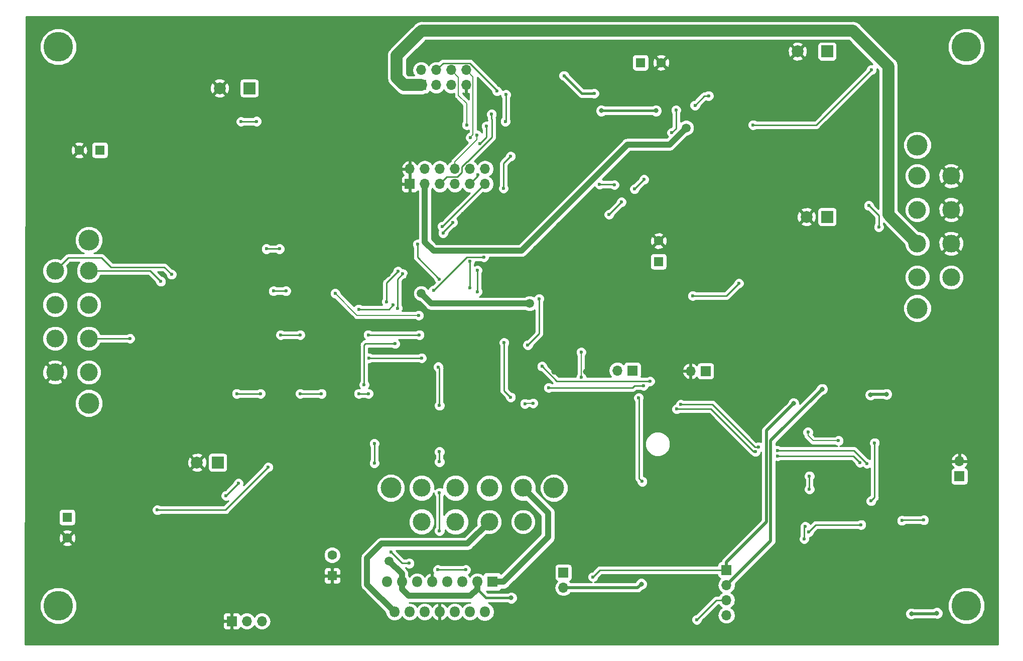
<source format=gbr>
G04 #@! TF.GenerationSoftware,KiCad,Pcbnew,5.0.0-rc2-unknown-2cb65f9~65~ubuntu18.04.1*
G04 #@! TF.CreationDate,2018-06-05T18:41:42-05:00*
G04 #@! TF.ProjectId,open-dash-daughterboard,6F70656E2D646173682D646175676874,rev?*
G04 #@! TF.SameCoordinates,Original*
G04 #@! TF.FileFunction,Copper,L2,Bot,Signal*
G04 #@! TF.FilePolarity,Positive*
%FSLAX46Y46*%
G04 Gerber Fmt 4.6, Leading zero omitted, Abs format (unit mm)*
G04 Created by KiCad (PCBNEW 5.0.0-rc2-unknown-2cb65f9~65~ubuntu18.04.1) date Tue Jun  5 18:41:42 2018*
%MOMM*%
%LPD*%
G01*
G04 APERTURE LIST*
G04 #@! TA.AperFunction,WasherPad*
%ADD10C,5.000000*%
G04 #@! TD*
G04 #@! TA.AperFunction,ComponentPad*
%ADD11R,1.700000X1.700000*%
G04 #@! TD*
G04 #@! TA.AperFunction,ComponentPad*
%ADD12O,1.700000X1.700000*%
G04 #@! TD*
G04 #@! TA.AperFunction,ComponentPad*
%ADD13R,1.600000X1.600000*%
G04 #@! TD*
G04 #@! TA.AperFunction,ComponentPad*
%ADD14C,1.600000*%
G04 #@! TD*
G04 #@! TA.AperFunction,ComponentPad*
%ADD15C,2.000000*%
G04 #@! TD*
G04 #@! TA.AperFunction,ComponentPad*
%ADD16R,2.000000X2.000000*%
G04 #@! TD*
G04 #@! TA.AperFunction,ComponentPad*
%ADD17C,3.000000*%
G04 #@! TD*
G04 #@! TA.AperFunction,ComponentPad*
%ADD18C,3.500000*%
G04 #@! TD*
G04 #@! TA.AperFunction,ComponentPad*
%ADD19R,1.800000X1.800000*%
G04 #@! TD*
G04 #@! TA.AperFunction,ComponentPad*
%ADD20O,1.800000X1.800000*%
G04 #@! TD*
G04 #@! TA.AperFunction,ViaPad*
%ADD21C,0.600000*%
G04 #@! TD*
G04 #@! TA.AperFunction,ViaPad*
%ADD22C,2.500000*%
G04 #@! TD*
G04 #@! TA.AperFunction,ViaPad*
%ADD23C,1.000000*%
G04 #@! TD*
G04 #@! TA.AperFunction,ViaPad*
%ADD24C,1.500000*%
G04 #@! TD*
G04 #@! TA.AperFunction,ViaPad*
%ADD25C,0.800000*%
G04 #@! TD*
G04 #@! TA.AperFunction,Conductor*
%ADD26C,0.250000*%
G04 #@! TD*
G04 #@! TA.AperFunction,Conductor*
%ADD27C,0.400000*%
G04 #@! TD*
G04 #@! TA.AperFunction,Conductor*
%ADD28C,0.200000*%
G04 #@! TD*
G04 #@! TA.AperFunction,Conductor*
%ADD29C,1.000000*%
G04 #@! TD*
G04 #@! TA.AperFunction,Conductor*
%ADD30C,0.500000*%
G04 #@! TD*
G04 #@! TA.AperFunction,Conductor*
%ADD31C,2.000000*%
G04 #@! TD*
G04 #@! TA.AperFunction,Conductor*
%ADD32C,0.254000*%
G04 #@! TD*
G04 APERTURE END LIST*
D10*
G04 #@! TO.P,U15,*
G04 #@! TO.N,*
X68796000Y-140047000D03*
X221996000Y-140047000D03*
X221996000Y-45847000D03*
X68796000Y-45847000D03*
G04 #@! TD*
D11*
G04 #@! TO.P,AMF_Antenna1,1*
G04 #@! TO.N,/AMF_Antenna*
X220800000Y-118240000D03*
D12*
G04 #@! TO.P,AMF_Antenna1,2*
G04 #@! TO.N,AGND*
X220800000Y-115700000D03*
G04 #@! TD*
D13*
G04 #@! TO.P,C1,1*
G04 #@! TO.N,/BATTERY*
X70300000Y-125150000D03*
D14*
G04 #@! TO.P,C1,2*
G04 #@! TO.N,AGND*
X70300000Y-128650000D03*
G04 #@! TD*
G04 #@! TO.P,C2,2*
G04 #@! TO.N,AGND*
X170500000Y-48500000D03*
D13*
G04 #@! TO.P,C2,1*
G04 #@! TO.N,/V_MAIN*
X167000000Y-48500000D03*
G04 #@! TD*
D14*
G04 #@! TO.P,C3,2*
G04 #@! TO.N,AGND*
X170053000Y-78542000D03*
D13*
G04 #@! TO.P,C3,1*
G04 #@! TO.N,/BATTERY*
X170053000Y-82042000D03*
G04 #@! TD*
D15*
G04 #@! TO.P,C5,2*
G04 #@! TO.N,AGND*
X96027000Y-52815000D03*
D16*
G04 #@! TO.P,C5,1*
G04 #@! TO.N,/5V*
X101027000Y-52815000D03*
G04 #@! TD*
G04 #@! TO.P,C6,1*
G04 #@! TO.N,/MAIN_POWER*
X198501000Y-46609000D03*
D15*
G04 #@! TO.P,C6,2*
G04 #@! TO.N,AGND*
X193501000Y-46609000D03*
G04 #@! TD*
D16*
G04 #@! TO.P,C7,1*
G04 #@! TO.N,/DISPLAY_POWER*
X198500000Y-74500000D03*
D15*
G04 #@! TO.P,C7,2*
G04 #@! TO.N,AGND*
X195000000Y-74500000D03*
G04 #@! TD*
G04 #@! TO.P,C8,2*
G04 #@! TO.N,AGND*
X92200000Y-115900000D03*
D16*
G04 #@! TO.P,C8,1*
G04 #@! TO.N,/AUDIO_POWER*
X95700000Y-115900000D03*
G04 #@! TD*
D17*
G04 #@! TO.P,U7,6*
G04 #@! TO.N,/interface/CAMERA-*
X68250000Y-89300000D03*
G04 #@! TO.P,U7,8*
G04 #@! TO.N,AGND*
X68250000Y-100700000D03*
G04 #@! TO.P,U7,5*
G04 #@! TO.N,/CAN-*
X68250000Y-83600000D03*
G04 #@! TO.P,U7,7*
G04 #@! TO.N,/interface/CAMERA_S*
X68250000Y-95000000D03*
G04 #@! TO.P,U7,4*
G04 #@! TO.N,/CAN+*
X73950000Y-83600000D03*
G04 #@! TO.P,U7,3*
G04 #@! TO.N,/interface/CAMERA+*
X73950000Y-89300000D03*
G04 #@! TO.P,U7,2*
G04 #@! TO.N,/SOFT_POWER*
X73950000Y-95000000D03*
G04 #@! TO.P,U7,1*
G04 #@! TO.N,/BATTERY*
X73950000Y-100700000D03*
D18*
G04 #@! TO.P,U7,M*
G04 #@! TO.N,N/C*
X73950000Y-78400000D03*
X73950000Y-105900000D03*
G04 #@! TD*
D19*
G04 #@! TO.P,U11,1*
G04 #@! TO.N,/FL_AUDIO_OUT+*
X142000000Y-136000000D03*
D20*
G04 #@! TO.P,U11,2*
G04 #@! TO.N,/FL_AUDIO_OUT-*
X140730000Y-141080000D03*
G04 #@! TO.P,U11,3*
G04 #@! TO.N,/AUDIO_POWER*
X139460000Y-136000000D03*
G04 #@! TO.P,U11,4*
G04 #@! TO.N,Net-(C20-Pad1)*
X138190000Y-141080000D03*
G04 #@! TO.P,U11,5*
G04 #@! TO.N,Net-(U11-Pad5)*
X136920000Y-136000000D03*
G04 #@! TO.P,U11,6*
G04 #@! TO.N,Net-(C23-Pad1)*
X135650000Y-141080000D03*
G04 #@! TO.P,U11,7*
G04 #@! TO.N,Net-(C24-Pad1)*
X134380000Y-136000000D03*
G04 #@! TO.P,U11,8*
G04 #@! TO.N,AGND*
X133110000Y-141080000D03*
G04 #@! TO.P,U11,9*
X131840000Y-136000000D03*
G04 #@! TO.P,U11,10*
G04 #@! TO.N,Net-(U11-Pad10)*
X130570000Y-141080000D03*
G04 #@! TO.P,U11,11*
G04 #@! TO.N,Net-(U11-Pad11)*
X129300000Y-136000000D03*
G04 #@! TO.P,U11,12*
G04 #@! TO.N,Net-(C21-Pad1)*
X128030000Y-141080000D03*
G04 #@! TO.P,U11,13*
G04 #@! TO.N,/AUDIO_POWER*
X126760000Y-136000000D03*
G04 #@! TO.P,U11,14*
G04 #@! TO.N,/FR_AUDIO_OUT-*
X125490000Y-141080000D03*
G04 #@! TO.P,U11,15*
G04 #@! TO.N,/FR_AUDIO_OUT+*
X124220000Y-136000000D03*
G04 #@! TD*
D17*
G04 #@! TO.P,U16,6*
G04 #@! TO.N,AGND*
X219400000Y-79000000D03*
G04 #@! TO.P,U16,8*
X219400000Y-67600000D03*
G04 #@! TO.P,U16,5*
G04 #@! TO.N,Net-(U16-Pad5)*
X219400000Y-84700000D03*
G04 #@! TO.P,U16,7*
G04 #@! TO.N,AGND*
X219400000Y-73300000D03*
G04 #@! TO.P,U16,4*
G04 #@! TO.N,/SOFT_POWER*
X213700000Y-84700000D03*
G04 #@! TO.P,U16,3*
G04 #@! TO.N,/5V*
X213700000Y-79000000D03*
G04 #@! TO.P,U16,2*
G04 #@! TO.N,/DISPLAY_POWER*
X213700000Y-73300000D03*
G04 #@! TO.P,U16,1*
G04 #@! TO.N,/MAIN_POWER*
X213700000Y-67600000D03*
D18*
G04 #@! TO.P,U16,M*
G04 #@! TO.N,N/C*
X213700000Y-89900000D03*
X213700000Y-62400000D03*
G04 #@! TD*
D13*
G04 #@! TO.P,C22,1*
G04 #@! TO.N,AGND*
X115000000Y-135000000D03*
D14*
G04 #@! TO.P,C22,2*
G04 #@! TO.N,/AUDIO_POWER*
X115000000Y-131500000D03*
G04 #@! TD*
D11*
G04 #@! TO.P,J4,1*
G04 #@! TO.N,AGND*
X128080000Y-68940000D03*
D12*
G04 #@! TO.P,J4,2*
X128080000Y-66400000D03*
G04 #@! TO.P,J4,3*
G04 #@! TO.N,/3v3*
X130620000Y-68940000D03*
G04 #@! TO.P,J4,4*
G04 #@! TO.N,/5V*
X130620000Y-66400000D03*
G04 #@! TO.P,J4,5*
G04 #@! TO.N,/PROG*
X133160000Y-68940000D03*
G04 #@! TO.P,J4,6*
G04 #@! TO.N,/RXD*
X133160000Y-66400000D03*
G04 #@! TO.P,J4,7*
G04 #@! TO.N,/FACTORY*
X135700000Y-68940000D03*
G04 #@! TO.P,J4,8*
G04 #@! TO.N,/TXD*
X135700000Y-66400000D03*
G04 #@! TO.P,J4,9*
G04 #@! TO.N,/SDA*
X138240000Y-68940000D03*
G04 #@! TO.P,J4,10*
G04 #@! TO.N,/SCL*
X138240000Y-66400000D03*
G04 #@! TO.P,J4,11*
G04 #@! TO.N,/SOFT_POWER*
X140780000Y-68940000D03*
G04 #@! TO.P,J4,12*
G04 #@! TO.N,Net-(J4-Pad12)*
X140780000Y-66400000D03*
G04 #@! TD*
G04 #@! TO.P,P4,8*
G04 #@! TO.N,/USB interface/RTS*
X137620000Y-49760000D03*
G04 #@! TO.P,P4,7*
G04 #@! TO.N,AGND*
X137620000Y-52300000D03*
G04 #@! TO.P,P4,6*
G04 #@! TO.N,/USB interface/DSR*
X135080000Y-49760000D03*
G04 #@! TO.P,P4,5*
G04 #@! TO.N,/USB interface/D_P*
X135080000Y-52300000D03*
G04 #@! TO.P,P4,4*
G04 #@! TO.N,/USB interface/DTR*
X132540000Y-49760000D03*
G04 #@! TO.P,P4,3*
G04 #@! TO.N,/USB interface/D_N*
X132540000Y-52300000D03*
G04 #@! TO.P,P4,2*
G04 #@! TO.N,/USB interface/DCD*
X130000000Y-49760000D03*
D11*
G04 #@! TO.P,P4,1*
G04 #@! TO.N,/5V*
X130000000Y-52300000D03*
G04 #@! TD*
D13*
G04 #@! TO.P,C4,1*
G04 #@! TO.N,/BATTERY*
X75819000Y-63246000D03*
D14*
G04 #@! TO.P,C4,2*
G04 #@! TO.N,AGND*
X72319000Y-63246000D03*
G04 #@! TD*
D11*
G04 #@! TO.P,GPS_ANT1,1*
G04 #@! TO.N,/GPS_Antenna*
X178000000Y-100500000D03*
D12*
G04 #@! TO.P,GPS_ANT1,2*
G04 #@! TO.N,AGND*
X175460000Y-100500000D03*
G04 #@! TD*
D11*
G04 #@! TO.P,RX_TX1,1*
G04 #@! TO.N,Net-(RX_TX1-Pad1)*
X165640000Y-100400000D03*
D12*
G04 #@! TO.P,RX_TX1,2*
G04 #@! TO.N,Net-(RX_TX1-Pad2)*
X163100000Y-100400000D03*
G04 #@! TD*
D11*
G04 #@! TO.P,AUDIO_IN1,1*
G04 #@! TO.N,AGND*
X98060000Y-142660000D03*
D12*
G04 #@! TO.P,AUDIO_IN1,2*
G04 #@! TO.N,/L_MAIN_AUDIO*
X100600000Y-142660000D03*
G04 #@! TO.P,AUDIO_IN1,3*
G04 #@! TO.N,/R_MAIN_AUDIO*
X103140000Y-142660000D03*
G04 #@! TD*
D11*
G04 #@! TO.P,P1,1*
G04 #@! TO.N,/L_FM_AUDIO*
X181500000Y-134020000D03*
D12*
G04 #@! TO.P,P1,2*
G04 #@! TO.N,/R_FM_AUDIO*
X181500000Y-136560000D03*
G04 #@! TO.P,P1,3*
G04 #@! TO.N,/L_MAIN_AUDIO*
X181500000Y-139100000D03*
G04 #@! TO.P,P1,4*
G04 #@! TO.N,/R_MAIN_AUDIO*
X181500000Y-141640000D03*
G04 #@! TD*
D11*
G04 #@! TO.P,P2,1*
G04 #@! TO.N,/audio amplifier/L_AUDIO_IN*
X154000000Y-134460000D03*
D12*
G04 #@! TO.P,P2,2*
G04 #@! TO.N,/audio amplifier/R_AUDIO_IN*
X154000000Y-137000000D03*
G04 #@! TD*
D17*
G04 #@! TO.P,U14,6*
G04 #@! TO.N,/FL_AUDIO_OUT-*
X135800000Y-125900000D03*
G04 #@! TO.P,U14,8*
G04 #@! TO.N,/FR_AUDIO_OUT-*
X147200000Y-125900000D03*
G04 #@! TO.P,U14,5*
G04 #@! TO.N,/FL_AUDIO_OUT-*
X130100000Y-125900000D03*
G04 #@! TO.P,U14,7*
G04 #@! TO.N,/FR_AUDIO_OUT-*
X141500000Y-125900000D03*
G04 #@! TO.P,U14,4*
G04 #@! TO.N,/FR_AUDIO_OUT+*
X130100000Y-120200000D03*
G04 #@! TO.P,U14,3*
G04 #@! TO.N,/FL_AUDIO_OUT+*
X135800000Y-120200000D03*
G04 #@! TO.P,U14,2*
G04 #@! TO.N,/FR_AUDIO_OUT+*
X141500000Y-120200000D03*
G04 #@! TO.P,U14,1*
G04 #@! TO.N,/FL_AUDIO_OUT+*
X147200000Y-120200000D03*
D18*
G04 #@! TO.P,U14,M*
G04 #@! TO.N,N/C*
X124900000Y-120200000D03*
X152400000Y-120200000D03*
G04 #@! TD*
D21*
G04 #@! TO.N,AGND*
X115000000Y-111500000D03*
X116000000Y-99000000D03*
X166000000Y-132000000D03*
X168000000Y-141500000D03*
X208000000Y-143000000D03*
X186000000Y-105500000D03*
X184500000Y-103000000D03*
X177500000Y-108000000D03*
X177500000Y-110500000D03*
X177500000Y-113000000D03*
X177500000Y-115500000D03*
X178500000Y-119000000D03*
X170500000Y-120500000D03*
X163500000Y-116000000D03*
X163500000Y-113500000D03*
X163500000Y-111000000D03*
X171500000Y-101000000D03*
X167500000Y-98000000D03*
D22*
X181483000Y-48260000D03*
X180546000Y-74804000D03*
X81272000Y-118041000D03*
D21*
X147074990Y-85000000D03*
D23*
X152472000Y-100600000D03*
D21*
X198300000Y-118300000D03*
X202200000Y-117000000D03*
X116100000Y-91000000D03*
X157889433Y-52599990D03*
D24*
X136033120Y-94793800D03*
D21*
X166000000Y-130800009D03*
X199400000Y-111175000D03*
D25*
X180800000Y-85800010D03*
X84650000Y-60775000D03*
X89100000Y-62850000D03*
D21*
X105975000Y-53050000D03*
D22*
X84596000Y-54594000D03*
D24*
X87500000Y-66100000D03*
D25*
X105000000Y-85400000D03*
X100600000Y-84000000D03*
X83100000Y-132700000D03*
X81400000Y-128000000D03*
D24*
X121800000Y-84400000D03*
X124200000Y-84000000D03*
X128200000Y-84700000D03*
D22*
X87100000Y-98900000D03*
D24*
X128500000Y-61200000D03*
X130400000Y-61600000D03*
D25*
X131100000Y-55800000D03*
D24*
X111600000Y-64700000D03*
D25*
X190300000Y-123500000D03*
X190500000Y-121300000D03*
X193700000Y-119400000D03*
D21*
X200081810Y-118415354D03*
D23*
X157800010Y-100566629D03*
D25*
X143400000Y-108000000D03*
X181900000Y-58900000D03*
X130300000Y-105400000D03*
X205400000Y-42700000D03*
D21*
X178900000Y-125200000D03*
X135700000Y-57300000D03*
X163600000Y-108400000D03*
X199900000Y-99700000D03*
X86900000Y-88400000D03*
X204600000Y-110000000D03*
X199700000Y-109200000D03*
X199500000Y-110300000D03*
X194700000Y-113000000D03*
X192500000Y-113000000D03*
X210000000Y-128000000D03*
X208000000Y-130000000D03*
X202600000Y-132800000D03*
X207700000Y-138200000D03*
X215300000Y-138400000D03*
X210600000Y-120100000D03*
X165000000Y-138300000D03*
X110400000Y-76600000D03*
X112700000Y-72300000D03*
X159600000Y-58900000D03*
X154900000Y-57800000D03*
D24*
X179400000Y-91100000D03*
D21*
X94300000Y-89800000D03*
X92000000Y-89800000D03*
D24*
X141100000Y-49000000D03*
D21*
X103100000Y-110800000D03*
X189500000Y-76100000D03*
X201900000Y-105700000D03*
X178200000Y-63400000D03*
X131699000Y-131826000D03*
G04 #@! TO.N,/FM Radio/am_passive_ant_en*
X194600000Y-128800000D03*
X194800000Y-126700000D03*
X195500000Y-120400000D03*
X195500000Y-118200000D03*
G04 #@! TO.N,/SDA*
X138200000Y-86500000D03*
X138200000Y-82000000D03*
X139600000Y-67400000D03*
X151500000Y-103300000D03*
X167518239Y-102981208D03*
X173100000Y-106900000D03*
X186400000Y-114100000D03*
X190100000Y-114800000D03*
X204000000Y-115900000D03*
G04 #@! TO.N,/SCL*
X150400000Y-99700000D03*
X168600000Y-102200000D03*
X139500000Y-83500000D03*
X139500000Y-87100000D03*
X173800000Y-106100000D03*
X186900000Y-113300000D03*
X190100000Y-113900000D03*
X205200000Y-116100000D03*
G04 #@! TO.N,/BATTERY*
X154100000Y-50700000D03*
X159200000Y-53700000D03*
D25*
G04 #@! TO.N,/3v3*
X160400000Y-56600000D03*
X169600000Y-56600000D03*
D21*
X200400000Y-112225000D03*
X195250000Y-110800000D03*
D24*
X130000000Y-87400000D03*
X148300000Y-89100000D03*
X174700000Y-59500000D03*
D25*
X212700000Y-141400000D03*
X217000000Y-141300000D03*
X208500000Y-104400000D03*
X205800000Y-104500000D03*
D24*
G04 #@! TO.N,/AUDIO_POWER*
X124600000Y-132500000D03*
D25*
X145204161Y-138727161D03*
D21*
G04 #@! TO.N,/EN_MAIN*
X148000000Y-96100000D03*
X149900000Y-88300000D03*
X161700000Y-74100000D03*
X163800000Y-72000000D03*
X166000000Y-69800000D03*
X167600000Y-68200000D03*
X173000000Y-56500000D03*
X172292886Y-60292886D03*
X176200000Y-55700000D03*
X178500000Y-54100000D03*
G04 #@! TO.N,/EN_AUDIO*
X97100000Y-121500000D03*
X99200000Y-119400000D03*
G04 #@! TO.N,/RXD*
X139900000Y-62200000D03*
X141000000Y-59200000D03*
G04 #@! TO.N,/TXD*
X139400000Y-60700000D03*
G04 #@! TO.N,/PROG*
X141900000Y-57200000D03*
X130100000Y-98300000D03*
X121200000Y-98300000D03*
X133100000Y-85000000D03*
X129400000Y-79100000D03*
X144000000Y-95700000D03*
X145100000Y-104900000D03*
G04 #@! TO.N,/SOFT_POWER*
X124200000Y-88800000D03*
X126100000Y-83700000D03*
X133600000Y-76100000D03*
X160100000Y-69000000D03*
X162600000Y-69100000D03*
X205500000Y-72600000D03*
X207200000Y-76200000D03*
X121100000Y-104300000D03*
X119500000Y-104300000D03*
X113200000Y-104300000D03*
X109600000Y-104300000D03*
X102900000Y-104300000D03*
X98900000Y-104300000D03*
X80900000Y-95000000D03*
G04 #@! TO.N,/FACTORY*
X135350000Y-75425000D03*
X126000000Y-89900000D03*
X126900000Y-84100000D03*
X133700000Y-77200000D03*
G04 #@! TO.N,/MUTE_AUDIO*
X132900000Y-99800000D03*
X133100000Y-106300000D03*
X133100000Y-114100000D03*
X133100000Y-115800000D03*
X133100000Y-121000000D03*
X133100000Y-127400000D03*
G04 #@! TO.N,/STBY_AUDIO*
X132800000Y-134000000D03*
X128000000Y-132900000D03*
X124900000Y-131000000D03*
X122100000Y-116000000D03*
X122100000Y-112700000D03*
X120400000Y-102800000D03*
X125600000Y-95900000D03*
X137541000Y-133985000D03*
G04 #@! TO.N,/EN_ESP*
X119474000Y-90074000D03*
X125256631Y-89375011D03*
X145100000Y-64300000D03*
X143900000Y-69700000D03*
X140600000Y-81300000D03*
X132100000Y-86900000D03*
G04 #@! TO.N,/EN_DISPLAY*
X175800000Y-87800000D03*
X183600000Y-85700010D03*
X157000000Y-97300000D03*
X148900000Y-105900000D03*
X147500000Y-106000000D03*
X157000000Y-101574990D03*
G04 #@! TO.N,Net-(R4-Pad2)*
X102225000Y-58400000D03*
X99625000Y-58450000D03*
G04 #@! TO.N,/CAN+*
X86100000Y-85400000D03*
G04 #@! TO.N,/CAN-*
X87900000Y-84200000D03*
G04 #@! TO.N,Net-(C31-Pad2)*
X205900000Y-122400000D03*
X206500000Y-112600000D03*
G04 #@! TO.N,Net-(R6-Pad2)*
X205979250Y-49690392D03*
X186000000Y-59000000D03*
G04 #@! TO.N,Net-(R10-Pad2)*
X85500000Y-123900000D03*
X104200000Y-116700000D03*
G04 #@! TO.N,Net-(Q5-Pad1)*
X144300000Y-53900000D03*
X144200000Y-58400000D03*
G04 #@! TO.N,/USB interface/RTS*
X138300000Y-61132010D03*
G04 #@! TO.N,/CAN_RX*
X109600000Y-94400000D03*
X129700000Y-94400000D03*
X106100000Y-79900000D03*
X121100000Y-94400000D03*
X103900000Y-79900000D03*
X106300000Y-94400000D03*
G04 #@! TO.N,/CAN_TX*
X105100000Y-87000000D03*
X107200000Y-87000000D03*
X115500000Y-87400000D03*
X129600000Y-91100000D03*
G04 #@! TO.N,/USB interface/DTR*
X142800000Y-53300000D03*
G04 #@! TO.N,/USB interface/DSR*
X137700000Y-59000000D03*
G04 #@! TO.N,/AMF_Antenna*
X214800000Y-125600000D03*
X211100000Y-125700000D03*
X204200000Y-126400000D03*
X195400000Y-127600000D03*
G04 #@! TO.N,/GPS interface/WAKEUP*
X167300000Y-119100000D03*
X166700000Y-105000000D03*
G04 #@! TO.N,/L_MAIN_AUDIO*
X176500000Y-142400000D03*
D25*
G04 #@! TO.N,/audio amplifier/R_AUDIO_IN*
X167143286Y-136381907D03*
G04 #@! TO.N,/R_FM_AUDIO*
X197625000Y-103550000D03*
D21*
G04 #@! TO.N,/L_FM_AUDIO*
X159000000Y-135200010D03*
D25*
X192825000Y-105950000D03*
G04 #@! TD*
D26*
G04 #@! TO.N,/FM Radio/am_passive_ant_en*
X194600000Y-128800000D02*
X194600000Y-126900000D01*
X194600000Y-126900000D02*
X194800000Y-126700000D01*
X195500000Y-120400000D02*
X195500000Y-118200000D01*
G04 #@! TO.N,/SDA*
X138200000Y-86500000D02*
X138200000Y-82000000D01*
X139600000Y-67580000D02*
X138240000Y-68940000D01*
X139600000Y-67400000D02*
X139600000Y-67580000D01*
X151500000Y-103300000D02*
X165661413Y-103300000D01*
X165661413Y-103300000D02*
X165961413Y-103000000D01*
X165961413Y-103000000D02*
X167499447Y-103000000D01*
X167499447Y-103000000D02*
X167518239Y-102981208D01*
X173100000Y-106900000D02*
X178900000Y-106900000D01*
X178900000Y-106900000D02*
X186100000Y-114100000D01*
X186100000Y-114100000D02*
X186400000Y-114100000D01*
X190100000Y-114800000D02*
X202900000Y-114800000D01*
X202900000Y-114800000D02*
X204000000Y-115900000D01*
G04 #@! TO.N,/SCL*
X152900000Y-102200000D02*
X168600000Y-102200000D01*
X150400000Y-99700000D02*
X152900000Y-102200000D01*
X139500000Y-83500000D02*
X139500000Y-87100000D01*
X173800000Y-106100000D02*
X179100000Y-106100000D01*
X179100000Y-106100000D02*
X186300000Y-113300000D01*
X186300000Y-113300000D02*
X186900000Y-113300000D01*
X190100000Y-113900000D02*
X203000000Y-113900000D01*
X203000000Y-113900000D02*
X205200000Y-116100000D01*
D27*
G04 #@! TO.N,/BATTERY*
X154100000Y-50700000D02*
X157100000Y-53700000D01*
X157100000Y-53700000D02*
X159200000Y-53700000D01*
G04 #@! TO.N,/3v3*
X160400000Y-56600000D02*
X169600000Y-56600000D01*
D28*
X200400000Y-112225000D02*
X196125000Y-112225000D01*
X196125000Y-112225000D02*
X195250000Y-111350000D01*
X195250000Y-111350000D02*
X195250000Y-110800000D01*
D29*
X130000000Y-87400000D02*
X131700000Y-89100000D01*
X131700000Y-89100000D02*
X148300000Y-89100000D01*
X130620000Y-68940000D02*
X130620000Y-78720000D01*
X130620000Y-78720000D02*
X132100000Y-80200000D01*
X146905770Y-80200000D02*
X164805770Y-62300000D01*
X132100000Y-80200000D02*
X146905770Y-80200000D01*
X171900000Y-62300000D02*
X174700000Y-59500000D01*
X164805770Y-62300000D02*
X171900000Y-62300000D01*
D30*
X212700000Y-141400000D02*
X216900000Y-141400000D01*
X216900000Y-141400000D02*
X217000000Y-141300000D01*
X208500000Y-104400000D02*
X205900000Y-104400000D01*
X205900000Y-104400000D02*
X205800000Y-104500000D01*
D29*
G04 #@! TO.N,/AUDIO_POWER*
X126760000Y-137272792D02*
X126760000Y-136000000D01*
X127887209Y-138400001D02*
X126760000Y-137272792D01*
X138332791Y-138400001D02*
X127887209Y-138400001D01*
X126760000Y-134660000D02*
X126760000Y-136000000D01*
X124600000Y-132500000D02*
X126760000Y-134660000D01*
D27*
X140914369Y-138727161D02*
X139460000Y-137272792D01*
X145204161Y-138727161D02*
X140914369Y-138727161D01*
D29*
X139460000Y-137272792D02*
X138332791Y-138400001D01*
X139460000Y-136000000D02*
X139460000Y-137272792D01*
D26*
G04 #@! TO.N,/EN_MAIN*
X148000000Y-96100000D02*
X149900000Y-94200000D01*
X149900000Y-94200000D02*
X149900000Y-88300000D01*
X161700000Y-74100000D02*
X163800000Y-72000000D01*
X166000000Y-69800000D02*
X167600000Y-68200000D01*
X173000000Y-56500000D02*
X173000000Y-59585772D01*
X173000000Y-59585772D02*
X172292886Y-60292886D01*
X176200000Y-55700000D02*
X177800000Y-54100000D01*
X177800000Y-54100000D02*
X178500000Y-54100000D01*
G04 #@! TO.N,/EN_AUDIO*
X97100000Y-121500000D02*
X99200000Y-119400000D01*
G04 #@! TO.N,/RXD*
X141000000Y-61100000D02*
X141000000Y-59200000D01*
X139900000Y-62200000D02*
X141000000Y-61100000D01*
D28*
G04 #@! TO.N,/TXD*
X139400000Y-61497919D02*
X139400000Y-60700000D01*
X135700000Y-65197919D02*
X139400000Y-61497919D01*
X135700000Y-66400000D02*
X135700000Y-65197919D01*
D26*
G04 #@! TO.N,/PROG*
X141900000Y-57200000D02*
X141900000Y-58000000D01*
X134335001Y-67764999D02*
X134009999Y-68090001D01*
X136875001Y-66964001D02*
X136074003Y-67764999D01*
X136875001Y-66025997D02*
X136875001Y-66964001D01*
X137675999Y-65224999D02*
X136875001Y-66025997D01*
X136074003Y-67764999D02*
X134335001Y-67764999D01*
X137775001Y-65224999D02*
X137675999Y-65224999D01*
X141955001Y-58055001D02*
X141955001Y-61044999D01*
X141900000Y-58000000D02*
X141955001Y-58055001D01*
X141955001Y-61044999D02*
X137775001Y-65224999D01*
X134009999Y-68090001D02*
X133160000Y-68940000D01*
X130100000Y-98300000D02*
X121200000Y-98300000D01*
X129400000Y-79100000D02*
X129400000Y-81300000D01*
X129400000Y-81300000D02*
X133100000Y-85000000D01*
X144000000Y-95700000D02*
X144000000Y-103800000D01*
X144000000Y-103800000D02*
X145100000Y-104900000D01*
G04 #@! TO.N,/SOFT_POWER*
X124200000Y-85600000D02*
X126100000Y-83700000D01*
X124200000Y-88800000D02*
X124200000Y-85600000D01*
X133600000Y-76100000D02*
X136525128Y-73174872D01*
X136545128Y-73174872D02*
X140780000Y-68940000D01*
X136525128Y-73174872D02*
X136545128Y-73174872D01*
X160100000Y-69000000D02*
X162500000Y-69000000D01*
X162500000Y-69000000D02*
X162600000Y-69100000D01*
X205500000Y-72600000D02*
X207200000Y-74300000D01*
X207200000Y-74300000D02*
X207200000Y-76200000D01*
X121100000Y-104300000D02*
X119500000Y-104300000D01*
X113200000Y-104300000D02*
X109600000Y-104300000D01*
X102900000Y-104300000D02*
X98900000Y-104300000D01*
X80900000Y-95000000D02*
X73950000Y-95000000D01*
G04 #@! TO.N,/FACTORY*
X126000000Y-89900000D02*
X126000000Y-85000000D01*
X126000000Y-85000000D02*
X126900000Y-84100000D01*
X133700000Y-77075000D02*
X135350000Y-75425000D01*
X133700000Y-77200000D02*
X133700000Y-77075000D01*
G04 #@! TO.N,/MUTE_AUDIO*
X133100000Y-100000000D02*
X132900000Y-99800000D01*
X133100000Y-106300000D02*
X133100000Y-100000000D01*
X133100000Y-115800000D02*
X133100000Y-114100000D01*
X133100000Y-127400000D02*
X133100000Y-121000000D01*
G04 #@! TO.N,/STBY_AUDIO*
X126800000Y-132900000D02*
X128000000Y-132900000D01*
X124900000Y-131000000D02*
X126800000Y-132900000D01*
X122100000Y-112700000D02*
X122100000Y-116000000D01*
X120400000Y-96100000D02*
X120400000Y-102800000D01*
X120600000Y-95900000D02*
X120400000Y-96100000D01*
X125600000Y-95900000D02*
X120600000Y-95900000D01*
X132800000Y-134000000D02*
X137526000Y-134000000D01*
X137526000Y-134000000D02*
X137541000Y-133985000D01*
G04 #@! TO.N,/EN_ESP*
X124557642Y-90074000D02*
X125256631Y-89375011D01*
X119474000Y-90074000D02*
X124557642Y-90074000D01*
X145100000Y-64300000D02*
X143900000Y-65500000D01*
X143900000Y-65500000D02*
X143900000Y-69700000D01*
X140600000Y-81300000D02*
X137700000Y-81300000D01*
X137700000Y-81300000D02*
X132100000Y-86900000D01*
D31*
G04 #@! TO.N,/5V*
X127150000Y-52300000D02*
X130000000Y-52300000D01*
X213700000Y-79000000D02*
X208800000Y-74100000D01*
X208800000Y-74100000D02*
X208800000Y-49100000D01*
X208800000Y-49100000D02*
X202800000Y-43100000D01*
X125900000Y-51050000D02*
X127150000Y-52300000D01*
X202800000Y-43100000D02*
X130100000Y-43100000D01*
X130100000Y-43100000D02*
X125900000Y-47300000D01*
X125900000Y-47300000D02*
X125900000Y-51050000D01*
D26*
G04 #@! TO.N,/EN_DISPLAY*
X181500010Y-87800000D02*
X183600000Y-85700010D01*
X175800000Y-87800000D02*
X181500010Y-87800000D01*
D28*
X148900000Y-105900000D02*
X147600000Y-105900000D01*
X147600000Y-105900000D02*
X147500000Y-106000000D01*
X157000000Y-97300000D02*
X157000000Y-101574990D01*
D26*
G04 #@! TO.N,Net-(R4-Pad2)*
X102225000Y-58400000D02*
X99675000Y-58400000D01*
X99675000Y-58400000D02*
X99625000Y-58450000D01*
G04 #@! TO.N,/CAN+*
X73950000Y-83600000D02*
X84300000Y-83600000D01*
X84300000Y-83600000D02*
X86100000Y-85400000D01*
G04 #@! TO.N,/CAN-*
X68250000Y-83600000D02*
X70450000Y-81400000D01*
X70450000Y-81400000D02*
X76100000Y-81400000D01*
X76100000Y-81400000D02*
X77700000Y-83000000D01*
X77700000Y-83000000D02*
X86700000Y-83000000D01*
X86700000Y-83000000D02*
X87900000Y-84200000D01*
D29*
G04 #@! TO.N,/FL_AUDIO_OUT+*
X151400000Y-124400000D02*
X151400000Y-128500000D01*
X147200000Y-120200000D02*
X151400000Y-124400000D01*
X151400000Y-128500000D02*
X143900000Y-136000000D01*
X143900000Y-136000000D02*
X142000000Y-136000000D01*
D26*
G04 #@! TO.N,Net-(C31-Pad2)*
X205900000Y-122400000D02*
X206500000Y-121800000D01*
X206500000Y-121800000D02*
X206500000Y-112600000D01*
G04 #@! TO.N,Net-(R6-Pad2)*
X205979250Y-49690392D02*
X196669642Y-59000000D01*
X196669642Y-59000000D02*
X186000000Y-59000000D01*
G04 #@! TO.N,Net-(R10-Pad2)*
X85500000Y-123900000D02*
X97000000Y-123900000D01*
X97000000Y-123900000D02*
X104200000Y-116700000D01*
G04 #@! TO.N,Net-(Q5-Pad1)*
X144300000Y-53900000D02*
X144300000Y-58300000D01*
X144300000Y-58300000D02*
X144200000Y-58400000D01*
D28*
G04 #@! TO.N,/USB interface/RTS*
X138770001Y-50910001D02*
X138770001Y-60662009D01*
X137620000Y-49760000D02*
X138770001Y-50910001D01*
X138770001Y-60662009D02*
X138300000Y-61132010D01*
D26*
G04 #@! TO.N,/CAN_RX*
X121100000Y-94400000D02*
X129700000Y-94400000D01*
X106300000Y-94400000D02*
X109600000Y-94400000D01*
X103900000Y-79900000D02*
X106100000Y-79900000D01*
G04 #@! TO.N,/CAN_TX*
X105100000Y-87000000D02*
X107200000Y-87000000D01*
D28*
X115500000Y-87400000D02*
X119200000Y-91100000D01*
X119200000Y-91100000D02*
X129600000Y-91100000D01*
D26*
G04 #@! TO.N,/USB interface/DTR*
X138184001Y-48584999D02*
X142800000Y-53200998D01*
X142800000Y-53200998D02*
X142800000Y-53300000D01*
X132540000Y-49760000D02*
X133715001Y-48584999D01*
X133715001Y-48584999D02*
X138184001Y-48584999D01*
D28*
G04 #@! TO.N,/USB interface/DSR*
X136300000Y-54000000D02*
X136300000Y-50980000D01*
X137700000Y-59000000D02*
X137700000Y-55400000D01*
X136300000Y-50980000D02*
X135080000Y-49760000D01*
X137700000Y-55400000D02*
X136300000Y-54000000D01*
D26*
G04 #@! TO.N,/AMF_Antenna*
X214800000Y-125600000D02*
X211200000Y-125600000D01*
X211200000Y-125600000D02*
X211100000Y-125700000D01*
X204200000Y-126400000D02*
X196600000Y-126400000D01*
X196600000Y-126400000D02*
X195400000Y-127600000D01*
G04 #@! TO.N,/GPS interface/WAKEUP*
X167300000Y-119100000D02*
X166796151Y-118596151D01*
X166796151Y-118596151D02*
X166796151Y-105096151D01*
X166796151Y-105096151D02*
X166700000Y-105000000D01*
G04 #@! TO.N,/L_MAIN_AUDIO*
X181500000Y-139100000D02*
X179800000Y-139100000D01*
X179800000Y-139100000D02*
X176500000Y-142400000D01*
D30*
G04 #@! TO.N,/audio amplifier/R_AUDIO_IN*
X154000000Y-137000000D02*
X166525193Y-137000000D01*
X166525193Y-137000000D02*
X167143286Y-136381907D01*
G04 #@! TO.N,/R_FM_AUDIO*
X188950013Y-112224987D02*
X197625000Y-103550000D01*
X181500000Y-136560000D02*
X188950013Y-129109987D01*
X188950013Y-129109987D02*
X188950013Y-112224987D01*
D26*
G04 #@! TO.N,/L_FM_AUDIO*
X181500000Y-134020000D02*
X160180010Y-134020000D01*
X160180010Y-134020000D02*
X159000000Y-135200010D01*
D30*
X188250002Y-110524998D02*
X188250002Y-125919998D01*
X192825000Y-105950000D02*
X188250002Y-110524998D01*
X188250002Y-125919998D02*
X181500000Y-132670000D01*
X181500000Y-132670000D02*
X181500000Y-134020000D01*
D29*
G04 #@! TO.N,/FR_AUDIO_OUT-*
X141500000Y-125900000D02*
X137800000Y-129600000D01*
X137800000Y-129600000D02*
X123300000Y-129600000D01*
X123300000Y-129600000D02*
X120900000Y-132000000D01*
X120900000Y-136490000D02*
X125490000Y-141080000D01*
X120900000Y-132000000D02*
X120900000Y-136490000D01*
G04 #@! TD*
D32*
G04 #@! TO.N,AGND*
G36*
X227290000Y-146590000D02*
X63211324Y-146590000D01*
X63224682Y-139423410D01*
X65661000Y-139423410D01*
X65661000Y-140670590D01*
X66138276Y-141822835D01*
X67020165Y-142704724D01*
X68172410Y-143182000D01*
X69419590Y-143182000D01*
X69989947Y-142945750D01*
X96575000Y-142945750D01*
X96575000Y-143636309D01*
X96671673Y-143869698D01*
X96850301Y-144048327D01*
X97083690Y-144145000D01*
X97774250Y-144145000D01*
X97933000Y-143986250D01*
X97933000Y-142787000D01*
X96733750Y-142787000D01*
X96575000Y-142945750D01*
X69989947Y-142945750D01*
X70571835Y-142704724D01*
X71453724Y-141822835D01*
X71511359Y-141683691D01*
X96575000Y-141683691D01*
X96575000Y-142374250D01*
X96733750Y-142533000D01*
X97933000Y-142533000D01*
X97933000Y-141333750D01*
X98187000Y-141333750D01*
X98187000Y-142533000D01*
X98207000Y-142533000D01*
X98207000Y-142787000D01*
X98187000Y-142787000D01*
X98187000Y-143986250D01*
X98345750Y-144145000D01*
X99036310Y-144145000D01*
X99269699Y-144048327D01*
X99448327Y-143869698D01*
X99514904Y-143708967D01*
X99529375Y-143730625D01*
X100020582Y-144058839D01*
X100453744Y-144145000D01*
X100746256Y-144145000D01*
X101179418Y-144058839D01*
X101670625Y-143730625D01*
X101870000Y-143432239D01*
X102069375Y-143730625D01*
X102560582Y-144058839D01*
X102993744Y-144145000D01*
X103286256Y-144145000D01*
X103719418Y-144058839D01*
X104210625Y-143730625D01*
X104538839Y-143239418D01*
X104654092Y-142660000D01*
X104538839Y-142080582D01*
X104210625Y-141589375D01*
X103719418Y-141261161D01*
X103286256Y-141175000D01*
X102993744Y-141175000D01*
X102560582Y-141261161D01*
X102069375Y-141589375D01*
X101870000Y-141887761D01*
X101670625Y-141589375D01*
X101179418Y-141261161D01*
X100746256Y-141175000D01*
X100453744Y-141175000D01*
X100020582Y-141261161D01*
X99529375Y-141589375D01*
X99514904Y-141611033D01*
X99448327Y-141450302D01*
X99269699Y-141271673D01*
X99036310Y-141175000D01*
X98345750Y-141175000D01*
X98187000Y-141333750D01*
X97933000Y-141333750D01*
X97774250Y-141175000D01*
X97083690Y-141175000D01*
X96850301Y-141271673D01*
X96671673Y-141450302D01*
X96575000Y-141683691D01*
X71511359Y-141683691D01*
X71931000Y-140670590D01*
X71931000Y-139423410D01*
X71453724Y-138271165D01*
X70571835Y-137389276D01*
X69419590Y-136912000D01*
X68172410Y-136912000D01*
X67020165Y-137389276D01*
X66138276Y-138271165D01*
X65661000Y-139423410D01*
X63224682Y-139423410D01*
X63232393Y-135285750D01*
X113565000Y-135285750D01*
X113565000Y-135926309D01*
X113661673Y-136159698D01*
X113840301Y-136338327D01*
X114073690Y-136435000D01*
X114714250Y-136435000D01*
X114873000Y-136276250D01*
X114873000Y-135127000D01*
X115127000Y-135127000D01*
X115127000Y-136276250D01*
X115285750Y-136435000D01*
X115926310Y-136435000D01*
X116159699Y-136338327D01*
X116338327Y-136159698D01*
X116435000Y-135926309D01*
X116435000Y-135285750D01*
X116276250Y-135127000D01*
X115127000Y-135127000D01*
X114873000Y-135127000D01*
X113723750Y-135127000D01*
X113565000Y-135285750D01*
X63232393Y-135285750D01*
X63234652Y-134073691D01*
X113565000Y-134073691D01*
X113565000Y-134714250D01*
X113723750Y-134873000D01*
X114873000Y-134873000D01*
X114873000Y-133723750D01*
X115127000Y-133723750D01*
X115127000Y-134873000D01*
X116276250Y-134873000D01*
X116435000Y-134714250D01*
X116435000Y-134073691D01*
X116338327Y-133840302D01*
X116159699Y-133661673D01*
X115926310Y-133565000D01*
X115285750Y-133565000D01*
X115127000Y-133723750D01*
X114873000Y-133723750D01*
X114714250Y-133565000D01*
X114073690Y-133565000D01*
X113840301Y-133661673D01*
X113661673Y-133840302D01*
X113565000Y-134073691D01*
X63234652Y-134073691D01*
X63239981Y-131214561D01*
X113565000Y-131214561D01*
X113565000Y-131785439D01*
X113783466Y-132312862D01*
X114187138Y-132716534D01*
X114714561Y-132935000D01*
X115285439Y-132935000D01*
X115812862Y-132716534D01*
X116216534Y-132312862D01*
X116346125Y-132000000D01*
X119742765Y-132000000D01*
X119765000Y-132111783D01*
X119765001Y-136378212D01*
X119742765Y-136490000D01*
X119830854Y-136932854D01*
X119840301Y-136946992D01*
X120081712Y-137308289D01*
X120176480Y-137371611D01*
X123934875Y-141130007D01*
X124044062Y-141678927D01*
X124383327Y-142186673D01*
X124891073Y-142525938D01*
X125338818Y-142615000D01*
X125641182Y-142615000D01*
X126088927Y-142525938D01*
X126596673Y-142186673D01*
X126760000Y-141942237D01*
X126923327Y-142186673D01*
X127431073Y-142525938D01*
X127878818Y-142615000D01*
X128181182Y-142615000D01*
X128628927Y-142525938D01*
X129136673Y-142186673D01*
X129300000Y-141942237D01*
X129463327Y-142186673D01*
X129971073Y-142525938D01*
X130418818Y-142615000D01*
X130721182Y-142615000D01*
X131168927Y-142525938D01*
X131676673Y-142186673D01*
X131847624Y-141930826D01*
X132202424Y-142317966D01*
X132745258Y-142571046D01*
X132983000Y-142450997D01*
X132983000Y-141207000D01*
X132963000Y-141207000D01*
X132963000Y-140953000D01*
X132983000Y-140953000D01*
X132983000Y-139709003D01*
X132745258Y-139588954D01*
X132202424Y-139842034D01*
X131847624Y-140229174D01*
X131676673Y-139973327D01*
X131168927Y-139634062D01*
X130721182Y-139545000D01*
X130418818Y-139545000D01*
X129971073Y-139634062D01*
X129463327Y-139973327D01*
X129300000Y-140217763D01*
X129136673Y-139973327D01*
X128628927Y-139634062D01*
X128181182Y-139545000D01*
X127948722Y-139545000D01*
X127998990Y-139535001D01*
X138221008Y-139535001D01*
X138271276Y-139545000D01*
X138038818Y-139545000D01*
X137591073Y-139634062D01*
X137083327Y-139973327D01*
X136920000Y-140217763D01*
X136756673Y-139973327D01*
X136248927Y-139634062D01*
X135801182Y-139545000D01*
X135498818Y-139545000D01*
X135051073Y-139634062D01*
X134543327Y-139973327D01*
X134372376Y-140229174D01*
X134017576Y-139842034D01*
X133474742Y-139588954D01*
X133237000Y-139709003D01*
X133237000Y-140953000D01*
X133257000Y-140953000D01*
X133257000Y-141207000D01*
X133237000Y-141207000D01*
X133237000Y-142450997D01*
X133474742Y-142571046D01*
X134017576Y-142317966D01*
X134372376Y-141930826D01*
X134543327Y-142186673D01*
X135051073Y-142525938D01*
X135498818Y-142615000D01*
X135801182Y-142615000D01*
X136248927Y-142525938D01*
X136756673Y-142186673D01*
X136920000Y-141942237D01*
X137083327Y-142186673D01*
X137591073Y-142525938D01*
X138038818Y-142615000D01*
X138341182Y-142615000D01*
X138788927Y-142525938D01*
X139296673Y-142186673D01*
X139404676Y-142025034D01*
X139556999Y-142253001D01*
X140095176Y-142612600D01*
X140569758Y-142707000D01*
X140890242Y-142707000D01*
X141364824Y-142612600D01*
X141903001Y-142253001D01*
X142262600Y-141714824D01*
X142388874Y-141080000D01*
X142262600Y-140445176D01*
X141903001Y-139906999D01*
X141386915Y-139562161D01*
X144575450Y-139562161D01*
X144617881Y-139604592D01*
X144998287Y-139762161D01*
X145410035Y-139762161D01*
X145790441Y-139604592D01*
X146081592Y-139313441D01*
X146239161Y-138933035D01*
X146239161Y-138521287D01*
X146081592Y-138140881D01*
X145790441Y-137849730D01*
X145410035Y-137692161D01*
X144998287Y-137692161D01*
X144617881Y-137849730D01*
X144575450Y-137892161D01*
X141260238Y-137892161D01*
X140986802Y-137618725D01*
X141100000Y-137641242D01*
X142900000Y-137641242D01*
X143183661Y-137584818D01*
X143424137Y-137424137D01*
X143555860Y-137227000D01*
X143779157Y-137227000D01*
X143900000Y-137251037D01*
X144020843Y-137227000D01*
X144020847Y-137227000D01*
X144378752Y-137155808D01*
X144611934Y-137000000D01*
X152485908Y-137000000D01*
X152601161Y-137579418D01*
X152929375Y-138070625D01*
X153420582Y-138398839D01*
X153853744Y-138485000D01*
X154146256Y-138485000D01*
X154579418Y-138398839D01*
X155070625Y-138070625D01*
X155194656Y-137885000D01*
X166438032Y-137885000D01*
X166525193Y-137902337D01*
X166612354Y-137885000D01*
X166612358Y-137885000D01*
X166870503Y-137833652D01*
X167163242Y-137638049D01*
X167212618Y-137564154D01*
X167367433Y-137409338D01*
X167729566Y-137259338D01*
X168020717Y-136968187D01*
X168178286Y-136587781D01*
X168178286Y-136176033D01*
X168020717Y-135795627D01*
X167729566Y-135504476D01*
X167349160Y-135346907D01*
X166937412Y-135346907D01*
X166557006Y-135504476D01*
X166265855Y-135795627D01*
X166133567Y-136115000D01*
X159234292Y-136115000D01*
X159529635Y-135992665D01*
X159792655Y-135729645D01*
X159935000Y-135385993D01*
X159935000Y-135339811D01*
X160494812Y-134780000D01*
X180002560Y-134780000D01*
X180002560Y-134870000D01*
X180051843Y-135117765D01*
X180192191Y-135327809D01*
X180402235Y-135468157D01*
X180447619Y-135477184D01*
X180429375Y-135489375D01*
X180101161Y-135980582D01*
X179985908Y-136560000D01*
X180101161Y-137139418D01*
X180429375Y-137630625D01*
X180727761Y-137830000D01*
X180429375Y-138029375D01*
X180221822Y-138340000D01*
X179874848Y-138340000D01*
X179800000Y-138325112D01*
X179725152Y-138340000D01*
X179725148Y-138340000D01*
X179551605Y-138374520D01*
X179503462Y-138384096D01*
X179434722Y-138430027D01*
X179252071Y-138552071D01*
X179209671Y-138615527D01*
X176360199Y-141465000D01*
X176314017Y-141465000D01*
X175970365Y-141607345D01*
X175707345Y-141870365D01*
X175565000Y-142214017D01*
X175565000Y-142585983D01*
X175707345Y-142929635D01*
X175970365Y-143192655D01*
X176314017Y-143335000D01*
X176685983Y-143335000D01*
X177029635Y-143192655D01*
X177292655Y-142929635D01*
X177435000Y-142585983D01*
X177435000Y-142539801D01*
X180114802Y-139860000D01*
X180221822Y-139860000D01*
X180429375Y-140170625D01*
X180727761Y-140370000D01*
X180429375Y-140569375D01*
X180101161Y-141060582D01*
X179985908Y-141640000D01*
X180101161Y-142219418D01*
X180429375Y-142710625D01*
X180920582Y-143038839D01*
X181353744Y-143125000D01*
X181646256Y-143125000D01*
X182079418Y-143038839D01*
X182570625Y-142710625D01*
X182898839Y-142219418D01*
X183014092Y-141640000D01*
X182925403Y-141194126D01*
X211665000Y-141194126D01*
X211665000Y-141605874D01*
X211822569Y-141986280D01*
X212113720Y-142277431D01*
X212494126Y-142435000D01*
X212905874Y-142435000D01*
X213268007Y-142285000D01*
X216673415Y-142285000D01*
X216794126Y-142335000D01*
X217205874Y-142335000D01*
X217586280Y-142177431D01*
X217877431Y-141886280D01*
X218035000Y-141505874D01*
X218035000Y-141094126D01*
X217877431Y-140713720D01*
X217586280Y-140422569D01*
X217205874Y-140265000D01*
X216794126Y-140265000D01*
X216413720Y-140422569D01*
X216321289Y-140515000D01*
X213268007Y-140515000D01*
X212905874Y-140365000D01*
X212494126Y-140365000D01*
X212113720Y-140522569D01*
X211822569Y-140813720D01*
X211665000Y-141194126D01*
X182925403Y-141194126D01*
X182898839Y-141060582D01*
X182570625Y-140569375D01*
X182272239Y-140370000D01*
X182570625Y-140170625D01*
X182898839Y-139679418D01*
X182949761Y-139423410D01*
X218861000Y-139423410D01*
X218861000Y-140670590D01*
X219338276Y-141822835D01*
X220220165Y-142704724D01*
X221372410Y-143182000D01*
X222619590Y-143182000D01*
X223771835Y-142704724D01*
X224653724Y-141822835D01*
X225131000Y-140670590D01*
X225131000Y-139423410D01*
X224653724Y-138271165D01*
X223771835Y-137389276D01*
X222619590Y-136912000D01*
X221372410Y-136912000D01*
X220220165Y-137389276D01*
X219338276Y-138271165D01*
X218861000Y-139423410D01*
X182949761Y-139423410D01*
X183014092Y-139100000D01*
X182898839Y-138520582D01*
X182570625Y-138029375D01*
X182272239Y-137830000D01*
X182570625Y-137630625D01*
X182898839Y-137139418D01*
X183014092Y-136560000D01*
X182970538Y-136341040D01*
X189514169Y-129797409D01*
X189588062Y-129748036D01*
X189783665Y-129455297D01*
X189835013Y-129197152D01*
X189835013Y-129197148D01*
X189852350Y-129109988D01*
X189835013Y-129022828D01*
X189835013Y-128614017D01*
X193665000Y-128614017D01*
X193665000Y-128985983D01*
X193807345Y-129329635D01*
X194070365Y-129592655D01*
X194414017Y-129735000D01*
X194785983Y-129735000D01*
X195129635Y-129592655D01*
X195392655Y-129329635D01*
X195535000Y-128985983D01*
X195535000Y-128614017D01*
X195502270Y-128535000D01*
X195585983Y-128535000D01*
X195929635Y-128392655D01*
X196192655Y-128129635D01*
X196335000Y-127785983D01*
X196335000Y-127739801D01*
X196914802Y-127160000D01*
X203637710Y-127160000D01*
X203670365Y-127192655D01*
X204014017Y-127335000D01*
X204385983Y-127335000D01*
X204729635Y-127192655D01*
X204992655Y-126929635D01*
X205135000Y-126585983D01*
X205135000Y-126214017D01*
X204992655Y-125870365D01*
X204729635Y-125607345D01*
X204504321Y-125514017D01*
X210165000Y-125514017D01*
X210165000Y-125885983D01*
X210307345Y-126229635D01*
X210570365Y-126492655D01*
X210914017Y-126635000D01*
X211285983Y-126635000D01*
X211629635Y-126492655D01*
X211762290Y-126360000D01*
X214237710Y-126360000D01*
X214270365Y-126392655D01*
X214614017Y-126535000D01*
X214985983Y-126535000D01*
X215329635Y-126392655D01*
X215592655Y-126129635D01*
X215735000Y-125785983D01*
X215735000Y-125414017D01*
X215592655Y-125070365D01*
X215329635Y-124807345D01*
X214985983Y-124665000D01*
X214614017Y-124665000D01*
X214270365Y-124807345D01*
X214237710Y-124840000D01*
X211467049Y-124840000D01*
X211285983Y-124765000D01*
X210914017Y-124765000D01*
X210570365Y-124907345D01*
X210307345Y-125170365D01*
X210165000Y-125514017D01*
X204504321Y-125514017D01*
X204385983Y-125465000D01*
X204014017Y-125465000D01*
X203670365Y-125607345D01*
X203637710Y-125640000D01*
X196674846Y-125640000D01*
X196599999Y-125625112D01*
X196525152Y-125640000D01*
X196525148Y-125640000D01*
X196303463Y-125684096D01*
X196052071Y-125852071D01*
X196009671Y-125915527D01*
X195640156Y-126285042D01*
X195592655Y-126170365D01*
X195329635Y-125907345D01*
X194985983Y-125765000D01*
X194614017Y-125765000D01*
X194270365Y-125907345D01*
X194007345Y-126170365D01*
X193865000Y-126514017D01*
X193865000Y-126699470D01*
X193825112Y-126900000D01*
X193840001Y-126974852D01*
X193840000Y-128237710D01*
X193807345Y-128270365D01*
X193665000Y-128614017D01*
X189835013Y-128614017D01*
X189835013Y-118014017D01*
X194565000Y-118014017D01*
X194565000Y-118385983D01*
X194707345Y-118729635D01*
X194740001Y-118762291D01*
X194740000Y-119837710D01*
X194707345Y-119870365D01*
X194565000Y-120214017D01*
X194565000Y-120585983D01*
X194707345Y-120929635D01*
X194970365Y-121192655D01*
X195314017Y-121335000D01*
X195685983Y-121335000D01*
X196029635Y-121192655D01*
X196292655Y-120929635D01*
X196435000Y-120585983D01*
X196435000Y-120214017D01*
X196292655Y-119870365D01*
X196260000Y-119837710D01*
X196260000Y-118762290D01*
X196292655Y-118729635D01*
X196435000Y-118385983D01*
X196435000Y-118014017D01*
X196292655Y-117670365D01*
X196029635Y-117407345D01*
X195685983Y-117265000D01*
X195314017Y-117265000D01*
X194970365Y-117407345D01*
X194707345Y-117670365D01*
X194565000Y-118014017D01*
X189835013Y-118014017D01*
X189835013Y-115702276D01*
X189914017Y-115735000D01*
X190285983Y-115735000D01*
X190629635Y-115592655D01*
X190662290Y-115560000D01*
X202585199Y-115560000D01*
X203065000Y-116039802D01*
X203065000Y-116085983D01*
X203207345Y-116429635D01*
X203470365Y-116692655D01*
X203814017Y-116835000D01*
X204185983Y-116835000D01*
X204487725Y-116710015D01*
X204670365Y-116892655D01*
X205014017Y-117035000D01*
X205385983Y-117035000D01*
X205729635Y-116892655D01*
X205740001Y-116882289D01*
X205740000Y-121465000D01*
X205714017Y-121465000D01*
X205370365Y-121607345D01*
X205107345Y-121870365D01*
X204965000Y-122214017D01*
X204965000Y-122585983D01*
X205107345Y-122929635D01*
X205370365Y-123192655D01*
X205714017Y-123335000D01*
X206085983Y-123335000D01*
X206429635Y-123192655D01*
X206692655Y-122929635D01*
X206835000Y-122585983D01*
X206835000Y-122539802D01*
X206984473Y-122390329D01*
X207047929Y-122347929D01*
X207215904Y-122096537D01*
X207260000Y-121874852D01*
X207260000Y-121874848D01*
X207274888Y-121800001D01*
X207260000Y-121725154D01*
X207260000Y-117390000D01*
X219302560Y-117390000D01*
X219302560Y-119090000D01*
X219351843Y-119337765D01*
X219492191Y-119547809D01*
X219702235Y-119688157D01*
X219950000Y-119737440D01*
X221650000Y-119737440D01*
X221897765Y-119688157D01*
X222107809Y-119547809D01*
X222248157Y-119337765D01*
X222297440Y-119090000D01*
X222297440Y-117390000D01*
X222248157Y-117142235D01*
X222107809Y-116932191D01*
X221897765Y-116791843D01*
X221794292Y-116771261D01*
X222071645Y-116466924D01*
X222241476Y-116056890D01*
X222120155Y-115827000D01*
X220927000Y-115827000D01*
X220927000Y-115847000D01*
X220673000Y-115847000D01*
X220673000Y-115827000D01*
X219479845Y-115827000D01*
X219358524Y-116056890D01*
X219528355Y-116466924D01*
X219805708Y-116771261D01*
X219702235Y-116791843D01*
X219492191Y-116932191D01*
X219351843Y-117142235D01*
X219302560Y-117390000D01*
X207260000Y-117390000D01*
X207260000Y-115343110D01*
X219358524Y-115343110D01*
X219479845Y-115573000D01*
X220673000Y-115573000D01*
X220673000Y-114379181D01*
X220927000Y-114379181D01*
X220927000Y-115573000D01*
X222120155Y-115573000D01*
X222241476Y-115343110D01*
X222071645Y-114933076D01*
X221681358Y-114504817D01*
X221156892Y-114258514D01*
X220927000Y-114379181D01*
X220673000Y-114379181D01*
X220443108Y-114258514D01*
X219918642Y-114504817D01*
X219528355Y-114933076D01*
X219358524Y-115343110D01*
X207260000Y-115343110D01*
X207260000Y-113162290D01*
X207292655Y-113129635D01*
X207435000Y-112785983D01*
X207435000Y-112414017D01*
X207292655Y-112070365D01*
X207029635Y-111807345D01*
X206685983Y-111665000D01*
X206314017Y-111665000D01*
X205970365Y-111807345D01*
X205707345Y-112070365D01*
X205565000Y-112414017D01*
X205565000Y-112785983D01*
X205707345Y-113129635D01*
X205740001Y-113162291D01*
X205740001Y-115317711D01*
X205729635Y-115307345D01*
X205385983Y-115165000D01*
X205339802Y-115165000D01*
X203590331Y-113415530D01*
X203547929Y-113352071D01*
X203296537Y-113184096D01*
X203074852Y-113140000D01*
X203074847Y-113140000D01*
X203000000Y-113125112D01*
X202925153Y-113140000D01*
X200634267Y-113140000D01*
X200929635Y-113017655D01*
X201192655Y-112754635D01*
X201335000Y-112410983D01*
X201335000Y-112039017D01*
X201192655Y-111695365D01*
X200929635Y-111432345D01*
X200585983Y-111290000D01*
X200214017Y-111290000D01*
X199870365Y-111432345D01*
X199812710Y-111490000D01*
X196429447Y-111490000D01*
X196108974Y-111169527D01*
X196185000Y-110985983D01*
X196185000Y-110614017D01*
X196042655Y-110270365D01*
X195779635Y-110007345D01*
X195435983Y-109865000D01*
X195064017Y-109865000D01*
X194720365Y-110007345D01*
X194457345Y-110270365D01*
X194315000Y-110614017D01*
X194315000Y-110985983D01*
X194457345Y-111329635D01*
X194506286Y-111378576D01*
X194515000Y-111422384D01*
X194515000Y-111422387D01*
X194557646Y-111636782D01*
X194720095Y-111879905D01*
X194781465Y-111920911D01*
X195554090Y-112693537D01*
X195595095Y-112754905D01*
X195838217Y-112917354D01*
X196052612Y-112960000D01*
X196052616Y-112960000D01*
X196125000Y-112974398D01*
X196197384Y-112960000D01*
X199812710Y-112960000D01*
X199870365Y-113017655D01*
X200165733Y-113140000D01*
X190662290Y-113140000D01*
X190629635Y-113107345D01*
X190285983Y-112965000D01*
X189914017Y-112965000D01*
X189835013Y-112997724D01*
X189835013Y-112591565D01*
X197849148Y-104577430D01*
X198211280Y-104427431D01*
X198344585Y-104294126D01*
X204765000Y-104294126D01*
X204765000Y-104705874D01*
X204922569Y-105086280D01*
X205213720Y-105377431D01*
X205594126Y-105535000D01*
X206005874Y-105535000D01*
X206386280Y-105377431D01*
X206478711Y-105285000D01*
X207931993Y-105285000D01*
X208294126Y-105435000D01*
X208705874Y-105435000D01*
X209086280Y-105277431D01*
X209377431Y-104986280D01*
X209535000Y-104605874D01*
X209535000Y-104194126D01*
X209377431Y-103813720D01*
X209086280Y-103522569D01*
X208705874Y-103365000D01*
X208294126Y-103365000D01*
X207931993Y-103515000D01*
X206126585Y-103515000D01*
X206005874Y-103465000D01*
X205594126Y-103465000D01*
X205213720Y-103622569D01*
X204922569Y-103913720D01*
X204765000Y-104294126D01*
X198344585Y-104294126D01*
X198502431Y-104136280D01*
X198660000Y-103755874D01*
X198660000Y-103344126D01*
X198502431Y-102963720D01*
X198211280Y-102672569D01*
X197830874Y-102515000D01*
X197419126Y-102515000D01*
X197038720Y-102672569D01*
X196747569Y-102963720D01*
X196597570Y-103325852D01*
X193860000Y-106063421D01*
X193860000Y-105744126D01*
X193702431Y-105363720D01*
X193411280Y-105072569D01*
X193030874Y-104915000D01*
X192619126Y-104915000D01*
X192238720Y-105072569D01*
X191947569Y-105363720D01*
X191797569Y-105725852D01*
X187685849Y-109837573D01*
X187611953Y-109886949D01*
X187416350Y-110179689D01*
X187365002Y-110437834D01*
X187365002Y-110437837D01*
X187347665Y-110524998D01*
X187365002Y-110612159D01*
X187365002Y-112480573D01*
X187085983Y-112365000D01*
X186714017Y-112365000D01*
X186520118Y-112445316D01*
X179690331Y-105615530D01*
X179647929Y-105552071D01*
X179396537Y-105384096D01*
X179174852Y-105340000D01*
X179174847Y-105340000D01*
X179100000Y-105325112D01*
X179025153Y-105340000D01*
X174362290Y-105340000D01*
X174329635Y-105307345D01*
X173985983Y-105165000D01*
X173614017Y-105165000D01*
X173270365Y-105307345D01*
X173007345Y-105570365D01*
X172865000Y-105914017D01*
X172865000Y-105985303D01*
X172570365Y-106107345D01*
X172307345Y-106370365D01*
X172165000Y-106714017D01*
X172165000Y-107085983D01*
X172307345Y-107429635D01*
X172570365Y-107692655D01*
X172914017Y-107835000D01*
X173285983Y-107835000D01*
X173629635Y-107692655D01*
X173662290Y-107660000D01*
X178585199Y-107660000D01*
X185509671Y-114584473D01*
X185552071Y-114647929D01*
X185615527Y-114690329D01*
X185773783Y-114796073D01*
X185870365Y-114892655D01*
X186214017Y-115035000D01*
X186585983Y-115035000D01*
X186929635Y-114892655D01*
X187192655Y-114629635D01*
X187335000Y-114285983D01*
X187335000Y-114131854D01*
X187365002Y-114119427D01*
X187365003Y-125553418D01*
X180935847Y-131982575D01*
X180861951Y-132031951D01*
X180666348Y-132324691D01*
X180626042Y-132527326D01*
X180402235Y-132571843D01*
X180192191Y-132712191D01*
X180051843Y-132922235D01*
X180002560Y-133170000D01*
X180002560Y-133260000D01*
X160254856Y-133260000D01*
X160180009Y-133245112D01*
X160105162Y-133260000D01*
X160105158Y-133260000D01*
X159883473Y-133304096D01*
X159632081Y-133472071D01*
X159589681Y-133535527D01*
X158860199Y-134265010D01*
X158814017Y-134265010D01*
X158470365Y-134407355D01*
X158207345Y-134670375D01*
X158065000Y-135014027D01*
X158065000Y-135385993D01*
X158207345Y-135729645D01*
X158470365Y-135992665D01*
X158765708Y-136115000D01*
X155194656Y-136115000D01*
X155070625Y-135929375D01*
X155052381Y-135917184D01*
X155097765Y-135908157D01*
X155307809Y-135767809D01*
X155448157Y-135557765D01*
X155497440Y-135310000D01*
X155497440Y-133610000D01*
X155448157Y-133362235D01*
X155307809Y-133152191D01*
X155097765Y-133011843D01*
X154850000Y-132962560D01*
X153150000Y-132962560D01*
X152902235Y-133011843D01*
X152692191Y-133152191D01*
X152551843Y-133362235D01*
X152502560Y-133610000D01*
X152502560Y-135310000D01*
X152551843Y-135557765D01*
X152692191Y-135767809D01*
X152902235Y-135908157D01*
X152947619Y-135917184D01*
X152929375Y-135929375D01*
X152601161Y-136420582D01*
X152485908Y-137000000D01*
X144611934Y-137000000D01*
X144784617Y-136884617D01*
X144853072Y-136782167D01*
X152182170Y-129453070D01*
X152284617Y-129384617D01*
X152555808Y-128978752D01*
X152627000Y-128620847D01*
X152627000Y-128620843D01*
X152651037Y-128500000D01*
X152627000Y-128379157D01*
X152627000Y-124520843D01*
X152651037Y-124400000D01*
X152627000Y-124279157D01*
X152627000Y-124279153D01*
X152555808Y-123921248D01*
X152284617Y-123515383D01*
X152182170Y-123446930D01*
X149412712Y-120677473D01*
X149427000Y-120642978D01*
X149427000Y-119757022D01*
X149413983Y-119725594D01*
X150015000Y-119725594D01*
X150015000Y-120674406D01*
X150378095Y-121550994D01*
X151049006Y-122221905D01*
X151925594Y-122585000D01*
X152874406Y-122585000D01*
X153750994Y-122221905D01*
X154421905Y-121550994D01*
X154785000Y-120674406D01*
X154785000Y-119725594D01*
X154421905Y-118849006D01*
X153750994Y-118178095D01*
X152874406Y-117815000D01*
X151925594Y-117815000D01*
X151049006Y-118178095D01*
X150378095Y-118849006D01*
X150015000Y-119725594D01*
X149413983Y-119725594D01*
X149087960Y-118938506D01*
X148461494Y-118312040D01*
X147642978Y-117973000D01*
X146757022Y-117973000D01*
X145938506Y-118312040D01*
X145312040Y-118938506D01*
X144973000Y-119757022D01*
X144973000Y-120642978D01*
X145312040Y-121461494D01*
X145938506Y-122087960D01*
X146757022Y-122427000D01*
X147642978Y-122427000D01*
X147677473Y-122412712D01*
X150173000Y-124908240D01*
X150173001Y-127991759D01*
X143490131Y-134674630D01*
X143424137Y-134575863D01*
X143183661Y-134415182D01*
X142900000Y-134358758D01*
X141100000Y-134358758D01*
X140816339Y-134415182D01*
X140575863Y-134575863D01*
X140426377Y-134799584D01*
X140058927Y-134554062D01*
X139611182Y-134465000D01*
X139308818Y-134465000D01*
X138861073Y-134554062D01*
X138353327Y-134893327D01*
X138190000Y-135137763D01*
X138026673Y-134893327D01*
X137936629Y-134833162D01*
X138070635Y-134777655D01*
X138333655Y-134514635D01*
X138476000Y-134170983D01*
X138476000Y-133799017D01*
X138333655Y-133455365D01*
X138070635Y-133192345D01*
X137726983Y-133050000D01*
X137355017Y-133050000D01*
X137011365Y-133192345D01*
X136963710Y-133240000D01*
X133362290Y-133240000D01*
X133329635Y-133207345D01*
X132985983Y-133065000D01*
X132614017Y-133065000D01*
X132270365Y-133207345D01*
X132007345Y-133470365D01*
X131865000Y-133814017D01*
X131865000Y-134185983D01*
X132007345Y-134529635D01*
X132059835Y-134582125D01*
X131967000Y-134629003D01*
X131967000Y-135873000D01*
X131987000Y-135873000D01*
X131987000Y-136127000D01*
X131967000Y-136127000D01*
X131967000Y-136147000D01*
X131713000Y-136147000D01*
X131713000Y-136127000D01*
X131693000Y-136127000D01*
X131693000Y-135873000D01*
X131713000Y-135873000D01*
X131713000Y-134629003D01*
X131475258Y-134508954D01*
X130932424Y-134762034D01*
X130577624Y-135149174D01*
X130406673Y-134893327D01*
X129898927Y-134554062D01*
X129451182Y-134465000D01*
X129148818Y-134465000D01*
X128701073Y-134554062D01*
X128193327Y-134893327D01*
X128030000Y-135137763D01*
X127895000Y-134935721D01*
X127895000Y-134771781D01*
X127917235Y-134659999D01*
X127886299Y-134504473D01*
X127829146Y-134217145D01*
X127578289Y-133841711D01*
X127483521Y-133778389D01*
X127365132Y-133660000D01*
X127437710Y-133660000D01*
X127470365Y-133692655D01*
X127814017Y-133835000D01*
X128185983Y-133835000D01*
X128529635Y-133692655D01*
X128792655Y-133429635D01*
X128935000Y-133085983D01*
X128935000Y-132714017D01*
X128792655Y-132370365D01*
X128529635Y-132107345D01*
X128185983Y-131965000D01*
X127814017Y-131965000D01*
X127470365Y-132107345D01*
X127437710Y-132140000D01*
X127114802Y-132140000D01*
X125835000Y-130860199D01*
X125835000Y-130814017D01*
X125802270Y-130735000D01*
X137688217Y-130735000D01*
X137800000Y-130757235D01*
X137911783Y-130735000D01*
X138242855Y-130669146D01*
X138618289Y-130418289D01*
X138681613Y-130323518D01*
X141000941Y-128004190D01*
X141075322Y-128035000D01*
X141924678Y-128035000D01*
X142709380Y-127709966D01*
X143309966Y-127109380D01*
X143635000Y-126324678D01*
X143635000Y-125475322D01*
X145065000Y-125475322D01*
X145065000Y-126324678D01*
X145390034Y-127109380D01*
X145990620Y-127709966D01*
X146775322Y-128035000D01*
X147624678Y-128035000D01*
X148409380Y-127709966D01*
X149009966Y-127109380D01*
X149335000Y-126324678D01*
X149335000Y-125475322D01*
X149009966Y-124690620D01*
X148409380Y-124090034D01*
X147624678Y-123765000D01*
X146775322Y-123765000D01*
X145990620Y-124090034D01*
X145390034Y-124690620D01*
X145065000Y-125475322D01*
X143635000Y-125475322D01*
X143309966Y-124690620D01*
X142709380Y-124090034D01*
X141924678Y-123765000D01*
X141075322Y-123765000D01*
X140290620Y-124090034D01*
X139690034Y-124690620D01*
X139365000Y-125475322D01*
X139365000Y-126324678D01*
X139395810Y-126399059D01*
X137329869Y-128465000D01*
X123411783Y-128465000D01*
X123300000Y-128442765D01*
X123188217Y-128465000D01*
X122857145Y-128530854D01*
X122481711Y-128781711D01*
X122418391Y-128876476D01*
X120176482Y-131118387D01*
X120081711Y-131181711D01*
X119879413Y-131484472D01*
X119830854Y-131557146D01*
X119742765Y-132000000D01*
X116346125Y-132000000D01*
X116435000Y-131785439D01*
X116435000Y-131214561D01*
X116216534Y-130687138D01*
X115812862Y-130283466D01*
X115285439Y-130065000D01*
X114714561Y-130065000D01*
X114187138Y-130283466D01*
X113783466Y-130687138D01*
X113565000Y-131214561D01*
X63239981Y-131214561D01*
X63242883Y-129657745D01*
X69471861Y-129657745D01*
X69545995Y-129903864D01*
X70083223Y-130096965D01*
X70653454Y-130069778D01*
X71054005Y-129903864D01*
X71128139Y-129657745D01*
X70300000Y-128829605D01*
X69471861Y-129657745D01*
X63242883Y-129657745D01*
X63245166Y-128433223D01*
X68853035Y-128433223D01*
X68880222Y-129003454D01*
X69046136Y-129404005D01*
X69292255Y-129478139D01*
X70120395Y-128650000D01*
X70479605Y-128650000D01*
X71307745Y-129478139D01*
X71553864Y-129404005D01*
X71746965Y-128866777D01*
X71719778Y-128296546D01*
X71553864Y-127895995D01*
X71307745Y-127821861D01*
X70479605Y-128650000D01*
X70120395Y-128650000D01*
X69292255Y-127821861D01*
X69046136Y-127895995D01*
X68853035Y-128433223D01*
X63245166Y-128433223D01*
X63246640Y-127642255D01*
X69471861Y-127642255D01*
X70300000Y-128470395D01*
X71128139Y-127642255D01*
X71054005Y-127396136D01*
X70516777Y-127203035D01*
X69946546Y-127230222D01*
X69545995Y-127396136D01*
X69471861Y-127642255D01*
X63246640Y-127642255D01*
X63252777Y-124350000D01*
X68852560Y-124350000D01*
X68852560Y-125950000D01*
X68901843Y-126197765D01*
X69042191Y-126407809D01*
X69252235Y-126548157D01*
X69500000Y-126597440D01*
X71100000Y-126597440D01*
X71347765Y-126548157D01*
X71557809Y-126407809D01*
X71698157Y-126197765D01*
X71747440Y-125950000D01*
X71747440Y-125457022D01*
X127873000Y-125457022D01*
X127873000Y-126342978D01*
X128212040Y-127161494D01*
X128838506Y-127787960D01*
X129657022Y-128127000D01*
X130542978Y-128127000D01*
X131361494Y-127787960D01*
X131987960Y-127161494D01*
X132327000Y-126342978D01*
X132327000Y-125457022D01*
X131987960Y-124638506D01*
X131361494Y-124012040D01*
X130542978Y-123673000D01*
X129657022Y-123673000D01*
X128838506Y-124012040D01*
X128212040Y-124638506D01*
X127873000Y-125457022D01*
X71747440Y-125457022D01*
X71747440Y-124350000D01*
X71698157Y-124102235D01*
X71557809Y-123892191D01*
X71347765Y-123751843D01*
X71157599Y-123714017D01*
X84565000Y-123714017D01*
X84565000Y-124085983D01*
X84707345Y-124429635D01*
X84970365Y-124692655D01*
X85314017Y-124835000D01*
X85685983Y-124835000D01*
X86029635Y-124692655D01*
X86062290Y-124660000D01*
X96925153Y-124660000D01*
X97000000Y-124674888D01*
X97074847Y-124660000D01*
X97074852Y-124660000D01*
X97296537Y-124615904D01*
X97547929Y-124447929D01*
X97590331Y-124384470D01*
X102249207Y-119725594D01*
X122515000Y-119725594D01*
X122515000Y-120674406D01*
X122878095Y-121550994D01*
X123549006Y-122221905D01*
X124425594Y-122585000D01*
X125374406Y-122585000D01*
X126250994Y-122221905D01*
X126921905Y-121550994D01*
X127285000Y-120674406D01*
X127285000Y-119757022D01*
X127873000Y-119757022D01*
X127873000Y-120642978D01*
X128212040Y-121461494D01*
X128838506Y-122087960D01*
X129657022Y-122427000D01*
X130542978Y-122427000D01*
X131361494Y-122087960D01*
X131987960Y-121461494D01*
X132165000Y-121034081D01*
X132165000Y-121185983D01*
X132307345Y-121529635D01*
X132340001Y-121562291D01*
X132340000Y-126837710D01*
X132307345Y-126870365D01*
X132165000Y-127214017D01*
X132165000Y-127585983D01*
X132307345Y-127929635D01*
X132570365Y-128192655D01*
X132914017Y-128335000D01*
X133285983Y-128335000D01*
X133629635Y-128192655D01*
X133892655Y-127929635D01*
X134035000Y-127585983D01*
X134035000Y-127284454D01*
X134538506Y-127787960D01*
X135357022Y-128127000D01*
X136242978Y-128127000D01*
X137061494Y-127787960D01*
X137687960Y-127161494D01*
X138027000Y-126342978D01*
X138027000Y-125457022D01*
X137687960Y-124638506D01*
X137061494Y-124012040D01*
X136242978Y-123673000D01*
X135357022Y-123673000D01*
X134538506Y-124012040D01*
X133912040Y-124638506D01*
X133860000Y-124764142D01*
X133860000Y-121562290D01*
X133892655Y-121529635D01*
X133918291Y-121467745D01*
X134538506Y-122087960D01*
X135357022Y-122427000D01*
X136242978Y-122427000D01*
X137061494Y-122087960D01*
X137687960Y-121461494D01*
X138027000Y-120642978D01*
X138027000Y-119757022D01*
X139273000Y-119757022D01*
X139273000Y-120642978D01*
X139612040Y-121461494D01*
X140238506Y-122087960D01*
X141057022Y-122427000D01*
X141942978Y-122427000D01*
X142761494Y-122087960D01*
X143387960Y-121461494D01*
X143727000Y-120642978D01*
X143727000Y-119757022D01*
X143387960Y-118938506D01*
X142761494Y-118312040D01*
X141942978Y-117973000D01*
X141057022Y-117973000D01*
X140238506Y-118312040D01*
X139612040Y-118938506D01*
X139273000Y-119757022D01*
X138027000Y-119757022D01*
X137687960Y-118938506D01*
X137061494Y-118312040D01*
X136242978Y-117973000D01*
X135357022Y-117973000D01*
X134538506Y-118312040D01*
X133912040Y-118938506D01*
X133573000Y-119757022D01*
X133573000Y-120183886D01*
X133285983Y-120065000D01*
X132914017Y-120065000D01*
X132570365Y-120207345D01*
X132327000Y-120450710D01*
X132327000Y-119757022D01*
X131987960Y-118938506D01*
X131361494Y-118312040D01*
X130542978Y-117973000D01*
X129657022Y-117973000D01*
X128838506Y-118312040D01*
X128212040Y-118938506D01*
X127873000Y-119757022D01*
X127285000Y-119757022D01*
X127285000Y-119725594D01*
X126921905Y-118849006D01*
X126250994Y-118178095D01*
X125374406Y-117815000D01*
X124425594Y-117815000D01*
X123549006Y-118178095D01*
X122878095Y-118849006D01*
X122515000Y-119725594D01*
X102249207Y-119725594D01*
X104339802Y-117635000D01*
X104385983Y-117635000D01*
X104729635Y-117492655D01*
X104992655Y-117229635D01*
X105135000Y-116885983D01*
X105135000Y-116514017D01*
X104992655Y-116170365D01*
X104729635Y-115907345D01*
X104385983Y-115765000D01*
X104014017Y-115765000D01*
X103670365Y-115907345D01*
X103407345Y-116170365D01*
X103265000Y-116514017D01*
X103265000Y-116560198D01*
X100061309Y-119763890D01*
X100135000Y-119585983D01*
X100135000Y-119214017D01*
X99992655Y-118870365D01*
X99729635Y-118607345D01*
X99385983Y-118465000D01*
X99014017Y-118465000D01*
X98670365Y-118607345D01*
X98407345Y-118870365D01*
X98265000Y-119214017D01*
X98265000Y-119260197D01*
X96960199Y-120565000D01*
X96914017Y-120565000D01*
X96570365Y-120707345D01*
X96307345Y-120970365D01*
X96165000Y-121314017D01*
X96165000Y-121685983D01*
X96307345Y-122029635D01*
X96570365Y-122292655D01*
X96914017Y-122435000D01*
X97285983Y-122435000D01*
X97463890Y-122361309D01*
X96685199Y-123140000D01*
X86062290Y-123140000D01*
X86029635Y-123107345D01*
X85685983Y-122965000D01*
X85314017Y-122965000D01*
X84970365Y-123107345D01*
X84707345Y-123370365D01*
X84565000Y-123714017D01*
X71157599Y-123714017D01*
X71100000Y-123702560D01*
X69500000Y-123702560D01*
X69252235Y-123751843D01*
X69042191Y-123892191D01*
X68901843Y-124102235D01*
X68852560Y-124350000D01*
X63252777Y-124350000D01*
X63266377Y-117052532D01*
X91227073Y-117052532D01*
X91325736Y-117319387D01*
X91935461Y-117545908D01*
X92585460Y-117521856D01*
X93074264Y-117319387D01*
X93172927Y-117052532D01*
X92200000Y-116079605D01*
X91227073Y-117052532D01*
X63266377Y-117052532D01*
X63269019Y-115635461D01*
X90554092Y-115635461D01*
X90578144Y-116285460D01*
X90780613Y-116774264D01*
X91047468Y-116872927D01*
X92020395Y-115900000D01*
X92379605Y-115900000D01*
X93352532Y-116872927D01*
X93619387Y-116774264D01*
X93845908Y-116164539D01*
X93821856Y-115514540D01*
X93619387Y-115025736D01*
X93352532Y-114927073D01*
X92379605Y-115900000D01*
X92020395Y-115900000D01*
X91047468Y-114927073D01*
X90780613Y-115025736D01*
X90554092Y-115635461D01*
X63269019Y-115635461D01*
X63270674Y-114747468D01*
X91227073Y-114747468D01*
X92200000Y-115720395D01*
X93020395Y-114900000D01*
X94052560Y-114900000D01*
X94052560Y-116900000D01*
X94101843Y-117147765D01*
X94242191Y-117357809D01*
X94452235Y-117498157D01*
X94700000Y-117547440D01*
X96700000Y-117547440D01*
X96947765Y-117498157D01*
X97157809Y-117357809D01*
X97298157Y-117147765D01*
X97347440Y-116900000D01*
X97347440Y-114900000D01*
X97298157Y-114652235D01*
X97157809Y-114442191D01*
X96947765Y-114301843D01*
X96700000Y-114252560D01*
X94700000Y-114252560D01*
X94452235Y-114301843D01*
X94242191Y-114442191D01*
X94101843Y-114652235D01*
X94052560Y-114900000D01*
X93020395Y-114900000D01*
X93172927Y-114747468D01*
X93074264Y-114480613D01*
X92464539Y-114254092D01*
X91814540Y-114278144D01*
X91325736Y-114480613D01*
X91227073Y-114747468D01*
X63270674Y-114747468D01*
X63274837Y-112514017D01*
X121165000Y-112514017D01*
X121165000Y-112885983D01*
X121307345Y-113229635D01*
X121340000Y-113262290D01*
X121340001Y-115437709D01*
X121307345Y-115470365D01*
X121165000Y-115814017D01*
X121165000Y-116185983D01*
X121307345Y-116529635D01*
X121570365Y-116792655D01*
X121914017Y-116935000D01*
X122285983Y-116935000D01*
X122629635Y-116792655D01*
X122892655Y-116529635D01*
X123035000Y-116185983D01*
X123035000Y-115814017D01*
X122892655Y-115470365D01*
X122860000Y-115437710D01*
X122860000Y-113914017D01*
X132165000Y-113914017D01*
X132165000Y-114285983D01*
X132307345Y-114629635D01*
X132340001Y-114662291D01*
X132340000Y-115237710D01*
X132307345Y-115270365D01*
X132165000Y-115614017D01*
X132165000Y-115985983D01*
X132307345Y-116329635D01*
X132570365Y-116592655D01*
X132914017Y-116735000D01*
X133285983Y-116735000D01*
X133629635Y-116592655D01*
X133892655Y-116329635D01*
X134035000Y-115985983D01*
X134035000Y-115614017D01*
X133892655Y-115270365D01*
X133860000Y-115237710D01*
X133860000Y-114662290D01*
X133892655Y-114629635D01*
X134035000Y-114285983D01*
X134035000Y-113914017D01*
X133892655Y-113570365D01*
X133629635Y-113307345D01*
X133285983Y-113165000D01*
X132914017Y-113165000D01*
X132570365Y-113307345D01*
X132307345Y-113570365D01*
X132165000Y-113914017D01*
X122860000Y-113914017D01*
X122860000Y-113262290D01*
X122892655Y-113229635D01*
X123035000Y-112885983D01*
X123035000Y-112514017D01*
X122892655Y-112170365D01*
X122629635Y-111907345D01*
X122285983Y-111765000D01*
X121914017Y-111765000D01*
X121570365Y-111907345D01*
X121307345Y-112170365D01*
X121165000Y-112514017D01*
X63274837Y-112514017D01*
X63288050Y-105425594D01*
X71565000Y-105425594D01*
X71565000Y-106374406D01*
X71928095Y-107250994D01*
X72599006Y-107921905D01*
X73475594Y-108285000D01*
X74424406Y-108285000D01*
X75300994Y-107921905D01*
X75971905Y-107250994D01*
X76335000Y-106374406D01*
X76335000Y-105425594D01*
X75971905Y-104549006D01*
X75536916Y-104114017D01*
X97965000Y-104114017D01*
X97965000Y-104485983D01*
X98107345Y-104829635D01*
X98370365Y-105092655D01*
X98714017Y-105235000D01*
X99085983Y-105235000D01*
X99429635Y-105092655D01*
X99462290Y-105060000D01*
X102337710Y-105060000D01*
X102370365Y-105092655D01*
X102714017Y-105235000D01*
X103085983Y-105235000D01*
X103429635Y-105092655D01*
X103692655Y-104829635D01*
X103835000Y-104485983D01*
X103835000Y-104114017D01*
X108665000Y-104114017D01*
X108665000Y-104485983D01*
X108807345Y-104829635D01*
X109070365Y-105092655D01*
X109414017Y-105235000D01*
X109785983Y-105235000D01*
X110129635Y-105092655D01*
X110162290Y-105060000D01*
X112637710Y-105060000D01*
X112670365Y-105092655D01*
X113014017Y-105235000D01*
X113385983Y-105235000D01*
X113729635Y-105092655D01*
X113992655Y-104829635D01*
X114135000Y-104485983D01*
X114135000Y-104114017D01*
X118565000Y-104114017D01*
X118565000Y-104485983D01*
X118707345Y-104829635D01*
X118970365Y-105092655D01*
X119314017Y-105235000D01*
X119685983Y-105235000D01*
X120029635Y-105092655D01*
X120062290Y-105060000D01*
X120537710Y-105060000D01*
X120570365Y-105092655D01*
X120914017Y-105235000D01*
X121285983Y-105235000D01*
X121629635Y-105092655D01*
X121892655Y-104829635D01*
X122035000Y-104485983D01*
X122035000Y-104114017D01*
X121892655Y-103770365D01*
X121629635Y-103507345D01*
X121285983Y-103365000D01*
X121157290Y-103365000D01*
X121192655Y-103329635D01*
X121335000Y-102985983D01*
X121335000Y-102614017D01*
X121192655Y-102270365D01*
X121160000Y-102237710D01*
X121160000Y-99614017D01*
X131965000Y-99614017D01*
X131965000Y-99985983D01*
X132107345Y-100329635D01*
X132340001Y-100562291D01*
X132340000Y-105737710D01*
X132307345Y-105770365D01*
X132165000Y-106114017D01*
X132165000Y-106485983D01*
X132307345Y-106829635D01*
X132570365Y-107092655D01*
X132914017Y-107235000D01*
X133285983Y-107235000D01*
X133629635Y-107092655D01*
X133892655Y-106829635D01*
X134035000Y-106485983D01*
X134035000Y-106114017D01*
X133892655Y-105770365D01*
X133860000Y-105737710D01*
X133860000Y-100074848D01*
X133874888Y-100000000D01*
X133860000Y-99925152D01*
X133860000Y-99925148D01*
X133835000Y-99799465D01*
X133835000Y-99614017D01*
X133692655Y-99270365D01*
X133429635Y-99007345D01*
X133085983Y-98865000D01*
X132714017Y-98865000D01*
X132370365Y-99007345D01*
X132107345Y-99270365D01*
X131965000Y-99614017D01*
X121160000Y-99614017D01*
X121160000Y-99235000D01*
X121385983Y-99235000D01*
X121729635Y-99092655D01*
X121762290Y-99060000D01*
X129537710Y-99060000D01*
X129570365Y-99092655D01*
X129914017Y-99235000D01*
X130285983Y-99235000D01*
X130629635Y-99092655D01*
X130892655Y-98829635D01*
X131035000Y-98485983D01*
X131035000Y-98114017D01*
X130892655Y-97770365D01*
X130629635Y-97507345D01*
X130285983Y-97365000D01*
X129914017Y-97365000D01*
X129570365Y-97507345D01*
X129537710Y-97540000D01*
X121762290Y-97540000D01*
X121729635Y-97507345D01*
X121385983Y-97365000D01*
X121160000Y-97365000D01*
X121160000Y-96660000D01*
X125037710Y-96660000D01*
X125070365Y-96692655D01*
X125414017Y-96835000D01*
X125785983Y-96835000D01*
X126129635Y-96692655D01*
X126392655Y-96429635D01*
X126535000Y-96085983D01*
X126535000Y-95714017D01*
X126452158Y-95514017D01*
X143065000Y-95514017D01*
X143065000Y-95885983D01*
X143207345Y-96229635D01*
X143240000Y-96262290D01*
X143240001Y-103725148D01*
X143225112Y-103800000D01*
X143240001Y-103874852D01*
X143257933Y-103965000D01*
X143284097Y-104096537D01*
X143409421Y-104284097D01*
X143452072Y-104347929D01*
X143515528Y-104390329D01*
X144165000Y-105039802D01*
X144165000Y-105085983D01*
X144307345Y-105429635D01*
X144570365Y-105692655D01*
X144914017Y-105835000D01*
X145285983Y-105835000D01*
X145336640Y-105814017D01*
X146565000Y-105814017D01*
X146565000Y-106185983D01*
X146707345Y-106529635D01*
X146970365Y-106792655D01*
X147314017Y-106935000D01*
X147685983Y-106935000D01*
X148029635Y-106792655D01*
X148187290Y-106635000D01*
X148312710Y-106635000D01*
X148370365Y-106692655D01*
X148714017Y-106835000D01*
X149085983Y-106835000D01*
X149429635Y-106692655D01*
X149692655Y-106429635D01*
X149835000Y-106085983D01*
X149835000Y-105714017D01*
X149692655Y-105370365D01*
X149429635Y-105107345D01*
X149085983Y-104965000D01*
X148714017Y-104965000D01*
X148370365Y-105107345D01*
X148312710Y-105165000D01*
X147927405Y-105165000D01*
X147685983Y-105065000D01*
X147314017Y-105065000D01*
X146970365Y-105207345D01*
X146707345Y-105470365D01*
X146565000Y-105814017D01*
X145336640Y-105814017D01*
X145629635Y-105692655D01*
X145892655Y-105429635D01*
X146035000Y-105085983D01*
X146035000Y-104814017D01*
X165765000Y-104814017D01*
X165765000Y-105185983D01*
X165907345Y-105529635D01*
X166036152Y-105658442D01*
X166036151Y-118521304D01*
X166021263Y-118596151D01*
X166036151Y-118670998D01*
X166036151Y-118671002D01*
X166080247Y-118892687D01*
X166248222Y-119144080D01*
X166311681Y-119186482D01*
X166365000Y-119239801D01*
X166365000Y-119285983D01*
X166507345Y-119629635D01*
X166770365Y-119892655D01*
X167114017Y-120035000D01*
X167485983Y-120035000D01*
X167829635Y-119892655D01*
X168092655Y-119629635D01*
X168235000Y-119285983D01*
X168235000Y-118914017D01*
X168092655Y-118570365D01*
X167829635Y-118307345D01*
X167556151Y-118194064D01*
X167556151Y-112375322D01*
X167765000Y-112375322D01*
X167765000Y-113224678D01*
X168090034Y-114009380D01*
X168690620Y-114609966D01*
X169475322Y-114935000D01*
X170324678Y-114935000D01*
X171109380Y-114609966D01*
X171709966Y-114009380D01*
X172035000Y-113224678D01*
X172035000Y-112375322D01*
X171709966Y-111590620D01*
X171109380Y-110990034D01*
X170324678Y-110665000D01*
X169475322Y-110665000D01*
X168690620Y-110990034D01*
X168090034Y-111590620D01*
X167765000Y-112375322D01*
X167556151Y-112375322D01*
X167556151Y-105376342D01*
X167635000Y-105185983D01*
X167635000Y-104814017D01*
X167492655Y-104470365D01*
X167229635Y-104207345D01*
X166885983Y-104065000D01*
X166514017Y-104065000D01*
X166170365Y-104207345D01*
X165907345Y-104470365D01*
X165765000Y-104814017D01*
X146035000Y-104814017D01*
X146035000Y-104714017D01*
X145892655Y-104370365D01*
X145629635Y-104107345D01*
X145285983Y-103965000D01*
X145239802Y-103965000D01*
X144760000Y-103485199D01*
X144760000Y-99514017D01*
X149465000Y-99514017D01*
X149465000Y-99885983D01*
X149607345Y-100229635D01*
X149870365Y-100492655D01*
X150214017Y-100635000D01*
X150260199Y-100635000D01*
X152165198Y-102540000D01*
X152062290Y-102540000D01*
X152029635Y-102507345D01*
X151685983Y-102365000D01*
X151314017Y-102365000D01*
X150970365Y-102507345D01*
X150707345Y-102770365D01*
X150565000Y-103114017D01*
X150565000Y-103485983D01*
X150707345Y-103829635D01*
X150970365Y-104092655D01*
X151314017Y-104235000D01*
X151685983Y-104235000D01*
X152029635Y-104092655D01*
X152062290Y-104060000D01*
X165586566Y-104060000D01*
X165661413Y-104074888D01*
X165736260Y-104060000D01*
X165736265Y-104060000D01*
X165957950Y-104015904D01*
X166209342Y-103847929D01*
X166251744Y-103784470D01*
X166276214Y-103760000D01*
X166974741Y-103760000D01*
X166988604Y-103773863D01*
X167332256Y-103916208D01*
X167704222Y-103916208D01*
X168047874Y-103773863D01*
X168310894Y-103510843D01*
X168453239Y-103167191D01*
X168453239Y-103135000D01*
X168785983Y-103135000D01*
X169129635Y-102992655D01*
X169392655Y-102729635D01*
X169535000Y-102385983D01*
X169535000Y-102014017D01*
X169392655Y-101670365D01*
X169129635Y-101407345D01*
X168785983Y-101265000D01*
X168414017Y-101265000D01*
X168070365Y-101407345D01*
X168037710Y-101440000D01*
X167099647Y-101440000D01*
X167137440Y-101250000D01*
X167137440Y-100856892D01*
X174018514Y-100856892D01*
X174264817Y-101381358D01*
X174693076Y-101771645D01*
X175103110Y-101941476D01*
X175333000Y-101820155D01*
X175333000Y-100627000D01*
X174139181Y-100627000D01*
X174018514Y-100856892D01*
X167137440Y-100856892D01*
X167137440Y-100143108D01*
X174018514Y-100143108D01*
X174139181Y-100373000D01*
X175333000Y-100373000D01*
X175333000Y-99179845D01*
X175587000Y-99179845D01*
X175587000Y-100373000D01*
X175607000Y-100373000D01*
X175607000Y-100627000D01*
X175587000Y-100627000D01*
X175587000Y-101820155D01*
X175816890Y-101941476D01*
X176226924Y-101771645D01*
X176531261Y-101494292D01*
X176551843Y-101597765D01*
X176692191Y-101807809D01*
X176902235Y-101948157D01*
X177150000Y-101997440D01*
X178850000Y-101997440D01*
X179097765Y-101948157D01*
X179307809Y-101807809D01*
X179448157Y-101597765D01*
X179497440Y-101350000D01*
X179497440Y-99650000D01*
X179448157Y-99402235D01*
X179307809Y-99192191D01*
X179097765Y-99051843D01*
X178850000Y-99002560D01*
X177150000Y-99002560D01*
X176902235Y-99051843D01*
X176692191Y-99192191D01*
X176551843Y-99402235D01*
X176531261Y-99505708D01*
X176226924Y-99228355D01*
X175816890Y-99058524D01*
X175587000Y-99179845D01*
X175333000Y-99179845D01*
X175103110Y-99058524D01*
X174693076Y-99228355D01*
X174264817Y-99618642D01*
X174018514Y-100143108D01*
X167137440Y-100143108D01*
X167137440Y-99550000D01*
X167088157Y-99302235D01*
X166947809Y-99092191D01*
X166737765Y-98951843D01*
X166490000Y-98902560D01*
X164790000Y-98902560D01*
X164542235Y-98951843D01*
X164332191Y-99092191D01*
X164191843Y-99302235D01*
X164182816Y-99347619D01*
X164170625Y-99329375D01*
X163679418Y-99001161D01*
X163246256Y-98915000D01*
X162953744Y-98915000D01*
X162520582Y-99001161D01*
X162029375Y-99329375D01*
X161701161Y-99820582D01*
X161585908Y-100400000D01*
X161701161Y-100979418D01*
X162008912Y-101440000D01*
X157935000Y-101440000D01*
X157935000Y-101389007D01*
X157792655Y-101045355D01*
X157735000Y-100987700D01*
X157735000Y-97887290D01*
X157792655Y-97829635D01*
X157935000Y-97485983D01*
X157935000Y-97114017D01*
X157792655Y-96770365D01*
X157529635Y-96507345D01*
X157185983Y-96365000D01*
X156814017Y-96365000D01*
X156470365Y-96507345D01*
X156207345Y-96770365D01*
X156065000Y-97114017D01*
X156065000Y-97485983D01*
X156207345Y-97829635D01*
X156265000Y-97887290D01*
X156265001Y-100987699D01*
X156207345Y-101045355D01*
X156065000Y-101389007D01*
X156065000Y-101440000D01*
X153214802Y-101440000D01*
X151335000Y-99560199D01*
X151335000Y-99514017D01*
X151192655Y-99170365D01*
X150929635Y-98907345D01*
X150585983Y-98765000D01*
X150214017Y-98765000D01*
X149870365Y-98907345D01*
X149607345Y-99170365D01*
X149465000Y-99514017D01*
X144760000Y-99514017D01*
X144760000Y-96262290D01*
X144792655Y-96229635D01*
X144935000Y-95885983D01*
X144935000Y-95514017D01*
X144792655Y-95170365D01*
X144529635Y-94907345D01*
X144185983Y-94765000D01*
X143814017Y-94765000D01*
X143470365Y-94907345D01*
X143207345Y-95170365D01*
X143065000Y-95514017D01*
X126452158Y-95514017D01*
X126392655Y-95370365D01*
X126182290Y-95160000D01*
X129137710Y-95160000D01*
X129170365Y-95192655D01*
X129514017Y-95335000D01*
X129885983Y-95335000D01*
X130229635Y-95192655D01*
X130492655Y-94929635D01*
X130635000Y-94585983D01*
X130635000Y-94214017D01*
X130492655Y-93870365D01*
X130229635Y-93607345D01*
X129885983Y-93465000D01*
X129514017Y-93465000D01*
X129170365Y-93607345D01*
X129137710Y-93640000D01*
X121662290Y-93640000D01*
X121629635Y-93607345D01*
X121285983Y-93465000D01*
X120914017Y-93465000D01*
X120570365Y-93607345D01*
X120307345Y-93870365D01*
X120165000Y-94214017D01*
X120165000Y-94585983D01*
X120307345Y-94929635D01*
X120518944Y-95141234D01*
X120303463Y-95184096D01*
X120052071Y-95352071D01*
X120009669Y-95415530D01*
X119915530Y-95509669D01*
X119852071Y-95552071D01*
X119684096Y-95803464D01*
X119640000Y-96025149D01*
X119640000Y-96025153D01*
X119625112Y-96100000D01*
X119640000Y-96174847D01*
X119640001Y-102237709D01*
X119607345Y-102270365D01*
X119465000Y-102614017D01*
X119465000Y-102985983D01*
X119607345Y-103329635D01*
X119642710Y-103365000D01*
X119314017Y-103365000D01*
X118970365Y-103507345D01*
X118707345Y-103770365D01*
X118565000Y-104114017D01*
X114135000Y-104114017D01*
X113992655Y-103770365D01*
X113729635Y-103507345D01*
X113385983Y-103365000D01*
X113014017Y-103365000D01*
X112670365Y-103507345D01*
X112637710Y-103540000D01*
X110162290Y-103540000D01*
X110129635Y-103507345D01*
X109785983Y-103365000D01*
X109414017Y-103365000D01*
X109070365Y-103507345D01*
X108807345Y-103770365D01*
X108665000Y-104114017D01*
X103835000Y-104114017D01*
X103692655Y-103770365D01*
X103429635Y-103507345D01*
X103085983Y-103365000D01*
X102714017Y-103365000D01*
X102370365Y-103507345D01*
X102337710Y-103540000D01*
X99462290Y-103540000D01*
X99429635Y-103507345D01*
X99085983Y-103365000D01*
X98714017Y-103365000D01*
X98370365Y-103507345D01*
X98107345Y-103770365D01*
X97965000Y-104114017D01*
X75536916Y-104114017D01*
X75300994Y-103878095D01*
X74424406Y-103515000D01*
X73475594Y-103515000D01*
X72599006Y-103878095D01*
X71928095Y-104549006D01*
X71565000Y-105425594D01*
X63288050Y-105425594D01*
X63294037Y-102213970D01*
X66915635Y-102213970D01*
X67075418Y-102532739D01*
X67866187Y-102842723D01*
X68715387Y-102826497D01*
X69424582Y-102532739D01*
X69584365Y-102213970D01*
X68250000Y-100879605D01*
X66915635Y-102213970D01*
X63294037Y-102213970D01*
X63297575Y-100316187D01*
X66107277Y-100316187D01*
X66123503Y-101165387D01*
X66417261Y-101874582D01*
X66736030Y-102034365D01*
X68070395Y-100700000D01*
X68429605Y-100700000D01*
X69763970Y-102034365D01*
X70082739Y-101874582D01*
X70392723Y-101083813D01*
X70377275Y-100275322D01*
X71815000Y-100275322D01*
X71815000Y-101124678D01*
X72140034Y-101909380D01*
X72740620Y-102509966D01*
X73525322Y-102835000D01*
X74374678Y-102835000D01*
X75159380Y-102509966D01*
X75759966Y-101909380D01*
X76085000Y-101124678D01*
X76085000Y-100275322D01*
X75759966Y-99490620D01*
X75159380Y-98890034D01*
X74374678Y-98565000D01*
X73525322Y-98565000D01*
X72740620Y-98890034D01*
X72140034Y-99490620D01*
X71815000Y-100275322D01*
X70377275Y-100275322D01*
X70376497Y-100234613D01*
X70082739Y-99525418D01*
X69763970Y-99365635D01*
X68429605Y-100700000D01*
X68070395Y-100700000D01*
X66736030Y-99365635D01*
X66417261Y-99525418D01*
X66107277Y-100316187D01*
X63297575Y-100316187D01*
X63299681Y-99186030D01*
X66915635Y-99186030D01*
X68250000Y-100520395D01*
X69584365Y-99186030D01*
X69424582Y-98867261D01*
X68633813Y-98557277D01*
X67784613Y-98573503D01*
X67075418Y-98867261D01*
X66915635Y-99186030D01*
X63299681Y-99186030D01*
X63308275Y-94575322D01*
X66115000Y-94575322D01*
X66115000Y-95424678D01*
X66440034Y-96209380D01*
X67040620Y-96809966D01*
X67825322Y-97135000D01*
X68674678Y-97135000D01*
X69459380Y-96809966D01*
X70059966Y-96209380D01*
X70385000Y-95424678D01*
X70385000Y-94575322D01*
X71815000Y-94575322D01*
X71815000Y-95424678D01*
X72140034Y-96209380D01*
X72740620Y-96809966D01*
X73525322Y-97135000D01*
X74374678Y-97135000D01*
X75159380Y-96809966D01*
X75759966Y-96209380D01*
X75946105Y-95760000D01*
X80337710Y-95760000D01*
X80370365Y-95792655D01*
X80714017Y-95935000D01*
X81085983Y-95935000D01*
X81429635Y-95792655D01*
X81692655Y-95529635D01*
X81835000Y-95185983D01*
X81835000Y-94814017D01*
X81692655Y-94470365D01*
X81436307Y-94214017D01*
X105365000Y-94214017D01*
X105365000Y-94585983D01*
X105507345Y-94929635D01*
X105770365Y-95192655D01*
X106114017Y-95335000D01*
X106485983Y-95335000D01*
X106829635Y-95192655D01*
X106862290Y-95160000D01*
X109037710Y-95160000D01*
X109070365Y-95192655D01*
X109414017Y-95335000D01*
X109785983Y-95335000D01*
X110129635Y-95192655D01*
X110392655Y-94929635D01*
X110535000Y-94585983D01*
X110535000Y-94214017D01*
X110392655Y-93870365D01*
X110129635Y-93607345D01*
X109785983Y-93465000D01*
X109414017Y-93465000D01*
X109070365Y-93607345D01*
X109037710Y-93640000D01*
X106862290Y-93640000D01*
X106829635Y-93607345D01*
X106485983Y-93465000D01*
X106114017Y-93465000D01*
X105770365Y-93607345D01*
X105507345Y-93870365D01*
X105365000Y-94214017D01*
X81436307Y-94214017D01*
X81429635Y-94207345D01*
X81085983Y-94065000D01*
X80714017Y-94065000D01*
X80370365Y-94207345D01*
X80337710Y-94240000D01*
X75946105Y-94240000D01*
X75759966Y-93790620D01*
X75159380Y-93190034D01*
X74374678Y-92865000D01*
X73525322Y-92865000D01*
X72740620Y-93190034D01*
X72140034Y-93790620D01*
X71815000Y-94575322D01*
X70385000Y-94575322D01*
X70059966Y-93790620D01*
X69459380Y-93190034D01*
X68674678Y-92865000D01*
X67825322Y-92865000D01*
X67040620Y-93190034D01*
X66440034Y-93790620D01*
X66115000Y-94575322D01*
X63308275Y-94575322D01*
X63318899Y-88875322D01*
X66115000Y-88875322D01*
X66115000Y-89724678D01*
X66440034Y-90509380D01*
X67040620Y-91109966D01*
X67825322Y-91435000D01*
X68674678Y-91435000D01*
X69459380Y-91109966D01*
X70059966Y-90509380D01*
X70385000Y-89724678D01*
X70385000Y-88875322D01*
X71815000Y-88875322D01*
X71815000Y-89724678D01*
X72140034Y-90509380D01*
X72740620Y-91109966D01*
X73525322Y-91435000D01*
X74374678Y-91435000D01*
X75159380Y-91109966D01*
X75759966Y-90509380D01*
X76085000Y-89724678D01*
X76085000Y-88875322D01*
X75759966Y-88090620D01*
X75159380Y-87490034D01*
X74374678Y-87165000D01*
X73525322Y-87165000D01*
X72740620Y-87490034D01*
X72140034Y-88090620D01*
X71815000Y-88875322D01*
X70385000Y-88875322D01*
X70059966Y-88090620D01*
X69459380Y-87490034D01*
X68674678Y-87165000D01*
X67825322Y-87165000D01*
X67040620Y-87490034D01*
X66440034Y-88090620D01*
X66115000Y-88875322D01*
X63318899Y-88875322D01*
X63322740Y-86814017D01*
X104165000Y-86814017D01*
X104165000Y-87185983D01*
X104307345Y-87529635D01*
X104570365Y-87792655D01*
X104914017Y-87935000D01*
X105285983Y-87935000D01*
X105629635Y-87792655D01*
X105662290Y-87760000D01*
X106637710Y-87760000D01*
X106670365Y-87792655D01*
X107014017Y-87935000D01*
X107385983Y-87935000D01*
X107729635Y-87792655D01*
X107992655Y-87529635D01*
X108123387Y-87214017D01*
X114565000Y-87214017D01*
X114565000Y-87585983D01*
X114707345Y-87929635D01*
X114970365Y-88192655D01*
X115314017Y-88335000D01*
X115395554Y-88335000D01*
X118629091Y-91568538D01*
X118670095Y-91629905D01*
X118913217Y-91792354D01*
X119127612Y-91835000D01*
X119127615Y-91835000D01*
X119199999Y-91849398D01*
X119272383Y-91835000D01*
X129012710Y-91835000D01*
X129070365Y-91892655D01*
X129414017Y-92035000D01*
X129785983Y-92035000D01*
X130129635Y-91892655D01*
X130392655Y-91629635D01*
X130535000Y-91285983D01*
X130535000Y-90914017D01*
X130392655Y-90570365D01*
X130129635Y-90307345D01*
X129785983Y-90165000D01*
X129414017Y-90165000D01*
X129070365Y-90307345D01*
X129012710Y-90365000D01*
X126819428Y-90365000D01*
X126935000Y-90085983D01*
X126935000Y-89714017D01*
X126792655Y-89370365D01*
X126760000Y-89337710D01*
X126760000Y-85314801D01*
X127039802Y-85035000D01*
X127085983Y-85035000D01*
X127429635Y-84892655D01*
X127692655Y-84629635D01*
X127835000Y-84285983D01*
X127835000Y-83914017D01*
X127692655Y-83570365D01*
X127429635Y-83307345D01*
X127085983Y-83165000D01*
X126887290Y-83165000D01*
X126629635Y-82907345D01*
X126285983Y-82765000D01*
X125914017Y-82765000D01*
X125570365Y-82907345D01*
X125307345Y-83170365D01*
X125165000Y-83514017D01*
X125165000Y-83560198D01*
X123715528Y-85009671D01*
X123652072Y-85052071D01*
X123609672Y-85115527D01*
X123609671Y-85115528D01*
X123484097Y-85303463D01*
X123425112Y-85600000D01*
X123440001Y-85674852D01*
X123440000Y-88237710D01*
X123407345Y-88270365D01*
X123265000Y-88614017D01*
X123265000Y-88985983D01*
X123400869Y-89314000D01*
X120036290Y-89314000D01*
X120003635Y-89281345D01*
X119659983Y-89139000D01*
X119288017Y-89139000D01*
X118944365Y-89281345D01*
X118682578Y-89543132D01*
X116435000Y-87295554D01*
X116435000Y-87214017D01*
X116292655Y-86870365D01*
X116029635Y-86607345D01*
X115685983Y-86465000D01*
X115314017Y-86465000D01*
X114970365Y-86607345D01*
X114707345Y-86870365D01*
X114565000Y-87214017D01*
X108123387Y-87214017D01*
X108135000Y-87185983D01*
X108135000Y-86814017D01*
X107992655Y-86470365D01*
X107729635Y-86207345D01*
X107385983Y-86065000D01*
X107014017Y-86065000D01*
X106670365Y-86207345D01*
X106637710Y-86240000D01*
X105662290Y-86240000D01*
X105629635Y-86207345D01*
X105285983Y-86065000D01*
X104914017Y-86065000D01*
X104570365Y-86207345D01*
X104307345Y-86470365D01*
X104165000Y-86814017D01*
X63322740Y-86814017D01*
X63329523Y-83175322D01*
X66115000Y-83175322D01*
X66115000Y-84024678D01*
X66440034Y-84809380D01*
X67040620Y-85409966D01*
X67825322Y-85735000D01*
X68674678Y-85735000D01*
X69459380Y-85409966D01*
X70059966Y-84809380D01*
X70385000Y-84024678D01*
X70385000Y-83175322D01*
X70198860Y-82725941D01*
X70764802Y-82160000D01*
X72370654Y-82160000D01*
X72140034Y-82390620D01*
X71815000Y-83175322D01*
X71815000Y-84024678D01*
X72140034Y-84809380D01*
X72740620Y-85409966D01*
X73525322Y-85735000D01*
X74374678Y-85735000D01*
X75159380Y-85409966D01*
X75759966Y-84809380D01*
X75946105Y-84360000D01*
X83985199Y-84360000D01*
X85165000Y-85539803D01*
X85165000Y-85585983D01*
X85307345Y-85929635D01*
X85570365Y-86192655D01*
X85914017Y-86335000D01*
X86285983Y-86335000D01*
X86629635Y-86192655D01*
X86892655Y-85929635D01*
X87035000Y-85585983D01*
X87035000Y-85214017D01*
X86892655Y-84870365D01*
X86629635Y-84607345D01*
X86285983Y-84465000D01*
X86239803Y-84465000D01*
X85534802Y-83760000D01*
X86385199Y-83760000D01*
X86965000Y-84339802D01*
X86965000Y-84385983D01*
X87107345Y-84729635D01*
X87370365Y-84992655D01*
X87714017Y-85135000D01*
X88085983Y-85135000D01*
X88429635Y-84992655D01*
X88692655Y-84729635D01*
X88835000Y-84385983D01*
X88835000Y-84014017D01*
X88692655Y-83670365D01*
X88429635Y-83407345D01*
X88085983Y-83265000D01*
X88039802Y-83265000D01*
X87290331Y-82515530D01*
X87247929Y-82452071D01*
X86996537Y-82284096D01*
X86774852Y-82240000D01*
X86774847Y-82240000D01*
X86700000Y-82225112D01*
X86625153Y-82240000D01*
X78014802Y-82240000D01*
X76690331Y-80915530D01*
X76647929Y-80852071D01*
X76396537Y-80684096D01*
X76174852Y-80640000D01*
X76174847Y-80640000D01*
X76100000Y-80625112D01*
X76025153Y-80640000D01*
X74774467Y-80640000D01*
X75300994Y-80421905D01*
X75971905Y-79750994D01*
X75987221Y-79714017D01*
X102965000Y-79714017D01*
X102965000Y-80085983D01*
X103107345Y-80429635D01*
X103370365Y-80692655D01*
X103714017Y-80835000D01*
X104085983Y-80835000D01*
X104429635Y-80692655D01*
X104462290Y-80660000D01*
X105537710Y-80660000D01*
X105570365Y-80692655D01*
X105914017Y-80835000D01*
X106285983Y-80835000D01*
X106629635Y-80692655D01*
X106892655Y-80429635D01*
X107035000Y-80085983D01*
X107035000Y-79714017D01*
X106892655Y-79370365D01*
X106629635Y-79107345D01*
X106285983Y-78965000D01*
X105914017Y-78965000D01*
X105570365Y-79107345D01*
X105537710Y-79140000D01*
X104462290Y-79140000D01*
X104429635Y-79107345D01*
X104085983Y-78965000D01*
X103714017Y-78965000D01*
X103370365Y-79107345D01*
X103107345Y-79370365D01*
X102965000Y-79714017D01*
X75987221Y-79714017D01*
X76335000Y-78874406D01*
X76335000Y-77925594D01*
X75971905Y-77049006D01*
X75300994Y-76378095D01*
X74424406Y-76015000D01*
X73475594Y-76015000D01*
X72599006Y-76378095D01*
X71928095Y-77049006D01*
X71565000Y-77925594D01*
X71565000Y-78874406D01*
X71928095Y-79750994D01*
X72599006Y-80421905D01*
X73125533Y-80640000D01*
X70524848Y-80640000D01*
X70450000Y-80625112D01*
X70375152Y-80640000D01*
X70375148Y-80640000D01*
X70201605Y-80674520D01*
X70153462Y-80684096D01*
X70115187Y-80709671D01*
X69902071Y-80852071D01*
X69859671Y-80915527D01*
X69124059Y-81651140D01*
X68674678Y-81465000D01*
X67825322Y-81465000D01*
X67040620Y-81790034D01*
X66440034Y-82390620D01*
X66115000Y-83175322D01*
X63329523Y-83175322D01*
X63355524Y-69225750D01*
X126595000Y-69225750D01*
X126595000Y-69916309D01*
X126691673Y-70149698D01*
X126870301Y-70328327D01*
X127103690Y-70425000D01*
X127794250Y-70425000D01*
X127953000Y-70266250D01*
X127953000Y-69067000D01*
X126753750Y-69067000D01*
X126595000Y-69225750D01*
X63355524Y-69225750D01*
X63357876Y-67963691D01*
X126595000Y-67963691D01*
X126595000Y-68654250D01*
X126753750Y-68813000D01*
X127953000Y-68813000D01*
X127953000Y-66527000D01*
X126759181Y-66527000D01*
X126638514Y-66756892D01*
X126884817Y-67281358D01*
X127084208Y-67463070D01*
X126870301Y-67551673D01*
X126691673Y-67730302D01*
X126595000Y-67963691D01*
X63357876Y-67963691D01*
X63361456Y-66043108D01*
X126638514Y-66043108D01*
X126759181Y-66273000D01*
X127953000Y-66273000D01*
X127953000Y-65079845D01*
X127723110Y-64958524D01*
X127313076Y-65128355D01*
X126884817Y-65518642D01*
X126638514Y-66043108D01*
X63361456Y-66043108D01*
X63364792Y-64253745D01*
X71490861Y-64253745D01*
X71564995Y-64499864D01*
X72102223Y-64692965D01*
X72672454Y-64665778D01*
X73073005Y-64499864D01*
X73147139Y-64253745D01*
X72319000Y-63425605D01*
X71490861Y-64253745D01*
X63364792Y-64253745D01*
X63367075Y-63029223D01*
X70872035Y-63029223D01*
X70899222Y-63599454D01*
X71065136Y-64000005D01*
X71311255Y-64074139D01*
X72139395Y-63246000D01*
X72498605Y-63246000D01*
X73326745Y-64074139D01*
X73572864Y-64000005D01*
X73765965Y-63462777D01*
X73738778Y-62892546D01*
X73572864Y-62491995D01*
X73420165Y-62446000D01*
X74371560Y-62446000D01*
X74371560Y-64046000D01*
X74420843Y-64293765D01*
X74561191Y-64503809D01*
X74771235Y-64644157D01*
X75019000Y-64693440D01*
X76619000Y-64693440D01*
X76866765Y-64644157D01*
X77076809Y-64503809D01*
X77217157Y-64293765D01*
X77266440Y-64046000D01*
X77266440Y-62446000D01*
X77217157Y-62198235D01*
X77076809Y-61988191D01*
X76866765Y-61847843D01*
X76619000Y-61798560D01*
X75019000Y-61798560D01*
X74771235Y-61847843D01*
X74561191Y-61988191D01*
X74420843Y-62198235D01*
X74371560Y-62446000D01*
X73420165Y-62446000D01*
X73326745Y-62417861D01*
X72498605Y-63246000D01*
X72139395Y-63246000D01*
X71311255Y-62417861D01*
X71065136Y-62491995D01*
X70872035Y-63029223D01*
X63367075Y-63029223D01*
X63368549Y-62238255D01*
X71490861Y-62238255D01*
X72319000Y-63066395D01*
X73147139Y-62238255D01*
X73073005Y-61992136D01*
X72535777Y-61799035D01*
X71965546Y-61826222D01*
X71564995Y-61992136D01*
X71490861Y-62238255D01*
X63368549Y-62238255D01*
X63375956Y-58264017D01*
X98690000Y-58264017D01*
X98690000Y-58635983D01*
X98832345Y-58979635D01*
X99095365Y-59242655D01*
X99439017Y-59385000D01*
X99810983Y-59385000D01*
X100154635Y-59242655D01*
X100237290Y-59160000D01*
X101662710Y-59160000D01*
X101695365Y-59192655D01*
X102039017Y-59335000D01*
X102410983Y-59335000D01*
X102754635Y-59192655D01*
X103017655Y-58929635D01*
X103160000Y-58585983D01*
X103160000Y-58214017D01*
X103017655Y-57870365D01*
X102754635Y-57607345D01*
X102410983Y-57465000D01*
X102039017Y-57465000D01*
X101695365Y-57607345D01*
X101662710Y-57640000D01*
X100112760Y-57640000D01*
X99810983Y-57515000D01*
X99439017Y-57515000D01*
X99095365Y-57657345D01*
X98832345Y-57920365D01*
X98690000Y-58264017D01*
X63375956Y-58264017D01*
X63383965Y-53967532D01*
X95054073Y-53967532D01*
X95152736Y-54234387D01*
X95762461Y-54460908D01*
X96412460Y-54436856D01*
X96901264Y-54234387D01*
X96999927Y-53967532D01*
X96027000Y-52994605D01*
X95054073Y-53967532D01*
X63383965Y-53967532D01*
X63386607Y-52550461D01*
X94381092Y-52550461D01*
X94405144Y-53200460D01*
X94607613Y-53689264D01*
X94874468Y-53787927D01*
X95847395Y-52815000D01*
X96206605Y-52815000D01*
X97179532Y-53787927D01*
X97446387Y-53689264D01*
X97672908Y-53079539D01*
X97648856Y-52429540D01*
X97446387Y-51940736D01*
X97179532Y-51842073D01*
X96206605Y-52815000D01*
X95847395Y-52815000D01*
X94874468Y-51842073D01*
X94607613Y-51940736D01*
X94381092Y-52550461D01*
X63386607Y-52550461D01*
X63388262Y-51662468D01*
X95054073Y-51662468D01*
X96027000Y-52635395D01*
X96847395Y-51815000D01*
X99379560Y-51815000D01*
X99379560Y-53815000D01*
X99428843Y-54062765D01*
X99569191Y-54272809D01*
X99779235Y-54413157D01*
X100027000Y-54462440D01*
X102027000Y-54462440D01*
X102274765Y-54413157D01*
X102484809Y-54272809D01*
X102625157Y-54062765D01*
X102674440Y-53815000D01*
X102674440Y-51815000D01*
X102625157Y-51567235D01*
X102484809Y-51357191D01*
X102274765Y-51216843D01*
X102027000Y-51167560D01*
X100027000Y-51167560D01*
X99779235Y-51216843D01*
X99569191Y-51357191D01*
X99428843Y-51567235D01*
X99379560Y-51815000D01*
X96847395Y-51815000D01*
X96999927Y-51662468D01*
X96901264Y-51395613D01*
X96291539Y-51169092D01*
X95641540Y-51193144D01*
X95152736Y-51395613D01*
X95054073Y-51662468D01*
X63388262Y-51662468D01*
X63400265Y-45223410D01*
X65661000Y-45223410D01*
X65661000Y-46470590D01*
X66138276Y-47622835D01*
X67020165Y-48504724D01*
X68172410Y-48982000D01*
X69419590Y-48982000D01*
X70571835Y-48504724D01*
X71453724Y-47622835D01*
X71587446Y-47300000D01*
X124232969Y-47300000D01*
X124265000Y-47461030D01*
X124265001Y-50888966D01*
X124232969Y-51050000D01*
X124332607Y-51550909D01*
X124359865Y-51687945D01*
X124721232Y-52228769D01*
X124857748Y-52319986D01*
X125880013Y-53342252D01*
X125971231Y-53478769D01*
X126512055Y-53840136D01*
X126988969Y-53935000D01*
X126988970Y-53935000D01*
X127150000Y-53967031D01*
X127311030Y-53935000D01*
X130161031Y-53935000D01*
X130637945Y-53840136D01*
X130701844Y-53797440D01*
X130850000Y-53797440D01*
X131097765Y-53748157D01*
X131307809Y-53607809D01*
X131448157Y-53397765D01*
X131457184Y-53352381D01*
X131469375Y-53370625D01*
X131960582Y-53698839D01*
X132393744Y-53785000D01*
X132686256Y-53785000D01*
X133119418Y-53698839D01*
X133610625Y-53370625D01*
X133810000Y-53072239D01*
X134009375Y-53370625D01*
X134500582Y-53698839D01*
X134933744Y-53785000D01*
X135226256Y-53785000D01*
X135565000Y-53717620D01*
X135565000Y-53927616D01*
X135550602Y-54000000D01*
X135565000Y-54072384D01*
X135565000Y-54072387D01*
X135607646Y-54286782D01*
X135770095Y-54529905D01*
X135831465Y-54570911D01*
X136965001Y-55704448D01*
X136965000Y-58412710D01*
X136907345Y-58470365D01*
X136765000Y-58814017D01*
X136765000Y-59185983D01*
X136907345Y-59529635D01*
X137170365Y-59792655D01*
X137514017Y-59935000D01*
X137885983Y-59935000D01*
X138035002Y-59873274D01*
X138035002Y-60229739D01*
X137770365Y-60339355D01*
X137507345Y-60602375D01*
X137365000Y-60946027D01*
X137365000Y-61317993D01*
X137507345Y-61661645D01*
X137770365Y-61924665D01*
X137885936Y-61972536D01*
X135231463Y-64627010D01*
X135170096Y-64668014D01*
X135129092Y-64729381D01*
X135129091Y-64729382D01*
X135007646Y-64911137D01*
X134969684Y-65101988D01*
X134629375Y-65329375D01*
X134430000Y-65627761D01*
X134230625Y-65329375D01*
X133739418Y-65001161D01*
X133306256Y-64915000D01*
X133013744Y-64915000D01*
X132580582Y-65001161D01*
X132089375Y-65329375D01*
X131890000Y-65627761D01*
X131690625Y-65329375D01*
X131199418Y-65001161D01*
X130766256Y-64915000D01*
X130473744Y-64915000D01*
X130040582Y-65001161D01*
X129549375Y-65329375D01*
X129336157Y-65648478D01*
X129275183Y-65518642D01*
X128846924Y-65128355D01*
X128436890Y-64958524D01*
X128207000Y-65079845D01*
X128207000Y-66273000D01*
X128227000Y-66273000D01*
X128227000Y-66527000D01*
X128207000Y-66527000D01*
X128207000Y-68813000D01*
X128227000Y-68813000D01*
X128227000Y-69067000D01*
X128207000Y-69067000D01*
X128207000Y-70266250D01*
X128365750Y-70425000D01*
X129056310Y-70425000D01*
X129289699Y-70328327D01*
X129468327Y-70149698D01*
X129485000Y-70109446D01*
X129485001Y-78165000D01*
X129214017Y-78165000D01*
X128870365Y-78307345D01*
X128607345Y-78570365D01*
X128465000Y-78914017D01*
X128465000Y-79285983D01*
X128607345Y-79629635D01*
X128640000Y-79662290D01*
X128640001Y-81225148D01*
X128625112Y-81300000D01*
X128684097Y-81596537D01*
X128750916Y-81696538D01*
X128852072Y-81847929D01*
X128915528Y-81890329D01*
X132165000Y-85139802D01*
X132165000Y-85185983D01*
X132307345Y-85529635D01*
X132351454Y-85573744D01*
X131960199Y-85965000D01*
X131914017Y-85965000D01*
X131570365Y-86107345D01*
X131307345Y-86370365D01*
X131189985Y-86653697D01*
X131174147Y-86615460D01*
X130784540Y-86225853D01*
X130275494Y-86015000D01*
X129724506Y-86015000D01*
X129215460Y-86225853D01*
X128825853Y-86615460D01*
X128615000Y-87124506D01*
X128615000Y-87675494D01*
X128825853Y-88184540D01*
X129215460Y-88574147D01*
X129724506Y-88785000D01*
X129779869Y-88785000D01*
X130818389Y-89823521D01*
X130881711Y-89918289D01*
X131132683Y-90085983D01*
X131257145Y-90169146D01*
X131699999Y-90257235D01*
X131811782Y-90235000D01*
X147476313Y-90235000D01*
X147515460Y-90274147D01*
X148024506Y-90485000D01*
X148575494Y-90485000D01*
X149084540Y-90274147D01*
X149140001Y-90218686D01*
X149140000Y-93885198D01*
X147860199Y-95165000D01*
X147814017Y-95165000D01*
X147470365Y-95307345D01*
X147207345Y-95570365D01*
X147065000Y-95914017D01*
X147065000Y-96285983D01*
X147207345Y-96629635D01*
X147470365Y-96892655D01*
X147814017Y-97035000D01*
X148185983Y-97035000D01*
X148529635Y-96892655D01*
X148792655Y-96629635D01*
X148935000Y-96285983D01*
X148935000Y-96239801D01*
X150384473Y-94790329D01*
X150447929Y-94747929D01*
X150556138Y-94585983D01*
X150615904Y-94496538D01*
X150658161Y-94284096D01*
X150660000Y-94274852D01*
X150660000Y-94274848D01*
X150674888Y-94200000D01*
X150660000Y-94125152D01*
X150660000Y-89425594D01*
X211315000Y-89425594D01*
X211315000Y-90374406D01*
X211678095Y-91250994D01*
X212349006Y-91921905D01*
X213225594Y-92285000D01*
X214174406Y-92285000D01*
X215050994Y-91921905D01*
X215721905Y-91250994D01*
X216085000Y-90374406D01*
X216085000Y-89425594D01*
X215721905Y-88549006D01*
X215050994Y-87878095D01*
X214174406Y-87515000D01*
X213225594Y-87515000D01*
X212349006Y-87878095D01*
X211678095Y-88549006D01*
X211315000Y-89425594D01*
X150660000Y-89425594D01*
X150660000Y-88862290D01*
X150692655Y-88829635D01*
X150835000Y-88485983D01*
X150835000Y-88114017D01*
X150692655Y-87770365D01*
X150536307Y-87614017D01*
X174865000Y-87614017D01*
X174865000Y-87985983D01*
X175007345Y-88329635D01*
X175270365Y-88592655D01*
X175614017Y-88735000D01*
X175985983Y-88735000D01*
X176329635Y-88592655D01*
X176362290Y-88560000D01*
X181425163Y-88560000D01*
X181500010Y-88574888D01*
X181574857Y-88560000D01*
X181574862Y-88560000D01*
X181796547Y-88515904D01*
X182047939Y-88347929D01*
X182090341Y-88284470D01*
X183739803Y-86635010D01*
X183785983Y-86635010D01*
X184129635Y-86492665D01*
X184392655Y-86229645D01*
X184535000Y-85885993D01*
X184535000Y-85514027D01*
X184392655Y-85170375D01*
X184129635Y-84907355D01*
X183785983Y-84765010D01*
X183414017Y-84765010D01*
X183070365Y-84907355D01*
X182807345Y-85170375D01*
X182665000Y-85514027D01*
X182665000Y-85560207D01*
X181185209Y-87040000D01*
X176362290Y-87040000D01*
X176329635Y-87007345D01*
X175985983Y-86865000D01*
X175614017Y-86865000D01*
X175270365Y-87007345D01*
X175007345Y-87270365D01*
X174865000Y-87614017D01*
X150536307Y-87614017D01*
X150429635Y-87507345D01*
X150085983Y-87365000D01*
X149714017Y-87365000D01*
X149370365Y-87507345D01*
X149107345Y-87770365D01*
X149049032Y-87911145D01*
X148575494Y-87715000D01*
X148024506Y-87715000D01*
X147515460Y-87925853D01*
X147476313Y-87965000D01*
X139854978Y-87965000D01*
X140029635Y-87892655D01*
X140292655Y-87629635D01*
X140435000Y-87285983D01*
X140435000Y-86914017D01*
X140292655Y-86570365D01*
X140260000Y-86537710D01*
X140260000Y-84275322D01*
X211565000Y-84275322D01*
X211565000Y-85124678D01*
X211890034Y-85909380D01*
X212490620Y-86509966D01*
X213275322Y-86835000D01*
X214124678Y-86835000D01*
X214909380Y-86509966D01*
X215509966Y-85909380D01*
X215835000Y-85124678D01*
X215835000Y-84275322D01*
X217265000Y-84275322D01*
X217265000Y-85124678D01*
X217590034Y-85909380D01*
X218190620Y-86509966D01*
X218975322Y-86835000D01*
X219824678Y-86835000D01*
X220609380Y-86509966D01*
X221209966Y-85909380D01*
X221535000Y-85124678D01*
X221535000Y-84275322D01*
X221209966Y-83490620D01*
X220609380Y-82890034D01*
X219824678Y-82565000D01*
X218975322Y-82565000D01*
X218190620Y-82890034D01*
X217590034Y-83490620D01*
X217265000Y-84275322D01*
X215835000Y-84275322D01*
X215509966Y-83490620D01*
X214909380Y-82890034D01*
X214124678Y-82565000D01*
X213275322Y-82565000D01*
X212490620Y-82890034D01*
X211890034Y-83490620D01*
X211565000Y-84275322D01*
X140260000Y-84275322D01*
X140260000Y-84062290D01*
X140292655Y-84029635D01*
X140435000Y-83685983D01*
X140435000Y-83314017D01*
X140292655Y-82970365D01*
X140029635Y-82707345D01*
X139685983Y-82565000D01*
X139314017Y-82565000D01*
X138970365Y-82707345D01*
X138960000Y-82717710D01*
X138960000Y-82562290D01*
X138992655Y-82529635D01*
X139135000Y-82185983D01*
X139135000Y-82060000D01*
X140037710Y-82060000D01*
X140070365Y-82092655D01*
X140414017Y-82235000D01*
X140785983Y-82235000D01*
X141129635Y-82092655D01*
X141392655Y-81829635D01*
X141535000Y-81485983D01*
X141535000Y-81335000D01*
X146793987Y-81335000D01*
X146905770Y-81357235D01*
X147017553Y-81335000D01*
X147348625Y-81269146D01*
X147389251Y-81242000D01*
X168605560Y-81242000D01*
X168605560Y-82842000D01*
X168654843Y-83089765D01*
X168795191Y-83299809D01*
X169005235Y-83440157D01*
X169253000Y-83489440D01*
X170853000Y-83489440D01*
X171100765Y-83440157D01*
X171310809Y-83299809D01*
X171451157Y-83089765D01*
X171500440Y-82842000D01*
X171500440Y-81242000D01*
X171451157Y-80994235D01*
X171310809Y-80784191D01*
X171100765Y-80643843D01*
X170853000Y-80594560D01*
X169253000Y-80594560D01*
X169005235Y-80643843D01*
X168795191Y-80784191D01*
X168654843Y-80994235D01*
X168605560Y-81242000D01*
X147389251Y-81242000D01*
X147724059Y-81018289D01*
X147787383Y-80923518D01*
X149161156Y-79549745D01*
X169224861Y-79549745D01*
X169298995Y-79795864D01*
X169836223Y-79988965D01*
X170406454Y-79961778D01*
X170807005Y-79795864D01*
X170881139Y-79549745D01*
X170053000Y-78721605D01*
X169224861Y-79549745D01*
X149161156Y-79549745D01*
X150385678Y-78325223D01*
X168606035Y-78325223D01*
X168633222Y-78895454D01*
X168799136Y-79296005D01*
X169045255Y-79370139D01*
X169873395Y-78542000D01*
X170232605Y-78542000D01*
X171060745Y-79370139D01*
X171306864Y-79296005D01*
X171499965Y-78758777D01*
X171472778Y-78188546D01*
X171306864Y-77787995D01*
X171060745Y-77713861D01*
X170232605Y-78542000D01*
X169873395Y-78542000D01*
X169045255Y-77713861D01*
X168799136Y-77787995D01*
X168606035Y-78325223D01*
X150385678Y-78325223D01*
X151176646Y-77534255D01*
X169224861Y-77534255D01*
X170053000Y-78362395D01*
X170881139Y-77534255D01*
X170807005Y-77288136D01*
X170269777Y-77095035D01*
X169699546Y-77122222D01*
X169298995Y-77288136D01*
X169224861Y-77534255D01*
X151176646Y-77534255D01*
X153058369Y-75652532D01*
X194027073Y-75652532D01*
X194125736Y-75919387D01*
X194735461Y-76145908D01*
X195385460Y-76121856D01*
X195874264Y-75919387D01*
X195972927Y-75652532D01*
X195000000Y-74679605D01*
X194027073Y-75652532D01*
X153058369Y-75652532D01*
X154796884Y-73914017D01*
X160765000Y-73914017D01*
X160765000Y-74285983D01*
X160907345Y-74629635D01*
X161170365Y-74892655D01*
X161514017Y-75035000D01*
X161885983Y-75035000D01*
X162229635Y-74892655D01*
X162492655Y-74629635D01*
X162635000Y-74285983D01*
X162635000Y-74239801D01*
X162639340Y-74235461D01*
X193354092Y-74235461D01*
X193378144Y-74885460D01*
X193580613Y-75374264D01*
X193847468Y-75472927D01*
X194820395Y-74500000D01*
X195179605Y-74500000D01*
X196152532Y-75472927D01*
X196419387Y-75374264D01*
X196645908Y-74764539D01*
X196621856Y-74114540D01*
X196419387Y-73625736D01*
X196152532Y-73527073D01*
X195179605Y-74500000D01*
X194820395Y-74500000D01*
X193847468Y-73527073D01*
X193580613Y-73625736D01*
X193354092Y-74235461D01*
X162639340Y-74235461D01*
X163527334Y-73347468D01*
X194027073Y-73347468D01*
X195000000Y-74320395D01*
X195820395Y-73500000D01*
X196852560Y-73500000D01*
X196852560Y-75500000D01*
X196901843Y-75747765D01*
X197042191Y-75957809D01*
X197252235Y-76098157D01*
X197500000Y-76147440D01*
X199500000Y-76147440D01*
X199747765Y-76098157D01*
X199957809Y-75957809D01*
X200098157Y-75747765D01*
X200147440Y-75500000D01*
X200147440Y-73500000D01*
X200098157Y-73252235D01*
X199957809Y-73042191D01*
X199747765Y-72901843D01*
X199500000Y-72852560D01*
X197500000Y-72852560D01*
X197252235Y-72901843D01*
X197042191Y-73042191D01*
X196901843Y-73252235D01*
X196852560Y-73500000D01*
X195820395Y-73500000D01*
X195972927Y-73347468D01*
X195874264Y-73080613D01*
X195264539Y-72854092D01*
X194614540Y-72878144D01*
X194125736Y-73080613D01*
X194027073Y-73347468D01*
X163527334Y-73347468D01*
X163939803Y-72935000D01*
X163985983Y-72935000D01*
X164329635Y-72792655D01*
X164592655Y-72529635D01*
X164735000Y-72185983D01*
X164735000Y-71814017D01*
X164592655Y-71470365D01*
X164329635Y-71207345D01*
X163985983Y-71065000D01*
X163614017Y-71065000D01*
X163270365Y-71207345D01*
X163007345Y-71470365D01*
X162865000Y-71814017D01*
X162865000Y-71860197D01*
X161560199Y-73165000D01*
X161514017Y-73165000D01*
X161170365Y-73307345D01*
X160907345Y-73570365D01*
X160765000Y-73914017D01*
X154796884Y-73914017D01*
X159270418Y-69440484D01*
X159307345Y-69529635D01*
X159570365Y-69792655D01*
X159914017Y-69935000D01*
X160285983Y-69935000D01*
X160629635Y-69792655D01*
X160662290Y-69760000D01*
X161937710Y-69760000D01*
X162070365Y-69892655D01*
X162414017Y-70035000D01*
X162785983Y-70035000D01*
X163129635Y-69892655D01*
X163392655Y-69629635D01*
X163399124Y-69614017D01*
X165065000Y-69614017D01*
X165065000Y-69985983D01*
X165207345Y-70329635D01*
X165470365Y-70592655D01*
X165814017Y-70735000D01*
X166185983Y-70735000D01*
X166529635Y-70592655D01*
X166792655Y-70329635D01*
X166935000Y-69985983D01*
X166935000Y-69939801D01*
X167739802Y-69135000D01*
X167785983Y-69135000D01*
X168129635Y-68992655D01*
X168392655Y-68729635D01*
X168535000Y-68385983D01*
X168535000Y-68014017D01*
X168392655Y-67670365D01*
X168129635Y-67407345D01*
X167785983Y-67265000D01*
X167414017Y-67265000D01*
X167070365Y-67407345D01*
X166807345Y-67670365D01*
X166665000Y-68014017D01*
X166665000Y-68060198D01*
X165860199Y-68865000D01*
X165814017Y-68865000D01*
X165470365Y-69007345D01*
X165207345Y-69270365D01*
X165065000Y-69614017D01*
X163399124Y-69614017D01*
X163535000Y-69285983D01*
X163535000Y-68914017D01*
X163392655Y-68570365D01*
X163129635Y-68307345D01*
X162785983Y-68165000D01*
X162414017Y-68165000D01*
X162232951Y-68240000D01*
X160662290Y-68240000D01*
X160629635Y-68207345D01*
X160540484Y-68170418D01*
X165275902Y-63435000D01*
X171788217Y-63435000D01*
X171900000Y-63457235D01*
X172011783Y-63435000D01*
X172342855Y-63369146D01*
X172718289Y-63118289D01*
X172781613Y-63023518D01*
X174920132Y-60885000D01*
X174975494Y-60885000D01*
X175484540Y-60674147D01*
X175874147Y-60284540D01*
X176085000Y-59775494D01*
X176085000Y-59224506D01*
X175874147Y-58715460D01*
X175484540Y-58325853D01*
X174975494Y-58115000D01*
X174424506Y-58115000D01*
X173915460Y-58325853D01*
X173760000Y-58481313D01*
X173760000Y-57062290D01*
X173792655Y-57029635D01*
X173935000Y-56685983D01*
X173935000Y-56314017D01*
X173792655Y-55970365D01*
X173529635Y-55707345D01*
X173185983Y-55565000D01*
X172814017Y-55565000D01*
X172470365Y-55707345D01*
X172207345Y-55970365D01*
X172065000Y-56314017D01*
X172065000Y-56685983D01*
X172207345Y-57029635D01*
X172240000Y-57062290D01*
X172240001Y-59270969D01*
X172153084Y-59357886D01*
X172106903Y-59357886D01*
X171763251Y-59500231D01*
X171500231Y-59763251D01*
X171357886Y-60106903D01*
X171357886Y-60478869D01*
X171500231Y-60822521D01*
X171636289Y-60958579D01*
X171429869Y-61165000D01*
X164917553Y-61165000D01*
X164805770Y-61142765D01*
X164462034Y-61211138D01*
X164362915Y-61230854D01*
X163987481Y-61481711D01*
X163924159Y-61576479D01*
X146435639Y-79065000D01*
X132570132Y-79065000D01*
X131755000Y-78249869D01*
X131755000Y-69914281D01*
X131890000Y-69712239D01*
X132089375Y-70010625D01*
X132580582Y-70338839D01*
X133013744Y-70425000D01*
X133306256Y-70425000D01*
X133739418Y-70338839D01*
X134230625Y-70010625D01*
X134430000Y-69712239D01*
X134629375Y-70010625D01*
X135120582Y-70338839D01*
X135553744Y-70425000D01*
X135846256Y-70425000D01*
X136279418Y-70338839D01*
X136770625Y-70010625D01*
X136970000Y-69712239D01*
X137169375Y-70010625D01*
X137660582Y-70338839D01*
X138093744Y-70425000D01*
X138220198Y-70425000D01*
X136100932Y-72544267D01*
X136077588Y-72559865D01*
X135977199Y-72626943D01*
X135934799Y-72690399D01*
X133460199Y-75165000D01*
X133414017Y-75165000D01*
X133070365Y-75307345D01*
X132807345Y-75570365D01*
X132665000Y-75914017D01*
X132665000Y-76285983D01*
X132807345Y-76629635D01*
X132889985Y-76712275D01*
X132765000Y-77014017D01*
X132765000Y-77385983D01*
X132907345Y-77729635D01*
X133170365Y-77992655D01*
X133514017Y-78135000D01*
X133885983Y-78135000D01*
X134229635Y-77992655D01*
X134492655Y-77729635D01*
X134635000Y-77385983D01*
X134635000Y-77214802D01*
X135489802Y-76360000D01*
X135535983Y-76360000D01*
X135879635Y-76217655D01*
X136142655Y-75954635D01*
X136285000Y-75610983D01*
X136285000Y-75239017D01*
X136142655Y-74895365D01*
X136011046Y-74763756D01*
X136969327Y-73805475D01*
X137093057Y-73722801D01*
X137135459Y-73659342D01*
X140413593Y-70381209D01*
X140633744Y-70425000D01*
X140926256Y-70425000D01*
X141359418Y-70338839D01*
X141850625Y-70010625D01*
X142178839Y-69519418D01*
X142179913Y-69514017D01*
X142965000Y-69514017D01*
X142965000Y-69885983D01*
X143107345Y-70229635D01*
X143370365Y-70492655D01*
X143714017Y-70635000D01*
X144085983Y-70635000D01*
X144429635Y-70492655D01*
X144692655Y-70229635D01*
X144835000Y-69885983D01*
X144835000Y-69514017D01*
X144692655Y-69170365D01*
X144660000Y-69137710D01*
X144660000Y-65814801D01*
X145239802Y-65235000D01*
X145285983Y-65235000D01*
X145629635Y-65092655D01*
X145892655Y-64829635D01*
X146035000Y-64485983D01*
X146035000Y-64114017D01*
X145892655Y-63770365D01*
X145629635Y-63507345D01*
X145285983Y-63365000D01*
X144914017Y-63365000D01*
X144570365Y-63507345D01*
X144307345Y-63770365D01*
X144165000Y-64114017D01*
X144165000Y-64160198D01*
X143415530Y-64909669D01*
X143352071Y-64952071D01*
X143184096Y-65203464D01*
X143140000Y-65425149D01*
X143140000Y-65425153D01*
X143125112Y-65500000D01*
X143140000Y-65574847D01*
X143140001Y-69137709D01*
X143107345Y-69170365D01*
X142965000Y-69514017D01*
X142179913Y-69514017D01*
X142294092Y-68940000D01*
X142178839Y-68360582D01*
X141850625Y-67869375D01*
X141552239Y-67670000D01*
X141850625Y-67470625D01*
X142178839Y-66979418D01*
X142294092Y-66400000D01*
X142178839Y-65820582D01*
X141850625Y-65329375D01*
X141359418Y-65001161D01*
X140926256Y-64915000D01*
X140633744Y-64915000D01*
X140200582Y-65001161D01*
X139709375Y-65329375D01*
X139510000Y-65627761D01*
X139310625Y-65329375D01*
X138971813Y-65102988D01*
X142439474Y-61635328D01*
X142502930Y-61592928D01*
X142545925Y-61528581D01*
X142670905Y-61341537D01*
X142692921Y-61230854D01*
X142715001Y-61119851D01*
X142715001Y-61119847D01*
X142729889Y-61044999D01*
X142715001Y-60970151D01*
X142715001Y-58129847D01*
X142729889Y-58055000D01*
X142715001Y-57980153D01*
X142715001Y-57980149D01*
X142670905Y-57758464D01*
X142668070Y-57754220D01*
X142692655Y-57729635D01*
X142835000Y-57385983D01*
X142835000Y-57014017D01*
X142692655Y-56670365D01*
X142429635Y-56407345D01*
X142085983Y-56265000D01*
X141714017Y-56265000D01*
X141370365Y-56407345D01*
X141107345Y-56670365D01*
X140965000Y-57014017D01*
X140965000Y-57385983D01*
X141107345Y-57729635D01*
X141140000Y-57762290D01*
X141140000Y-57925153D01*
X141125112Y-58000000D01*
X141140000Y-58074847D01*
X141140000Y-58074852D01*
X141172851Y-58240000D01*
X141177824Y-58265000D01*
X140814017Y-58265000D01*
X140470365Y-58407345D01*
X140207345Y-58670365D01*
X140065000Y-59014017D01*
X140065000Y-59385983D01*
X140207345Y-59729635D01*
X140240001Y-59762291D01*
X140240000Y-60284667D01*
X140192655Y-60170365D01*
X139929635Y-59907345D01*
X139585983Y-59765000D01*
X139505001Y-59765000D01*
X139505001Y-50982384D01*
X139505264Y-50981064D01*
X141865000Y-53340801D01*
X141865000Y-53485983D01*
X142007345Y-53829635D01*
X142270365Y-54092655D01*
X142614017Y-54235000D01*
X142985983Y-54235000D01*
X143329635Y-54092655D01*
X143365000Y-54057290D01*
X143365000Y-54085983D01*
X143507345Y-54429635D01*
X143540000Y-54462290D01*
X143540001Y-57737709D01*
X143407345Y-57870365D01*
X143265000Y-58214017D01*
X143265000Y-58585983D01*
X143407345Y-58929635D01*
X143670365Y-59192655D01*
X144014017Y-59335000D01*
X144385983Y-59335000D01*
X144729635Y-59192655D01*
X144992655Y-58929635D01*
X145135000Y-58585983D01*
X145135000Y-58214017D01*
X145060000Y-58032951D01*
X145060000Y-56394126D01*
X159365000Y-56394126D01*
X159365000Y-56805874D01*
X159522569Y-57186280D01*
X159813720Y-57477431D01*
X160194126Y-57635000D01*
X160605874Y-57635000D01*
X160986280Y-57477431D01*
X161028711Y-57435000D01*
X168971289Y-57435000D01*
X169013720Y-57477431D01*
X169394126Y-57635000D01*
X169805874Y-57635000D01*
X170186280Y-57477431D01*
X170477431Y-57186280D01*
X170635000Y-56805874D01*
X170635000Y-56394126D01*
X170477431Y-56013720D01*
X170186280Y-55722569D01*
X169805874Y-55565000D01*
X169394126Y-55565000D01*
X169013720Y-55722569D01*
X168971289Y-55765000D01*
X161028711Y-55765000D01*
X160986280Y-55722569D01*
X160605874Y-55565000D01*
X160194126Y-55565000D01*
X159813720Y-55722569D01*
X159522569Y-56013720D01*
X159365000Y-56394126D01*
X145060000Y-56394126D01*
X145060000Y-55514017D01*
X175265000Y-55514017D01*
X175265000Y-55885983D01*
X175407345Y-56229635D01*
X175670365Y-56492655D01*
X176014017Y-56635000D01*
X176385983Y-56635000D01*
X176729635Y-56492655D01*
X176992655Y-56229635D01*
X177135000Y-55885983D01*
X177135000Y-55839801D01*
X178049407Y-54925395D01*
X178314017Y-55035000D01*
X178685983Y-55035000D01*
X179029635Y-54892655D01*
X179292655Y-54629635D01*
X179435000Y-54285983D01*
X179435000Y-53914017D01*
X179292655Y-53570365D01*
X179029635Y-53307345D01*
X178685983Y-53165000D01*
X178314017Y-53165000D01*
X177970365Y-53307345D01*
X177937710Y-53340000D01*
X177874848Y-53340000D01*
X177800000Y-53325112D01*
X177725152Y-53340000D01*
X177725148Y-53340000D01*
X177553218Y-53374199D01*
X177503462Y-53384096D01*
X177333691Y-53497534D01*
X177252071Y-53552071D01*
X177209671Y-53615527D01*
X176060199Y-54765000D01*
X176014017Y-54765000D01*
X175670365Y-54907345D01*
X175407345Y-55170365D01*
X175265000Y-55514017D01*
X145060000Y-55514017D01*
X145060000Y-54462290D01*
X145092655Y-54429635D01*
X145235000Y-54085983D01*
X145235000Y-53714017D01*
X145092655Y-53370365D01*
X144829635Y-53107345D01*
X144485983Y-52965000D01*
X144114017Y-52965000D01*
X143770365Y-53107345D01*
X143735000Y-53142710D01*
X143735000Y-53114017D01*
X143592655Y-52770365D01*
X143329635Y-52507345D01*
X143076155Y-52402351D01*
X141187821Y-50514017D01*
X153165000Y-50514017D01*
X153165000Y-50885983D01*
X153307345Y-51229635D01*
X153570365Y-51492655D01*
X153811789Y-51592656D01*
X156451415Y-54232283D01*
X156497999Y-54302001D01*
X156774199Y-54486552D01*
X157017763Y-54535000D01*
X157100000Y-54551358D01*
X157182237Y-54535000D01*
X158772595Y-54535000D01*
X159014017Y-54635000D01*
X159385983Y-54635000D01*
X159729635Y-54492655D01*
X159992655Y-54229635D01*
X160135000Y-53885983D01*
X160135000Y-53514017D01*
X159992655Y-53170365D01*
X159729635Y-52907345D01*
X159385983Y-52765000D01*
X159014017Y-52765000D01*
X158772595Y-52865000D01*
X157445868Y-52865000D01*
X154992656Y-50411789D01*
X154892655Y-50170365D01*
X154629635Y-49907345D01*
X154285983Y-49765000D01*
X153914017Y-49765000D01*
X153570365Y-49907345D01*
X153307345Y-50170365D01*
X153165000Y-50514017D01*
X141187821Y-50514017D01*
X138774332Y-48100529D01*
X138731930Y-48037070D01*
X138480538Y-47869095D01*
X138258853Y-47824999D01*
X138258848Y-47824999D01*
X138184001Y-47810111D01*
X138109154Y-47824999D01*
X133789847Y-47824999D01*
X133715000Y-47810111D01*
X133640153Y-47824999D01*
X133640149Y-47824999D01*
X133418464Y-47869095D01*
X133418462Y-47869096D01*
X133418463Y-47869096D01*
X133230527Y-47994670D01*
X133230525Y-47994672D01*
X133167072Y-48037070D01*
X133124674Y-48100523D01*
X132906407Y-48318791D01*
X132686256Y-48275000D01*
X132393744Y-48275000D01*
X131960582Y-48361161D01*
X131469375Y-48689375D01*
X131270000Y-48987761D01*
X131070625Y-48689375D01*
X130579418Y-48361161D01*
X130146256Y-48275000D01*
X129853744Y-48275000D01*
X129420582Y-48361161D01*
X128929375Y-48689375D01*
X128601161Y-49180582D01*
X128485908Y-49760000D01*
X128601161Y-50339418D01*
X128818708Y-50665000D01*
X127827239Y-50665000D01*
X127535000Y-50372762D01*
X127535000Y-47977238D01*
X127812238Y-47700000D01*
X165552560Y-47700000D01*
X165552560Y-49300000D01*
X165601843Y-49547765D01*
X165742191Y-49757809D01*
X165952235Y-49898157D01*
X166200000Y-49947440D01*
X167800000Y-49947440D01*
X168047765Y-49898157D01*
X168257809Y-49757809D01*
X168398157Y-49547765D01*
X168406117Y-49507745D01*
X169671861Y-49507745D01*
X169745995Y-49753864D01*
X170283223Y-49946965D01*
X170853454Y-49919778D01*
X171254005Y-49753864D01*
X171328139Y-49507745D01*
X170500000Y-48679605D01*
X169671861Y-49507745D01*
X168406117Y-49507745D01*
X168447440Y-49300000D01*
X168447440Y-48283223D01*
X169053035Y-48283223D01*
X169080222Y-48853454D01*
X169246136Y-49254005D01*
X169492255Y-49328139D01*
X170320395Y-48500000D01*
X170679605Y-48500000D01*
X171507745Y-49328139D01*
X171753864Y-49254005D01*
X171946965Y-48716777D01*
X171919778Y-48146546D01*
X171760300Y-47761532D01*
X192528073Y-47761532D01*
X192626736Y-48028387D01*
X193236461Y-48254908D01*
X193886460Y-48230856D01*
X194375264Y-48028387D01*
X194473927Y-47761532D01*
X193501000Y-46788605D01*
X192528073Y-47761532D01*
X171760300Y-47761532D01*
X171753864Y-47745995D01*
X171507745Y-47671861D01*
X170679605Y-48500000D01*
X170320395Y-48500000D01*
X169492255Y-47671861D01*
X169246136Y-47745995D01*
X169053035Y-48283223D01*
X168447440Y-48283223D01*
X168447440Y-47700000D01*
X168406118Y-47492255D01*
X169671861Y-47492255D01*
X170500000Y-48320395D01*
X171328139Y-47492255D01*
X171254005Y-47246136D01*
X170716777Y-47053035D01*
X170146546Y-47080222D01*
X169745995Y-47246136D01*
X169671861Y-47492255D01*
X168406118Y-47492255D01*
X168398157Y-47452235D01*
X168257809Y-47242191D01*
X168047765Y-47101843D01*
X167800000Y-47052560D01*
X166200000Y-47052560D01*
X165952235Y-47101843D01*
X165742191Y-47242191D01*
X165601843Y-47452235D01*
X165552560Y-47700000D01*
X127812238Y-47700000D01*
X129167777Y-46344461D01*
X191855092Y-46344461D01*
X191879144Y-46994460D01*
X192081613Y-47483264D01*
X192348468Y-47581927D01*
X193321395Y-46609000D01*
X193680605Y-46609000D01*
X194653532Y-47581927D01*
X194920387Y-47483264D01*
X195146908Y-46873539D01*
X195122856Y-46223540D01*
X194920387Y-45734736D01*
X194653532Y-45636073D01*
X193680605Y-46609000D01*
X193321395Y-46609000D01*
X192348468Y-45636073D01*
X192081613Y-45734736D01*
X191855092Y-46344461D01*
X129167777Y-46344461D01*
X130055770Y-45456468D01*
X192528073Y-45456468D01*
X193501000Y-46429395D01*
X194321395Y-45609000D01*
X196853560Y-45609000D01*
X196853560Y-47609000D01*
X196902843Y-47856765D01*
X197043191Y-48066809D01*
X197253235Y-48207157D01*
X197501000Y-48256440D01*
X199501000Y-48256440D01*
X199748765Y-48207157D01*
X199958809Y-48066809D01*
X200099157Y-47856765D01*
X200148440Y-47609000D01*
X200148440Y-45609000D01*
X200099157Y-45361235D01*
X199958809Y-45151191D01*
X199748765Y-45010843D01*
X199501000Y-44961560D01*
X197501000Y-44961560D01*
X197253235Y-45010843D01*
X197043191Y-45151191D01*
X196902843Y-45361235D01*
X196853560Y-45609000D01*
X194321395Y-45609000D01*
X194473927Y-45456468D01*
X194375264Y-45189613D01*
X193765539Y-44963092D01*
X193115540Y-44987144D01*
X192626736Y-45189613D01*
X192528073Y-45456468D01*
X130055770Y-45456468D01*
X130777239Y-44735000D01*
X202122762Y-44735000D01*
X206143153Y-48755392D01*
X205793267Y-48755392D01*
X205449615Y-48897737D01*
X205186595Y-49160757D01*
X205044250Y-49504409D01*
X205044250Y-49550590D01*
X196354841Y-58240000D01*
X186562290Y-58240000D01*
X186529635Y-58207345D01*
X186185983Y-58065000D01*
X185814017Y-58065000D01*
X185470365Y-58207345D01*
X185207345Y-58470365D01*
X185065000Y-58814017D01*
X185065000Y-59185983D01*
X185207345Y-59529635D01*
X185470365Y-59792655D01*
X185814017Y-59935000D01*
X186185983Y-59935000D01*
X186529635Y-59792655D01*
X186562290Y-59760000D01*
X196594795Y-59760000D01*
X196669642Y-59774888D01*
X196744489Y-59760000D01*
X196744494Y-59760000D01*
X196966179Y-59715904D01*
X197217571Y-59547929D01*
X197259973Y-59484470D01*
X206119052Y-50625392D01*
X206165233Y-50625392D01*
X206508885Y-50483047D01*
X206771905Y-50220027D01*
X206914250Y-49876375D01*
X206914250Y-49526489D01*
X207165001Y-49777240D01*
X207165000Y-73190198D01*
X206435000Y-72460199D01*
X206435000Y-72414017D01*
X206292655Y-72070365D01*
X206029635Y-71807345D01*
X205685983Y-71665000D01*
X205314017Y-71665000D01*
X204970365Y-71807345D01*
X204707345Y-72070365D01*
X204565000Y-72414017D01*
X204565000Y-72785983D01*
X204707345Y-73129635D01*
X204970365Y-73392655D01*
X205314017Y-73535000D01*
X205360199Y-73535000D01*
X206440000Y-74614802D01*
X206440001Y-75637709D01*
X206407345Y-75670365D01*
X206265000Y-76014017D01*
X206265000Y-76385983D01*
X206407345Y-76729635D01*
X206670365Y-76992655D01*
X207014017Y-77135000D01*
X207385983Y-77135000D01*
X207729635Y-76992655D01*
X207992655Y-76729635D01*
X208135000Y-76385983D01*
X208135000Y-76014017D01*
X207992655Y-75670365D01*
X207960000Y-75637710D01*
X207960000Y-75572238D01*
X211565000Y-79177239D01*
X211565000Y-79424678D01*
X211890034Y-80209380D01*
X212490620Y-80809966D01*
X213275322Y-81135000D01*
X214124678Y-81135000D01*
X214909380Y-80809966D01*
X215205376Y-80513970D01*
X218065635Y-80513970D01*
X218225418Y-80832739D01*
X219016187Y-81142723D01*
X219865387Y-81126497D01*
X220574582Y-80832739D01*
X220734365Y-80513970D01*
X219400000Y-79179605D01*
X218065635Y-80513970D01*
X215205376Y-80513970D01*
X215509966Y-80209380D01*
X215835000Y-79424678D01*
X215835000Y-78616187D01*
X217257277Y-78616187D01*
X217273503Y-79465387D01*
X217567261Y-80174582D01*
X217886030Y-80334365D01*
X219220395Y-79000000D01*
X219579605Y-79000000D01*
X220913970Y-80334365D01*
X221232739Y-80174582D01*
X221542723Y-79383813D01*
X221526497Y-78534613D01*
X221232739Y-77825418D01*
X220913970Y-77665635D01*
X219579605Y-79000000D01*
X219220395Y-79000000D01*
X217886030Y-77665635D01*
X217567261Y-77825418D01*
X217257277Y-78616187D01*
X215835000Y-78616187D01*
X215835000Y-78575322D01*
X215509966Y-77790620D01*
X215205376Y-77486030D01*
X218065635Y-77486030D01*
X219400000Y-78820395D01*
X220734365Y-77486030D01*
X220574582Y-77167261D01*
X219783813Y-76857277D01*
X218934613Y-76873503D01*
X218225418Y-77167261D01*
X218065635Y-77486030D01*
X215205376Y-77486030D01*
X214909380Y-77190034D01*
X214124678Y-76865000D01*
X213877239Y-76865000D01*
X210435000Y-73422762D01*
X210435000Y-72875322D01*
X211565000Y-72875322D01*
X211565000Y-73724678D01*
X211890034Y-74509380D01*
X212490620Y-75109966D01*
X213275322Y-75435000D01*
X214124678Y-75435000D01*
X214909380Y-75109966D01*
X215205376Y-74813970D01*
X218065635Y-74813970D01*
X218225418Y-75132739D01*
X219016187Y-75442723D01*
X219865387Y-75426497D01*
X220574582Y-75132739D01*
X220734365Y-74813970D01*
X219400000Y-73479605D01*
X218065635Y-74813970D01*
X215205376Y-74813970D01*
X215509966Y-74509380D01*
X215835000Y-73724678D01*
X215835000Y-72916187D01*
X217257277Y-72916187D01*
X217273503Y-73765387D01*
X217567261Y-74474582D01*
X217886030Y-74634365D01*
X219220395Y-73300000D01*
X219579605Y-73300000D01*
X220913970Y-74634365D01*
X221232739Y-74474582D01*
X221542723Y-73683813D01*
X221526497Y-72834613D01*
X221232739Y-72125418D01*
X220913970Y-71965635D01*
X219579605Y-73300000D01*
X219220395Y-73300000D01*
X217886030Y-71965635D01*
X217567261Y-72125418D01*
X217257277Y-72916187D01*
X215835000Y-72916187D01*
X215835000Y-72875322D01*
X215509966Y-72090620D01*
X215205376Y-71786030D01*
X218065635Y-71786030D01*
X219400000Y-73120395D01*
X220734365Y-71786030D01*
X220574582Y-71467261D01*
X219783813Y-71157277D01*
X218934613Y-71173503D01*
X218225418Y-71467261D01*
X218065635Y-71786030D01*
X215205376Y-71786030D01*
X214909380Y-71490034D01*
X214124678Y-71165000D01*
X213275322Y-71165000D01*
X212490620Y-71490034D01*
X211890034Y-72090620D01*
X211565000Y-72875322D01*
X210435000Y-72875322D01*
X210435000Y-67175322D01*
X211565000Y-67175322D01*
X211565000Y-68024678D01*
X211890034Y-68809380D01*
X212490620Y-69409966D01*
X213275322Y-69735000D01*
X214124678Y-69735000D01*
X214909380Y-69409966D01*
X215205376Y-69113970D01*
X218065635Y-69113970D01*
X218225418Y-69432739D01*
X219016187Y-69742723D01*
X219865387Y-69726497D01*
X220574582Y-69432739D01*
X220734365Y-69113970D01*
X219400000Y-67779605D01*
X218065635Y-69113970D01*
X215205376Y-69113970D01*
X215509966Y-68809380D01*
X215835000Y-68024678D01*
X215835000Y-67216187D01*
X217257277Y-67216187D01*
X217273503Y-68065387D01*
X217567261Y-68774582D01*
X217886030Y-68934365D01*
X219220395Y-67600000D01*
X219579605Y-67600000D01*
X220913970Y-68934365D01*
X221232739Y-68774582D01*
X221542723Y-67983813D01*
X221526497Y-67134613D01*
X221232739Y-66425418D01*
X220913970Y-66265635D01*
X219579605Y-67600000D01*
X219220395Y-67600000D01*
X217886030Y-66265635D01*
X217567261Y-66425418D01*
X217257277Y-67216187D01*
X215835000Y-67216187D01*
X215835000Y-67175322D01*
X215509966Y-66390620D01*
X215205376Y-66086030D01*
X218065635Y-66086030D01*
X219400000Y-67420395D01*
X220734365Y-66086030D01*
X220574582Y-65767261D01*
X219783813Y-65457277D01*
X218934613Y-65473503D01*
X218225418Y-65767261D01*
X218065635Y-66086030D01*
X215205376Y-66086030D01*
X214909380Y-65790034D01*
X214124678Y-65465000D01*
X213275322Y-65465000D01*
X212490620Y-65790034D01*
X211890034Y-66390620D01*
X211565000Y-67175322D01*
X210435000Y-67175322D01*
X210435000Y-61925594D01*
X211315000Y-61925594D01*
X211315000Y-62874406D01*
X211678095Y-63750994D01*
X212349006Y-64421905D01*
X213225594Y-64785000D01*
X214174406Y-64785000D01*
X215050994Y-64421905D01*
X215721905Y-63750994D01*
X216085000Y-62874406D01*
X216085000Y-61925594D01*
X215721905Y-61049006D01*
X215050994Y-60378095D01*
X214174406Y-60015000D01*
X213225594Y-60015000D01*
X212349006Y-60378095D01*
X211678095Y-61049006D01*
X211315000Y-61925594D01*
X210435000Y-61925594D01*
X210435000Y-49261025D01*
X210467030Y-49099999D01*
X210435000Y-48938973D01*
X210435000Y-48938969D01*
X210340136Y-48462055D01*
X209978769Y-47921231D01*
X209842253Y-47830014D01*
X207235649Y-45223410D01*
X218861000Y-45223410D01*
X218861000Y-46470590D01*
X219338276Y-47622835D01*
X220220165Y-48504724D01*
X221372410Y-48982000D01*
X222619590Y-48982000D01*
X223771835Y-48504724D01*
X224653724Y-47622835D01*
X225131000Y-46470590D01*
X225131000Y-45223410D01*
X224653724Y-44071165D01*
X223771835Y-43189276D01*
X222619590Y-42712000D01*
X221372410Y-42712000D01*
X220220165Y-43189276D01*
X219338276Y-44071165D01*
X218861000Y-45223410D01*
X207235649Y-45223410D01*
X204069988Y-42057750D01*
X203978769Y-41921231D01*
X203437945Y-41559864D01*
X202961031Y-41465000D01*
X202961030Y-41465000D01*
X202800000Y-41432969D01*
X202638970Y-41465000D01*
X130261030Y-41465000D01*
X130100000Y-41432969D01*
X129938970Y-41465000D01*
X129938969Y-41465000D01*
X129462055Y-41559864D01*
X128921231Y-41921231D01*
X128830014Y-42057747D01*
X124857750Y-46030012D01*
X124721231Y-46121231D01*
X124359864Y-46662056D01*
X124293745Y-46994460D01*
X124232969Y-47300000D01*
X71587446Y-47300000D01*
X71931000Y-46470590D01*
X71931000Y-45223410D01*
X71453724Y-44071165D01*
X70571835Y-43189276D01*
X69419590Y-42712000D01*
X68172410Y-42712000D01*
X67020165Y-43189276D01*
X66138276Y-44071165D01*
X65661000Y-45223410D01*
X63400265Y-45223410D01*
X63408678Y-40710000D01*
X227290001Y-40710000D01*
X227290000Y-146590000D01*
X227290000Y-146590000D01*
G37*
X227290000Y-146590000D02*
X63211324Y-146590000D01*
X63224682Y-139423410D01*
X65661000Y-139423410D01*
X65661000Y-140670590D01*
X66138276Y-141822835D01*
X67020165Y-142704724D01*
X68172410Y-143182000D01*
X69419590Y-143182000D01*
X69989947Y-142945750D01*
X96575000Y-142945750D01*
X96575000Y-143636309D01*
X96671673Y-143869698D01*
X96850301Y-144048327D01*
X97083690Y-144145000D01*
X97774250Y-144145000D01*
X97933000Y-143986250D01*
X97933000Y-142787000D01*
X96733750Y-142787000D01*
X96575000Y-142945750D01*
X69989947Y-142945750D01*
X70571835Y-142704724D01*
X71453724Y-141822835D01*
X71511359Y-141683691D01*
X96575000Y-141683691D01*
X96575000Y-142374250D01*
X96733750Y-142533000D01*
X97933000Y-142533000D01*
X97933000Y-141333750D01*
X98187000Y-141333750D01*
X98187000Y-142533000D01*
X98207000Y-142533000D01*
X98207000Y-142787000D01*
X98187000Y-142787000D01*
X98187000Y-143986250D01*
X98345750Y-144145000D01*
X99036310Y-144145000D01*
X99269699Y-144048327D01*
X99448327Y-143869698D01*
X99514904Y-143708967D01*
X99529375Y-143730625D01*
X100020582Y-144058839D01*
X100453744Y-144145000D01*
X100746256Y-144145000D01*
X101179418Y-144058839D01*
X101670625Y-143730625D01*
X101870000Y-143432239D01*
X102069375Y-143730625D01*
X102560582Y-144058839D01*
X102993744Y-144145000D01*
X103286256Y-144145000D01*
X103719418Y-144058839D01*
X104210625Y-143730625D01*
X104538839Y-143239418D01*
X104654092Y-142660000D01*
X104538839Y-142080582D01*
X104210625Y-141589375D01*
X103719418Y-141261161D01*
X103286256Y-141175000D01*
X102993744Y-141175000D01*
X102560582Y-141261161D01*
X102069375Y-141589375D01*
X101870000Y-141887761D01*
X101670625Y-141589375D01*
X101179418Y-141261161D01*
X100746256Y-141175000D01*
X100453744Y-141175000D01*
X100020582Y-141261161D01*
X99529375Y-141589375D01*
X99514904Y-141611033D01*
X99448327Y-141450302D01*
X99269699Y-141271673D01*
X99036310Y-141175000D01*
X98345750Y-141175000D01*
X98187000Y-141333750D01*
X97933000Y-141333750D01*
X97774250Y-141175000D01*
X97083690Y-141175000D01*
X96850301Y-141271673D01*
X96671673Y-141450302D01*
X96575000Y-141683691D01*
X71511359Y-141683691D01*
X71931000Y-140670590D01*
X71931000Y-139423410D01*
X71453724Y-138271165D01*
X70571835Y-137389276D01*
X69419590Y-136912000D01*
X68172410Y-136912000D01*
X67020165Y-137389276D01*
X66138276Y-138271165D01*
X65661000Y-139423410D01*
X63224682Y-139423410D01*
X63232393Y-135285750D01*
X113565000Y-135285750D01*
X113565000Y-135926309D01*
X113661673Y-136159698D01*
X113840301Y-136338327D01*
X114073690Y-136435000D01*
X114714250Y-136435000D01*
X114873000Y-136276250D01*
X114873000Y-135127000D01*
X115127000Y-135127000D01*
X115127000Y-136276250D01*
X115285750Y-136435000D01*
X115926310Y-136435000D01*
X116159699Y-136338327D01*
X116338327Y-136159698D01*
X116435000Y-135926309D01*
X116435000Y-135285750D01*
X116276250Y-135127000D01*
X115127000Y-135127000D01*
X114873000Y-135127000D01*
X113723750Y-135127000D01*
X113565000Y-135285750D01*
X63232393Y-135285750D01*
X63234652Y-134073691D01*
X113565000Y-134073691D01*
X113565000Y-134714250D01*
X113723750Y-134873000D01*
X114873000Y-134873000D01*
X114873000Y-133723750D01*
X115127000Y-133723750D01*
X115127000Y-134873000D01*
X116276250Y-134873000D01*
X116435000Y-134714250D01*
X116435000Y-134073691D01*
X116338327Y-133840302D01*
X116159699Y-133661673D01*
X115926310Y-133565000D01*
X115285750Y-133565000D01*
X115127000Y-133723750D01*
X114873000Y-133723750D01*
X114714250Y-133565000D01*
X114073690Y-133565000D01*
X113840301Y-133661673D01*
X113661673Y-133840302D01*
X113565000Y-134073691D01*
X63234652Y-134073691D01*
X63239981Y-131214561D01*
X113565000Y-131214561D01*
X113565000Y-131785439D01*
X113783466Y-132312862D01*
X114187138Y-132716534D01*
X114714561Y-132935000D01*
X115285439Y-132935000D01*
X115812862Y-132716534D01*
X116216534Y-132312862D01*
X116346125Y-132000000D01*
X119742765Y-132000000D01*
X119765000Y-132111783D01*
X119765001Y-136378212D01*
X119742765Y-136490000D01*
X119830854Y-136932854D01*
X119840301Y-136946992D01*
X120081712Y-137308289D01*
X120176480Y-137371611D01*
X123934875Y-141130007D01*
X124044062Y-141678927D01*
X124383327Y-142186673D01*
X124891073Y-142525938D01*
X125338818Y-142615000D01*
X125641182Y-142615000D01*
X126088927Y-142525938D01*
X126596673Y-142186673D01*
X126760000Y-141942237D01*
X126923327Y-142186673D01*
X127431073Y-142525938D01*
X127878818Y-142615000D01*
X128181182Y-142615000D01*
X128628927Y-142525938D01*
X129136673Y-142186673D01*
X129300000Y-141942237D01*
X129463327Y-142186673D01*
X129971073Y-142525938D01*
X130418818Y-142615000D01*
X130721182Y-142615000D01*
X131168927Y-142525938D01*
X131676673Y-142186673D01*
X131847624Y-141930826D01*
X132202424Y-142317966D01*
X132745258Y-142571046D01*
X132983000Y-142450997D01*
X132983000Y-141207000D01*
X132963000Y-141207000D01*
X132963000Y-140953000D01*
X132983000Y-140953000D01*
X132983000Y-139709003D01*
X132745258Y-139588954D01*
X132202424Y-139842034D01*
X131847624Y-140229174D01*
X131676673Y-139973327D01*
X131168927Y-139634062D01*
X130721182Y-139545000D01*
X130418818Y-139545000D01*
X129971073Y-139634062D01*
X129463327Y-139973327D01*
X129300000Y-140217763D01*
X129136673Y-139973327D01*
X128628927Y-139634062D01*
X128181182Y-139545000D01*
X127948722Y-139545000D01*
X127998990Y-139535001D01*
X138221008Y-139535001D01*
X138271276Y-139545000D01*
X138038818Y-139545000D01*
X137591073Y-139634062D01*
X137083327Y-139973327D01*
X136920000Y-140217763D01*
X136756673Y-139973327D01*
X136248927Y-139634062D01*
X135801182Y-139545000D01*
X135498818Y-139545000D01*
X135051073Y-139634062D01*
X134543327Y-139973327D01*
X134372376Y-140229174D01*
X134017576Y-139842034D01*
X133474742Y-139588954D01*
X133237000Y-139709003D01*
X133237000Y-140953000D01*
X133257000Y-140953000D01*
X133257000Y-141207000D01*
X133237000Y-141207000D01*
X133237000Y-142450997D01*
X133474742Y-142571046D01*
X134017576Y-142317966D01*
X134372376Y-141930826D01*
X134543327Y-142186673D01*
X135051073Y-142525938D01*
X135498818Y-142615000D01*
X135801182Y-142615000D01*
X136248927Y-142525938D01*
X136756673Y-142186673D01*
X136920000Y-141942237D01*
X137083327Y-142186673D01*
X137591073Y-142525938D01*
X138038818Y-142615000D01*
X138341182Y-142615000D01*
X138788927Y-142525938D01*
X139296673Y-142186673D01*
X139404676Y-142025034D01*
X139556999Y-142253001D01*
X140095176Y-142612600D01*
X140569758Y-142707000D01*
X140890242Y-142707000D01*
X141364824Y-142612600D01*
X141903001Y-142253001D01*
X142262600Y-141714824D01*
X142388874Y-141080000D01*
X142262600Y-140445176D01*
X141903001Y-139906999D01*
X141386915Y-139562161D01*
X144575450Y-139562161D01*
X144617881Y-139604592D01*
X144998287Y-139762161D01*
X145410035Y-139762161D01*
X145790441Y-139604592D01*
X146081592Y-139313441D01*
X146239161Y-138933035D01*
X146239161Y-138521287D01*
X146081592Y-138140881D01*
X145790441Y-137849730D01*
X145410035Y-137692161D01*
X144998287Y-137692161D01*
X144617881Y-137849730D01*
X144575450Y-137892161D01*
X141260238Y-137892161D01*
X140986802Y-137618725D01*
X141100000Y-137641242D01*
X142900000Y-137641242D01*
X143183661Y-137584818D01*
X143424137Y-137424137D01*
X143555860Y-137227000D01*
X143779157Y-137227000D01*
X143900000Y-137251037D01*
X144020843Y-137227000D01*
X144020847Y-137227000D01*
X144378752Y-137155808D01*
X144611934Y-137000000D01*
X152485908Y-137000000D01*
X152601161Y-137579418D01*
X152929375Y-138070625D01*
X153420582Y-138398839D01*
X153853744Y-138485000D01*
X154146256Y-138485000D01*
X154579418Y-138398839D01*
X155070625Y-138070625D01*
X155194656Y-137885000D01*
X166438032Y-137885000D01*
X166525193Y-137902337D01*
X166612354Y-137885000D01*
X166612358Y-137885000D01*
X166870503Y-137833652D01*
X167163242Y-137638049D01*
X167212618Y-137564154D01*
X167367433Y-137409338D01*
X167729566Y-137259338D01*
X168020717Y-136968187D01*
X168178286Y-136587781D01*
X168178286Y-136176033D01*
X168020717Y-135795627D01*
X167729566Y-135504476D01*
X167349160Y-135346907D01*
X166937412Y-135346907D01*
X166557006Y-135504476D01*
X166265855Y-135795627D01*
X166133567Y-136115000D01*
X159234292Y-136115000D01*
X159529635Y-135992665D01*
X159792655Y-135729645D01*
X159935000Y-135385993D01*
X159935000Y-135339811D01*
X160494812Y-134780000D01*
X180002560Y-134780000D01*
X180002560Y-134870000D01*
X180051843Y-135117765D01*
X180192191Y-135327809D01*
X180402235Y-135468157D01*
X180447619Y-135477184D01*
X180429375Y-135489375D01*
X180101161Y-135980582D01*
X179985908Y-136560000D01*
X180101161Y-137139418D01*
X180429375Y-137630625D01*
X180727761Y-137830000D01*
X180429375Y-138029375D01*
X180221822Y-138340000D01*
X179874848Y-138340000D01*
X179800000Y-138325112D01*
X179725152Y-138340000D01*
X179725148Y-138340000D01*
X179551605Y-138374520D01*
X179503462Y-138384096D01*
X179434722Y-138430027D01*
X179252071Y-138552071D01*
X179209671Y-138615527D01*
X176360199Y-141465000D01*
X176314017Y-141465000D01*
X175970365Y-141607345D01*
X175707345Y-141870365D01*
X175565000Y-142214017D01*
X175565000Y-142585983D01*
X175707345Y-142929635D01*
X175970365Y-143192655D01*
X176314017Y-143335000D01*
X176685983Y-143335000D01*
X177029635Y-143192655D01*
X177292655Y-142929635D01*
X177435000Y-142585983D01*
X177435000Y-142539801D01*
X180114802Y-139860000D01*
X180221822Y-139860000D01*
X180429375Y-140170625D01*
X180727761Y-140370000D01*
X180429375Y-140569375D01*
X180101161Y-141060582D01*
X179985908Y-141640000D01*
X180101161Y-142219418D01*
X180429375Y-142710625D01*
X180920582Y-143038839D01*
X181353744Y-143125000D01*
X181646256Y-143125000D01*
X182079418Y-143038839D01*
X182570625Y-142710625D01*
X182898839Y-142219418D01*
X183014092Y-141640000D01*
X182925403Y-141194126D01*
X211665000Y-141194126D01*
X211665000Y-141605874D01*
X211822569Y-141986280D01*
X212113720Y-142277431D01*
X212494126Y-142435000D01*
X212905874Y-142435000D01*
X213268007Y-142285000D01*
X216673415Y-142285000D01*
X216794126Y-142335000D01*
X217205874Y-142335000D01*
X217586280Y-142177431D01*
X217877431Y-141886280D01*
X218035000Y-141505874D01*
X218035000Y-141094126D01*
X217877431Y-140713720D01*
X217586280Y-140422569D01*
X217205874Y-140265000D01*
X216794126Y-140265000D01*
X216413720Y-140422569D01*
X216321289Y-140515000D01*
X213268007Y-140515000D01*
X212905874Y-140365000D01*
X212494126Y-140365000D01*
X212113720Y-140522569D01*
X211822569Y-140813720D01*
X211665000Y-141194126D01*
X182925403Y-141194126D01*
X182898839Y-141060582D01*
X182570625Y-140569375D01*
X182272239Y-140370000D01*
X182570625Y-140170625D01*
X182898839Y-139679418D01*
X182949761Y-139423410D01*
X218861000Y-139423410D01*
X218861000Y-140670590D01*
X219338276Y-141822835D01*
X220220165Y-142704724D01*
X221372410Y-143182000D01*
X222619590Y-143182000D01*
X223771835Y-142704724D01*
X224653724Y-141822835D01*
X225131000Y-140670590D01*
X225131000Y-139423410D01*
X224653724Y-138271165D01*
X223771835Y-137389276D01*
X222619590Y-136912000D01*
X221372410Y-136912000D01*
X220220165Y-137389276D01*
X219338276Y-138271165D01*
X218861000Y-139423410D01*
X182949761Y-139423410D01*
X183014092Y-139100000D01*
X182898839Y-138520582D01*
X182570625Y-138029375D01*
X182272239Y-137830000D01*
X182570625Y-137630625D01*
X182898839Y-137139418D01*
X183014092Y-136560000D01*
X182970538Y-136341040D01*
X189514169Y-129797409D01*
X189588062Y-129748036D01*
X189783665Y-129455297D01*
X189835013Y-129197152D01*
X189835013Y-129197148D01*
X189852350Y-129109988D01*
X189835013Y-129022828D01*
X189835013Y-128614017D01*
X193665000Y-128614017D01*
X193665000Y-128985983D01*
X193807345Y-129329635D01*
X194070365Y-129592655D01*
X194414017Y-129735000D01*
X194785983Y-129735000D01*
X195129635Y-129592655D01*
X195392655Y-129329635D01*
X195535000Y-128985983D01*
X195535000Y-128614017D01*
X195502270Y-128535000D01*
X195585983Y-128535000D01*
X195929635Y-128392655D01*
X196192655Y-128129635D01*
X196335000Y-127785983D01*
X196335000Y-127739801D01*
X196914802Y-127160000D01*
X203637710Y-127160000D01*
X203670365Y-127192655D01*
X204014017Y-127335000D01*
X204385983Y-127335000D01*
X204729635Y-127192655D01*
X204992655Y-126929635D01*
X205135000Y-126585983D01*
X205135000Y-126214017D01*
X204992655Y-125870365D01*
X204729635Y-125607345D01*
X204504321Y-125514017D01*
X210165000Y-125514017D01*
X210165000Y-125885983D01*
X210307345Y-126229635D01*
X210570365Y-126492655D01*
X210914017Y-126635000D01*
X211285983Y-126635000D01*
X211629635Y-126492655D01*
X211762290Y-126360000D01*
X214237710Y-126360000D01*
X214270365Y-126392655D01*
X214614017Y-126535000D01*
X214985983Y-126535000D01*
X215329635Y-126392655D01*
X215592655Y-126129635D01*
X215735000Y-125785983D01*
X215735000Y-125414017D01*
X215592655Y-125070365D01*
X215329635Y-124807345D01*
X214985983Y-124665000D01*
X214614017Y-124665000D01*
X214270365Y-124807345D01*
X214237710Y-124840000D01*
X211467049Y-124840000D01*
X211285983Y-124765000D01*
X210914017Y-124765000D01*
X210570365Y-124907345D01*
X210307345Y-125170365D01*
X210165000Y-125514017D01*
X204504321Y-125514017D01*
X204385983Y-125465000D01*
X204014017Y-125465000D01*
X203670365Y-125607345D01*
X203637710Y-125640000D01*
X196674846Y-125640000D01*
X196599999Y-125625112D01*
X196525152Y-125640000D01*
X196525148Y-125640000D01*
X196303463Y-125684096D01*
X196052071Y-125852071D01*
X196009671Y-125915527D01*
X195640156Y-126285042D01*
X195592655Y-126170365D01*
X195329635Y-125907345D01*
X194985983Y-125765000D01*
X194614017Y-125765000D01*
X194270365Y-125907345D01*
X194007345Y-126170365D01*
X193865000Y-126514017D01*
X193865000Y-126699470D01*
X193825112Y-126900000D01*
X193840001Y-126974852D01*
X193840000Y-128237710D01*
X193807345Y-128270365D01*
X193665000Y-128614017D01*
X189835013Y-128614017D01*
X189835013Y-118014017D01*
X194565000Y-118014017D01*
X194565000Y-118385983D01*
X194707345Y-118729635D01*
X194740001Y-118762291D01*
X194740000Y-119837710D01*
X194707345Y-119870365D01*
X194565000Y-120214017D01*
X194565000Y-120585983D01*
X194707345Y-120929635D01*
X194970365Y-121192655D01*
X195314017Y-121335000D01*
X195685983Y-121335000D01*
X196029635Y-121192655D01*
X196292655Y-120929635D01*
X196435000Y-120585983D01*
X196435000Y-120214017D01*
X196292655Y-119870365D01*
X196260000Y-119837710D01*
X196260000Y-118762290D01*
X196292655Y-118729635D01*
X196435000Y-118385983D01*
X196435000Y-118014017D01*
X196292655Y-117670365D01*
X196029635Y-117407345D01*
X195685983Y-117265000D01*
X195314017Y-117265000D01*
X194970365Y-117407345D01*
X194707345Y-117670365D01*
X194565000Y-118014017D01*
X189835013Y-118014017D01*
X189835013Y-115702276D01*
X189914017Y-115735000D01*
X190285983Y-115735000D01*
X190629635Y-115592655D01*
X190662290Y-115560000D01*
X202585199Y-115560000D01*
X203065000Y-116039802D01*
X203065000Y-116085983D01*
X203207345Y-116429635D01*
X203470365Y-116692655D01*
X203814017Y-116835000D01*
X204185983Y-116835000D01*
X204487725Y-116710015D01*
X204670365Y-116892655D01*
X205014017Y-117035000D01*
X205385983Y-117035000D01*
X205729635Y-116892655D01*
X205740001Y-116882289D01*
X205740000Y-121465000D01*
X205714017Y-121465000D01*
X205370365Y-121607345D01*
X205107345Y-121870365D01*
X204965000Y-122214017D01*
X204965000Y-122585983D01*
X205107345Y-122929635D01*
X205370365Y-123192655D01*
X205714017Y-123335000D01*
X206085983Y-123335000D01*
X206429635Y-123192655D01*
X206692655Y-122929635D01*
X206835000Y-122585983D01*
X206835000Y-122539802D01*
X206984473Y-122390329D01*
X207047929Y-122347929D01*
X207215904Y-122096537D01*
X207260000Y-121874852D01*
X207260000Y-121874848D01*
X207274888Y-121800001D01*
X207260000Y-121725154D01*
X207260000Y-117390000D01*
X219302560Y-117390000D01*
X219302560Y-119090000D01*
X219351843Y-119337765D01*
X219492191Y-119547809D01*
X219702235Y-119688157D01*
X219950000Y-119737440D01*
X221650000Y-119737440D01*
X221897765Y-119688157D01*
X222107809Y-119547809D01*
X222248157Y-119337765D01*
X222297440Y-119090000D01*
X222297440Y-117390000D01*
X222248157Y-117142235D01*
X222107809Y-116932191D01*
X221897765Y-116791843D01*
X221794292Y-116771261D01*
X222071645Y-116466924D01*
X222241476Y-116056890D01*
X222120155Y-115827000D01*
X220927000Y-115827000D01*
X220927000Y-115847000D01*
X220673000Y-115847000D01*
X220673000Y-115827000D01*
X219479845Y-115827000D01*
X219358524Y-116056890D01*
X219528355Y-116466924D01*
X219805708Y-116771261D01*
X219702235Y-116791843D01*
X219492191Y-116932191D01*
X219351843Y-117142235D01*
X219302560Y-117390000D01*
X207260000Y-117390000D01*
X207260000Y-115343110D01*
X219358524Y-115343110D01*
X219479845Y-115573000D01*
X220673000Y-115573000D01*
X220673000Y-114379181D01*
X220927000Y-114379181D01*
X220927000Y-115573000D01*
X222120155Y-115573000D01*
X222241476Y-115343110D01*
X222071645Y-114933076D01*
X221681358Y-114504817D01*
X221156892Y-114258514D01*
X220927000Y-114379181D01*
X220673000Y-114379181D01*
X220443108Y-114258514D01*
X219918642Y-114504817D01*
X219528355Y-114933076D01*
X219358524Y-115343110D01*
X207260000Y-115343110D01*
X207260000Y-113162290D01*
X207292655Y-113129635D01*
X207435000Y-112785983D01*
X207435000Y-112414017D01*
X207292655Y-112070365D01*
X207029635Y-111807345D01*
X206685983Y-111665000D01*
X206314017Y-111665000D01*
X205970365Y-111807345D01*
X205707345Y-112070365D01*
X205565000Y-112414017D01*
X205565000Y-112785983D01*
X205707345Y-113129635D01*
X205740001Y-113162291D01*
X205740001Y-115317711D01*
X205729635Y-115307345D01*
X205385983Y-115165000D01*
X205339802Y-115165000D01*
X203590331Y-113415530D01*
X203547929Y-113352071D01*
X203296537Y-113184096D01*
X203074852Y-113140000D01*
X203074847Y-113140000D01*
X203000000Y-113125112D01*
X202925153Y-113140000D01*
X200634267Y-113140000D01*
X200929635Y-113017655D01*
X201192655Y-112754635D01*
X201335000Y-112410983D01*
X201335000Y-112039017D01*
X201192655Y-111695365D01*
X200929635Y-111432345D01*
X200585983Y-111290000D01*
X200214017Y-111290000D01*
X199870365Y-111432345D01*
X199812710Y-111490000D01*
X196429447Y-111490000D01*
X196108974Y-111169527D01*
X196185000Y-110985983D01*
X196185000Y-110614017D01*
X196042655Y-110270365D01*
X195779635Y-110007345D01*
X195435983Y-109865000D01*
X195064017Y-109865000D01*
X194720365Y-110007345D01*
X194457345Y-110270365D01*
X194315000Y-110614017D01*
X194315000Y-110985983D01*
X194457345Y-111329635D01*
X194506286Y-111378576D01*
X194515000Y-111422384D01*
X194515000Y-111422387D01*
X194557646Y-111636782D01*
X194720095Y-111879905D01*
X194781465Y-111920911D01*
X195554090Y-112693537D01*
X195595095Y-112754905D01*
X195838217Y-112917354D01*
X196052612Y-112960000D01*
X196052616Y-112960000D01*
X196125000Y-112974398D01*
X196197384Y-112960000D01*
X199812710Y-112960000D01*
X199870365Y-113017655D01*
X200165733Y-113140000D01*
X190662290Y-113140000D01*
X190629635Y-113107345D01*
X190285983Y-112965000D01*
X189914017Y-112965000D01*
X189835013Y-112997724D01*
X189835013Y-112591565D01*
X197849148Y-104577430D01*
X198211280Y-104427431D01*
X198344585Y-104294126D01*
X204765000Y-104294126D01*
X204765000Y-104705874D01*
X204922569Y-105086280D01*
X205213720Y-105377431D01*
X205594126Y-105535000D01*
X206005874Y-105535000D01*
X206386280Y-105377431D01*
X206478711Y-105285000D01*
X207931993Y-105285000D01*
X208294126Y-105435000D01*
X208705874Y-105435000D01*
X209086280Y-105277431D01*
X209377431Y-104986280D01*
X209535000Y-104605874D01*
X209535000Y-104194126D01*
X209377431Y-103813720D01*
X209086280Y-103522569D01*
X208705874Y-103365000D01*
X208294126Y-103365000D01*
X207931993Y-103515000D01*
X206126585Y-103515000D01*
X206005874Y-103465000D01*
X205594126Y-103465000D01*
X205213720Y-103622569D01*
X204922569Y-103913720D01*
X204765000Y-104294126D01*
X198344585Y-104294126D01*
X198502431Y-104136280D01*
X198660000Y-103755874D01*
X198660000Y-103344126D01*
X198502431Y-102963720D01*
X198211280Y-102672569D01*
X197830874Y-102515000D01*
X197419126Y-102515000D01*
X197038720Y-102672569D01*
X196747569Y-102963720D01*
X196597570Y-103325852D01*
X193860000Y-106063421D01*
X193860000Y-105744126D01*
X193702431Y-105363720D01*
X193411280Y-105072569D01*
X193030874Y-104915000D01*
X192619126Y-104915000D01*
X192238720Y-105072569D01*
X191947569Y-105363720D01*
X191797569Y-105725852D01*
X187685849Y-109837573D01*
X187611953Y-109886949D01*
X187416350Y-110179689D01*
X187365002Y-110437834D01*
X187365002Y-110437837D01*
X187347665Y-110524998D01*
X187365002Y-110612159D01*
X187365002Y-112480573D01*
X187085983Y-112365000D01*
X186714017Y-112365000D01*
X186520118Y-112445316D01*
X179690331Y-105615530D01*
X179647929Y-105552071D01*
X179396537Y-105384096D01*
X179174852Y-105340000D01*
X179174847Y-105340000D01*
X179100000Y-105325112D01*
X179025153Y-105340000D01*
X174362290Y-105340000D01*
X174329635Y-105307345D01*
X173985983Y-105165000D01*
X173614017Y-105165000D01*
X173270365Y-105307345D01*
X173007345Y-105570365D01*
X172865000Y-105914017D01*
X172865000Y-105985303D01*
X172570365Y-106107345D01*
X172307345Y-106370365D01*
X172165000Y-106714017D01*
X172165000Y-107085983D01*
X172307345Y-107429635D01*
X172570365Y-107692655D01*
X172914017Y-107835000D01*
X173285983Y-107835000D01*
X173629635Y-107692655D01*
X173662290Y-107660000D01*
X178585199Y-107660000D01*
X185509671Y-114584473D01*
X185552071Y-114647929D01*
X185615527Y-114690329D01*
X185773783Y-114796073D01*
X185870365Y-114892655D01*
X186214017Y-115035000D01*
X186585983Y-115035000D01*
X186929635Y-114892655D01*
X187192655Y-114629635D01*
X187335000Y-114285983D01*
X187335000Y-114131854D01*
X187365002Y-114119427D01*
X187365003Y-125553418D01*
X180935847Y-131982575D01*
X180861951Y-132031951D01*
X180666348Y-132324691D01*
X180626042Y-132527326D01*
X180402235Y-132571843D01*
X180192191Y-132712191D01*
X180051843Y-132922235D01*
X180002560Y-133170000D01*
X180002560Y-133260000D01*
X160254856Y-133260000D01*
X160180009Y-133245112D01*
X160105162Y-133260000D01*
X160105158Y-133260000D01*
X159883473Y-133304096D01*
X159632081Y-133472071D01*
X159589681Y-133535527D01*
X158860199Y-134265010D01*
X158814017Y-134265010D01*
X158470365Y-134407355D01*
X158207345Y-134670375D01*
X158065000Y-135014027D01*
X158065000Y-135385993D01*
X158207345Y-135729645D01*
X158470365Y-135992665D01*
X158765708Y-136115000D01*
X155194656Y-136115000D01*
X155070625Y-135929375D01*
X155052381Y-135917184D01*
X155097765Y-135908157D01*
X155307809Y-135767809D01*
X155448157Y-135557765D01*
X155497440Y-135310000D01*
X155497440Y-133610000D01*
X155448157Y-133362235D01*
X155307809Y-133152191D01*
X155097765Y-133011843D01*
X154850000Y-132962560D01*
X153150000Y-132962560D01*
X152902235Y-133011843D01*
X152692191Y-133152191D01*
X152551843Y-133362235D01*
X152502560Y-133610000D01*
X152502560Y-135310000D01*
X152551843Y-135557765D01*
X152692191Y-135767809D01*
X152902235Y-135908157D01*
X152947619Y-135917184D01*
X152929375Y-135929375D01*
X152601161Y-136420582D01*
X152485908Y-137000000D01*
X144611934Y-137000000D01*
X144784617Y-136884617D01*
X144853072Y-136782167D01*
X152182170Y-129453070D01*
X152284617Y-129384617D01*
X152555808Y-128978752D01*
X152627000Y-128620847D01*
X152627000Y-128620843D01*
X152651037Y-128500000D01*
X152627000Y-128379157D01*
X152627000Y-124520843D01*
X152651037Y-124400000D01*
X152627000Y-124279157D01*
X152627000Y-124279153D01*
X152555808Y-123921248D01*
X152284617Y-123515383D01*
X152182170Y-123446930D01*
X149412712Y-120677473D01*
X149427000Y-120642978D01*
X149427000Y-119757022D01*
X149413983Y-119725594D01*
X150015000Y-119725594D01*
X150015000Y-120674406D01*
X150378095Y-121550994D01*
X151049006Y-122221905D01*
X151925594Y-122585000D01*
X152874406Y-122585000D01*
X153750994Y-122221905D01*
X154421905Y-121550994D01*
X154785000Y-120674406D01*
X154785000Y-119725594D01*
X154421905Y-118849006D01*
X153750994Y-118178095D01*
X152874406Y-117815000D01*
X151925594Y-117815000D01*
X151049006Y-118178095D01*
X150378095Y-118849006D01*
X150015000Y-119725594D01*
X149413983Y-119725594D01*
X149087960Y-118938506D01*
X148461494Y-118312040D01*
X147642978Y-117973000D01*
X146757022Y-117973000D01*
X145938506Y-118312040D01*
X145312040Y-118938506D01*
X144973000Y-119757022D01*
X144973000Y-120642978D01*
X145312040Y-121461494D01*
X145938506Y-122087960D01*
X146757022Y-122427000D01*
X147642978Y-122427000D01*
X147677473Y-122412712D01*
X150173000Y-124908240D01*
X150173001Y-127991759D01*
X143490131Y-134674630D01*
X143424137Y-134575863D01*
X143183661Y-134415182D01*
X142900000Y-134358758D01*
X141100000Y-134358758D01*
X140816339Y-134415182D01*
X140575863Y-134575863D01*
X140426377Y-134799584D01*
X140058927Y-134554062D01*
X139611182Y-134465000D01*
X139308818Y-134465000D01*
X138861073Y-134554062D01*
X138353327Y-134893327D01*
X138190000Y-135137763D01*
X138026673Y-134893327D01*
X137936629Y-134833162D01*
X138070635Y-134777655D01*
X138333655Y-134514635D01*
X138476000Y-134170983D01*
X138476000Y-133799017D01*
X138333655Y-133455365D01*
X138070635Y-133192345D01*
X137726983Y-133050000D01*
X137355017Y-133050000D01*
X137011365Y-133192345D01*
X136963710Y-133240000D01*
X133362290Y-133240000D01*
X133329635Y-133207345D01*
X132985983Y-133065000D01*
X132614017Y-133065000D01*
X132270365Y-133207345D01*
X132007345Y-133470365D01*
X131865000Y-133814017D01*
X131865000Y-134185983D01*
X132007345Y-134529635D01*
X132059835Y-134582125D01*
X131967000Y-134629003D01*
X131967000Y-135873000D01*
X131987000Y-135873000D01*
X131987000Y-136127000D01*
X131967000Y-136127000D01*
X131967000Y-136147000D01*
X131713000Y-136147000D01*
X131713000Y-136127000D01*
X131693000Y-136127000D01*
X131693000Y-135873000D01*
X131713000Y-135873000D01*
X131713000Y-134629003D01*
X131475258Y-134508954D01*
X130932424Y-134762034D01*
X130577624Y-135149174D01*
X130406673Y-134893327D01*
X129898927Y-134554062D01*
X129451182Y-134465000D01*
X129148818Y-134465000D01*
X128701073Y-134554062D01*
X128193327Y-134893327D01*
X128030000Y-135137763D01*
X127895000Y-134935721D01*
X127895000Y-134771781D01*
X127917235Y-134659999D01*
X127886299Y-134504473D01*
X127829146Y-134217145D01*
X127578289Y-133841711D01*
X127483521Y-133778389D01*
X127365132Y-133660000D01*
X127437710Y-133660000D01*
X127470365Y-133692655D01*
X127814017Y-133835000D01*
X128185983Y-133835000D01*
X128529635Y-133692655D01*
X128792655Y-133429635D01*
X128935000Y-133085983D01*
X128935000Y-132714017D01*
X128792655Y-132370365D01*
X128529635Y-132107345D01*
X128185983Y-131965000D01*
X127814017Y-131965000D01*
X127470365Y-132107345D01*
X127437710Y-132140000D01*
X127114802Y-132140000D01*
X125835000Y-130860199D01*
X125835000Y-130814017D01*
X125802270Y-130735000D01*
X137688217Y-130735000D01*
X137800000Y-130757235D01*
X137911783Y-130735000D01*
X138242855Y-130669146D01*
X138618289Y-130418289D01*
X138681613Y-130323518D01*
X141000941Y-128004190D01*
X141075322Y-128035000D01*
X141924678Y-128035000D01*
X142709380Y-127709966D01*
X143309966Y-127109380D01*
X143635000Y-126324678D01*
X143635000Y-125475322D01*
X145065000Y-125475322D01*
X145065000Y-126324678D01*
X145390034Y-127109380D01*
X145990620Y-127709966D01*
X146775322Y-128035000D01*
X147624678Y-128035000D01*
X148409380Y-127709966D01*
X149009966Y-127109380D01*
X149335000Y-126324678D01*
X149335000Y-125475322D01*
X149009966Y-124690620D01*
X148409380Y-124090034D01*
X147624678Y-123765000D01*
X146775322Y-123765000D01*
X145990620Y-124090034D01*
X145390034Y-124690620D01*
X145065000Y-125475322D01*
X143635000Y-125475322D01*
X143309966Y-124690620D01*
X142709380Y-124090034D01*
X141924678Y-123765000D01*
X141075322Y-123765000D01*
X140290620Y-124090034D01*
X139690034Y-124690620D01*
X139365000Y-125475322D01*
X139365000Y-126324678D01*
X139395810Y-126399059D01*
X137329869Y-128465000D01*
X123411783Y-128465000D01*
X123300000Y-128442765D01*
X123188217Y-128465000D01*
X122857145Y-128530854D01*
X122481711Y-128781711D01*
X122418391Y-128876476D01*
X120176482Y-131118387D01*
X120081711Y-131181711D01*
X119879413Y-131484472D01*
X119830854Y-131557146D01*
X119742765Y-132000000D01*
X116346125Y-132000000D01*
X116435000Y-131785439D01*
X116435000Y-131214561D01*
X116216534Y-130687138D01*
X115812862Y-130283466D01*
X115285439Y-130065000D01*
X114714561Y-130065000D01*
X114187138Y-130283466D01*
X113783466Y-130687138D01*
X113565000Y-131214561D01*
X63239981Y-131214561D01*
X63242883Y-129657745D01*
X69471861Y-129657745D01*
X69545995Y-129903864D01*
X70083223Y-130096965D01*
X70653454Y-130069778D01*
X71054005Y-129903864D01*
X71128139Y-129657745D01*
X70300000Y-128829605D01*
X69471861Y-129657745D01*
X63242883Y-129657745D01*
X63245166Y-128433223D01*
X68853035Y-128433223D01*
X68880222Y-129003454D01*
X69046136Y-129404005D01*
X69292255Y-129478139D01*
X70120395Y-128650000D01*
X70479605Y-128650000D01*
X71307745Y-129478139D01*
X71553864Y-129404005D01*
X71746965Y-128866777D01*
X71719778Y-128296546D01*
X71553864Y-127895995D01*
X71307745Y-127821861D01*
X70479605Y-128650000D01*
X70120395Y-128650000D01*
X69292255Y-127821861D01*
X69046136Y-127895995D01*
X68853035Y-128433223D01*
X63245166Y-128433223D01*
X63246640Y-127642255D01*
X69471861Y-127642255D01*
X70300000Y-128470395D01*
X71128139Y-127642255D01*
X71054005Y-127396136D01*
X70516777Y-127203035D01*
X69946546Y-127230222D01*
X69545995Y-127396136D01*
X69471861Y-127642255D01*
X63246640Y-127642255D01*
X63252777Y-124350000D01*
X68852560Y-124350000D01*
X68852560Y-125950000D01*
X68901843Y-126197765D01*
X69042191Y-126407809D01*
X69252235Y-126548157D01*
X69500000Y-126597440D01*
X71100000Y-126597440D01*
X71347765Y-126548157D01*
X71557809Y-126407809D01*
X71698157Y-126197765D01*
X71747440Y-125950000D01*
X71747440Y-125457022D01*
X127873000Y-125457022D01*
X127873000Y-126342978D01*
X128212040Y-127161494D01*
X128838506Y-127787960D01*
X129657022Y-128127000D01*
X130542978Y-128127000D01*
X131361494Y-127787960D01*
X131987960Y-127161494D01*
X132327000Y-126342978D01*
X132327000Y-125457022D01*
X131987960Y-124638506D01*
X131361494Y-124012040D01*
X130542978Y-123673000D01*
X129657022Y-123673000D01*
X128838506Y-124012040D01*
X128212040Y-124638506D01*
X127873000Y-125457022D01*
X71747440Y-125457022D01*
X71747440Y-124350000D01*
X71698157Y-124102235D01*
X71557809Y-123892191D01*
X71347765Y-123751843D01*
X71157599Y-123714017D01*
X84565000Y-123714017D01*
X84565000Y-124085983D01*
X84707345Y-124429635D01*
X84970365Y-124692655D01*
X85314017Y-124835000D01*
X85685983Y-124835000D01*
X86029635Y-124692655D01*
X86062290Y-124660000D01*
X96925153Y-124660000D01*
X97000000Y-124674888D01*
X97074847Y-124660000D01*
X97074852Y-124660000D01*
X97296537Y-124615904D01*
X97547929Y-124447929D01*
X97590331Y-124384470D01*
X102249207Y-119725594D01*
X122515000Y-119725594D01*
X122515000Y-120674406D01*
X122878095Y-121550994D01*
X123549006Y-122221905D01*
X124425594Y-122585000D01*
X125374406Y-122585000D01*
X126250994Y-122221905D01*
X126921905Y-121550994D01*
X127285000Y-120674406D01*
X127285000Y-119757022D01*
X127873000Y-119757022D01*
X127873000Y-120642978D01*
X128212040Y-121461494D01*
X128838506Y-122087960D01*
X129657022Y-122427000D01*
X130542978Y-122427000D01*
X131361494Y-122087960D01*
X131987960Y-121461494D01*
X132165000Y-121034081D01*
X132165000Y-121185983D01*
X132307345Y-121529635D01*
X132340001Y-121562291D01*
X132340000Y-126837710D01*
X132307345Y-126870365D01*
X132165000Y-127214017D01*
X132165000Y-127585983D01*
X132307345Y-127929635D01*
X132570365Y-128192655D01*
X132914017Y-128335000D01*
X133285983Y-128335000D01*
X133629635Y-128192655D01*
X133892655Y-127929635D01*
X134035000Y-127585983D01*
X134035000Y-127284454D01*
X134538506Y-127787960D01*
X135357022Y-128127000D01*
X136242978Y-128127000D01*
X137061494Y-127787960D01*
X137687960Y-127161494D01*
X138027000Y-126342978D01*
X138027000Y-125457022D01*
X137687960Y-124638506D01*
X137061494Y-124012040D01*
X136242978Y-123673000D01*
X135357022Y-123673000D01*
X134538506Y-124012040D01*
X133912040Y-124638506D01*
X133860000Y-124764142D01*
X133860000Y-121562290D01*
X133892655Y-121529635D01*
X133918291Y-121467745D01*
X134538506Y-122087960D01*
X135357022Y-122427000D01*
X136242978Y-122427000D01*
X137061494Y-122087960D01*
X137687960Y-121461494D01*
X138027000Y-120642978D01*
X138027000Y-119757022D01*
X139273000Y-119757022D01*
X139273000Y-120642978D01*
X139612040Y-121461494D01*
X140238506Y-122087960D01*
X141057022Y-122427000D01*
X141942978Y-122427000D01*
X142761494Y-122087960D01*
X143387960Y-121461494D01*
X143727000Y-120642978D01*
X143727000Y-119757022D01*
X143387960Y-118938506D01*
X142761494Y-118312040D01*
X141942978Y-117973000D01*
X141057022Y-117973000D01*
X140238506Y-118312040D01*
X139612040Y-118938506D01*
X139273000Y-119757022D01*
X138027000Y-119757022D01*
X137687960Y-118938506D01*
X137061494Y-118312040D01*
X136242978Y-117973000D01*
X135357022Y-117973000D01*
X134538506Y-118312040D01*
X133912040Y-118938506D01*
X133573000Y-119757022D01*
X133573000Y-120183886D01*
X133285983Y-120065000D01*
X132914017Y-120065000D01*
X132570365Y-120207345D01*
X132327000Y-120450710D01*
X132327000Y-119757022D01*
X131987960Y-118938506D01*
X131361494Y-118312040D01*
X130542978Y-117973000D01*
X129657022Y-117973000D01*
X128838506Y-118312040D01*
X128212040Y-118938506D01*
X127873000Y-119757022D01*
X127285000Y-119757022D01*
X127285000Y-119725594D01*
X126921905Y-118849006D01*
X126250994Y-118178095D01*
X125374406Y-117815000D01*
X124425594Y-117815000D01*
X123549006Y-118178095D01*
X122878095Y-118849006D01*
X122515000Y-119725594D01*
X102249207Y-119725594D01*
X104339802Y-117635000D01*
X104385983Y-117635000D01*
X104729635Y-117492655D01*
X104992655Y-117229635D01*
X105135000Y-116885983D01*
X105135000Y-116514017D01*
X104992655Y-116170365D01*
X104729635Y-115907345D01*
X104385983Y-115765000D01*
X104014017Y-115765000D01*
X103670365Y-115907345D01*
X103407345Y-116170365D01*
X103265000Y-116514017D01*
X103265000Y-116560198D01*
X100061309Y-119763890D01*
X100135000Y-119585983D01*
X100135000Y-119214017D01*
X99992655Y-118870365D01*
X99729635Y-118607345D01*
X99385983Y-118465000D01*
X99014017Y-118465000D01*
X98670365Y-118607345D01*
X98407345Y-118870365D01*
X98265000Y-119214017D01*
X98265000Y-119260197D01*
X96960199Y-120565000D01*
X96914017Y-120565000D01*
X96570365Y-120707345D01*
X96307345Y-120970365D01*
X96165000Y-121314017D01*
X96165000Y-121685983D01*
X96307345Y-122029635D01*
X96570365Y-122292655D01*
X96914017Y-122435000D01*
X97285983Y-122435000D01*
X97463890Y-122361309D01*
X96685199Y-123140000D01*
X86062290Y-123140000D01*
X86029635Y-123107345D01*
X85685983Y-122965000D01*
X85314017Y-122965000D01*
X84970365Y-123107345D01*
X84707345Y-123370365D01*
X84565000Y-123714017D01*
X71157599Y-123714017D01*
X71100000Y-123702560D01*
X69500000Y-123702560D01*
X69252235Y-123751843D01*
X69042191Y-123892191D01*
X68901843Y-124102235D01*
X68852560Y-124350000D01*
X63252777Y-124350000D01*
X63266377Y-117052532D01*
X91227073Y-117052532D01*
X91325736Y-117319387D01*
X91935461Y-117545908D01*
X92585460Y-117521856D01*
X93074264Y-117319387D01*
X93172927Y-117052532D01*
X92200000Y-116079605D01*
X91227073Y-117052532D01*
X63266377Y-117052532D01*
X63269019Y-115635461D01*
X90554092Y-115635461D01*
X90578144Y-116285460D01*
X90780613Y-116774264D01*
X91047468Y-116872927D01*
X92020395Y-115900000D01*
X92379605Y-115900000D01*
X93352532Y-116872927D01*
X93619387Y-116774264D01*
X93845908Y-116164539D01*
X93821856Y-115514540D01*
X93619387Y-115025736D01*
X93352532Y-114927073D01*
X92379605Y-115900000D01*
X92020395Y-115900000D01*
X91047468Y-114927073D01*
X90780613Y-115025736D01*
X90554092Y-115635461D01*
X63269019Y-115635461D01*
X63270674Y-114747468D01*
X91227073Y-114747468D01*
X92200000Y-115720395D01*
X93020395Y-114900000D01*
X94052560Y-114900000D01*
X94052560Y-116900000D01*
X94101843Y-117147765D01*
X94242191Y-117357809D01*
X94452235Y-117498157D01*
X94700000Y-117547440D01*
X96700000Y-117547440D01*
X96947765Y-117498157D01*
X97157809Y-117357809D01*
X97298157Y-117147765D01*
X97347440Y-116900000D01*
X97347440Y-114900000D01*
X97298157Y-114652235D01*
X97157809Y-114442191D01*
X96947765Y-114301843D01*
X96700000Y-114252560D01*
X94700000Y-114252560D01*
X94452235Y-114301843D01*
X94242191Y-114442191D01*
X94101843Y-114652235D01*
X94052560Y-114900000D01*
X93020395Y-114900000D01*
X93172927Y-114747468D01*
X93074264Y-114480613D01*
X92464539Y-114254092D01*
X91814540Y-114278144D01*
X91325736Y-114480613D01*
X91227073Y-114747468D01*
X63270674Y-114747468D01*
X63274837Y-112514017D01*
X121165000Y-112514017D01*
X121165000Y-112885983D01*
X121307345Y-113229635D01*
X121340000Y-113262290D01*
X121340001Y-115437709D01*
X121307345Y-115470365D01*
X121165000Y-115814017D01*
X121165000Y-116185983D01*
X121307345Y-116529635D01*
X121570365Y-116792655D01*
X121914017Y-116935000D01*
X122285983Y-116935000D01*
X122629635Y-116792655D01*
X122892655Y-116529635D01*
X123035000Y-116185983D01*
X123035000Y-115814017D01*
X122892655Y-115470365D01*
X122860000Y-115437710D01*
X122860000Y-113914017D01*
X132165000Y-113914017D01*
X132165000Y-114285983D01*
X132307345Y-114629635D01*
X132340001Y-114662291D01*
X132340000Y-115237710D01*
X132307345Y-115270365D01*
X132165000Y-115614017D01*
X132165000Y-115985983D01*
X132307345Y-116329635D01*
X132570365Y-116592655D01*
X132914017Y-116735000D01*
X133285983Y-116735000D01*
X133629635Y-116592655D01*
X133892655Y-116329635D01*
X134035000Y-115985983D01*
X134035000Y-115614017D01*
X133892655Y-115270365D01*
X133860000Y-115237710D01*
X133860000Y-114662290D01*
X133892655Y-114629635D01*
X134035000Y-114285983D01*
X134035000Y-113914017D01*
X133892655Y-113570365D01*
X133629635Y-113307345D01*
X133285983Y-113165000D01*
X132914017Y-113165000D01*
X132570365Y-113307345D01*
X132307345Y-113570365D01*
X132165000Y-113914017D01*
X122860000Y-113914017D01*
X122860000Y-113262290D01*
X122892655Y-113229635D01*
X123035000Y-112885983D01*
X123035000Y-112514017D01*
X122892655Y-112170365D01*
X122629635Y-111907345D01*
X122285983Y-111765000D01*
X121914017Y-111765000D01*
X121570365Y-111907345D01*
X121307345Y-112170365D01*
X121165000Y-112514017D01*
X63274837Y-112514017D01*
X63288050Y-105425594D01*
X71565000Y-105425594D01*
X71565000Y-106374406D01*
X71928095Y-107250994D01*
X72599006Y-107921905D01*
X73475594Y-108285000D01*
X74424406Y-108285000D01*
X75300994Y-107921905D01*
X75971905Y-107250994D01*
X76335000Y-106374406D01*
X76335000Y-105425594D01*
X75971905Y-104549006D01*
X75536916Y-104114017D01*
X97965000Y-104114017D01*
X97965000Y-104485983D01*
X98107345Y-104829635D01*
X98370365Y-105092655D01*
X98714017Y-105235000D01*
X99085983Y-105235000D01*
X99429635Y-105092655D01*
X99462290Y-105060000D01*
X102337710Y-105060000D01*
X102370365Y-105092655D01*
X102714017Y-105235000D01*
X103085983Y-105235000D01*
X103429635Y-105092655D01*
X103692655Y-104829635D01*
X103835000Y-104485983D01*
X103835000Y-104114017D01*
X108665000Y-104114017D01*
X108665000Y-104485983D01*
X108807345Y-104829635D01*
X109070365Y-105092655D01*
X109414017Y-105235000D01*
X109785983Y-105235000D01*
X110129635Y-105092655D01*
X110162290Y-105060000D01*
X112637710Y-105060000D01*
X112670365Y-105092655D01*
X113014017Y-105235000D01*
X113385983Y-105235000D01*
X113729635Y-105092655D01*
X113992655Y-104829635D01*
X114135000Y-104485983D01*
X114135000Y-104114017D01*
X118565000Y-104114017D01*
X118565000Y-104485983D01*
X118707345Y-104829635D01*
X118970365Y-105092655D01*
X119314017Y-105235000D01*
X119685983Y-105235000D01*
X120029635Y-105092655D01*
X120062290Y-105060000D01*
X120537710Y-105060000D01*
X120570365Y-105092655D01*
X120914017Y-105235000D01*
X121285983Y-105235000D01*
X121629635Y-105092655D01*
X121892655Y-104829635D01*
X122035000Y-104485983D01*
X122035000Y-104114017D01*
X121892655Y-103770365D01*
X121629635Y-103507345D01*
X121285983Y-103365000D01*
X121157290Y-103365000D01*
X121192655Y-103329635D01*
X121335000Y-102985983D01*
X121335000Y-102614017D01*
X121192655Y-102270365D01*
X121160000Y-102237710D01*
X121160000Y-99614017D01*
X131965000Y-99614017D01*
X131965000Y-99985983D01*
X132107345Y-100329635D01*
X132340001Y-100562291D01*
X132340000Y-105737710D01*
X132307345Y-105770365D01*
X132165000Y-106114017D01*
X132165000Y-106485983D01*
X132307345Y-106829635D01*
X132570365Y-107092655D01*
X132914017Y-107235000D01*
X133285983Y-107235000D01*
X133629635Y-107092655D01*
X133892655Y-106829635D01*
X134035000Y-106485983D01*
X134035000Y-106114017D01*
X133892655Y-105770365D01*
X133860000Y-105737710D01*
X133860000Y-100074848D01*
X133874888Y-100000000D01*
X133860000Y-99925152D01*
X133860000Y-99925148D01*
X133835000Y-99799465D01*
X133835000Y-99614017D01*
X133692655Y-99270365D01*
X133429635Y-99007345D01*
X133085983Y-98865000D01*
X132714017Y-98865000D01*
X132370365Y-99007345D01*
X132107345Y-99270365D01*
X131965000Y-99614017D01*
X121160000Y-99614017D01*
X121160000Y-99235000D01*
X121385983Y-99235000D01*
X121729635Y-99092655D01*
X121762290Y-99060000D01*
X129537710Y-99060000D01*
X129570365Y-99092655D01*
X129914017Y-99235000D01*
X130285983Y-99235000D01*
X130629635Y-99092655D01*
X130892655Y-98829635D01*
X131035000Y-98485983D01*
X131035000Y-98114017D01*
X130892655Y-97770365D01*
X130629635Y-97507345D01*
X130285983Y-97365000D01*
X129914017Y-97365000D01*
X129570365Y-97507345D01*
X129537710Y-97540000D01*
X121762290Y-97540000D01*
X121729635Y-97507345D01*
X121385983Y-97365000D01*
X121160000Y-97365000D01*
X121160000Y-96660000D01*
X125037710Y-96660000D01*
X125070365Y-96692655D01*
X125414017Y-96835000D01*
X125785983Y-96835000D01*
X126129635Y-96692655D01*
X126392655Y-96429635D01*
X126535000Y-96085983D01*
X126535000Y-95714017D01*
X126452158Y-95514017D01*
X143065000Y-95514017D01*
X143065000Y-95885983D01*
X143207345Y-96229635D01*
X143240000Y-96262290D01*
X143240001Y-103725148D01*
X143225112Y-103800000D01*
X143240001Y-103874852D01*
X143257933Y-103965000D01*
X143284097Y-104096537D01*
X143409421Y-104284097D01*
X143452072Y-104347929D01*
X143515528Y-104390329D01*
X144165000Y-105039802D01*
X144165000Y-105085983D01*
X144307345Y-105429635D01*
X144570365Y-105692655D01*
X144914017Y-105835000D01*
X145285983Y-105835000D01*
X145336640Y-105814017D01*
X146565000Y-105814017D01*
X146565000Y-106185983D01*
X146707345Y-106529635D01*
X146970365Y-106792655D01*
X147314017Y-106935000D01*
X147685983Y-106935000D01*
X148029635Y-106792655D01*
X148187290Y-106635000D01*
X148312710Y-106635000D01*
X148370365Y-106692655D01*
X148714017Y-106835000D01*
X149085983Y-106835000D01*
X149429635Y-106692655D01*
X149692655Y-106429635D01*
X149835000Y-106085983D01*
X149835000Y-105714017D01*
X149692655Y-105370365D01*
X149429635Y-105107345D01*
X149085983Y-104965000D01*
X148714017Y-104965000D01*
X148370365Y-105107345D01*
X148312710Y-105165000D01*
X147927405Y-105165000D01*
X147685983Y-105065000D01*
X147314017Y-105065000D01*
X146970365Y-105207345D01*
X146707345Y-105470365D01*
X146565000Y-105814017D01*
X145336640Y-105814017D01*
X145629635Y-105692655D01*
X145892655Y-105429635D01*
X146035000Y-105085983D01*
X146035000Y-104814017D01*
X165765000Y-104814017D01*
X165765000Y-105185983D01*
X165907345Y-105529635D01*
X166036152Y-105658442D01*
X166036151Y-118521304D01*
X166021263Y-118596151D01*
X166036151Y-118670998D01*
X166036151Y-118671002D01*
X166080247Y-118892687D01*
X166248222Y-119144080D01*
X166311681Y-119186482D01*
X166365000Y-119239801D01*
X166365000Y-119285983D01*
X166507345Y-119629635D01*
X166770365Y-119892655D01*
X167114017Y-120035000D01*
X167485983Y-120035000D01*
X167829635Y-119892655D01*
X168092655Y-119629635D01*
X168235000Y-119285983D01*
X168235000Y-118914017D01*
X168092655Y-118570365D01*
X167829635Y-118307345D01*
X167556151Y-118194064D01*
X167556151Y-112375322D01*
X167765000Y-112375322D01*
X167765000Y-113224678D01*
X168090034Y-114009380D01*
X168690620Y-114609966D01*
X169475322Y-114935000D01*
X170324678Y-114935000D01*
X171109380Y-114609966D01*
X171709966Y-114009380D01*
X172035000Y-113224678D01*
X172035000Y-112375322D01*
X171709966Y-111590620D01*
X171109380Y-110990034D01*
X170324678Y-110665000D01*
X169475322Y-110665000D01*
X168690620Y-110990034D01*
X168090034Y-111590620D01*
X167765000Y-112375322D01*
X167556151Y-112375322D01*
X167556151Y-105376342D01*
X167635000Y-105185983D01*
X167635000Y-104814017D01*
X167492655Y-104470365D01*
X167229635Y-104207345D01*
X166885983Y-104065000D01*
X166514017Y-104065000D01*
X166170365Y-104207345D01*
X165907345Y-104470365D01*
X165765000Y-104814017D01*
X146035000Y-104814017D01*
X146035000Y-104714017D01*
X145892655Y-104370365D01*
X145629635Y-104107345D01*
X145285983Y-103965000D01*
X145239802Y-103965000D01*
X144760000Y-103485199D01*
X144760000Y-99514017D01*
X149465000Y-99514017D01*
X149465000Y-99885983D01*
X149607345Y-100229635D01*
X149870365Y-100492655D01*
X150214017Y-100635000D01*
X150260199Y-100635000D01*
X152165198Y-102540000D01*
X152062290Y-102540000D01*
X152029635Y-102507345D01*
X151685983Y-102365000D01*
X151314017Y-102365000D01*
X150970365Y-102507345D01*
X150707345Y-102770365D01*
X150565000Y-103114017D01*
X150565000Y-103485983D01*
X150707345Y-103829635D01*
X150970365Y-104092655D01*
X151314017Y-104235000D01*
X151685983Y-104235000D01*
X152029635Y-104092655D01*
X152062290Y-104060000D01*
X165586566Y-104060000D01*
X165661413Y-104074888D01*
X165736260Y-104060000D01*
X165736265Y-104060000D01*
X165957950Y-104015904D01*
X166209342Y-103847929D01*
X166251744Y-103784470D01*
X166276214Y-103760000D01*
X166974741Y-103760000D01*
X166988604Y-103773863D01*
X167332256Y-103916208D01*
X167704222Y-103916208D01*
X168047874Y-103773863D01*
X168310894Y-103510843D01*
X168453239Y-103167191D01*
X168453239Y-103135000D01*
X168785983Y-103135000D01*
X169129635Y-102992655D01*
X169392655Y-102729635D01*
X169535000Y-102385983D01*
X169535000Y-102014017D01*
X169392655Y-101670365D01*
X169129635Y-101407345D01*
X168785983Y-101265000D01*
X168414017Y-101265000D01*
X168070365Y-101407345D01*
X168037710Y-101440000D01*
X167099647Y-101440000D01*
X167137440Y-101250000D01*
X167137440Y-100856892D01*
X174018514Y-100856892D01*
X174264817Y-101381358D01*
X174693076Y-101771645D01*
X175103110Y-101941476D01*
X175333000Y-101820155D01*
X175333000Y-100627000D01*
X174139181Y-100627000D01*
X174018514Y-100856892D01*
X167137440Y-100856892D01*
X167137440Y-100143108D01*
X174018514Y-100143108D01*
X174139181Y-100373000D01*
X175333000Y-100373000D01*
X175333000Y-99179845D01*
X175587000Y-99179845D01*
X175587000Y-100373000D01*
X175607000Y-100373000D01*
X175607000Y-100627000D01*
X175587000Y-100627000D01*
X175587000Y-101820155D01*
X175816890Y-101941476D01*
X176226924Y-101771645D01*
X176531261Y-101494292D01*
X176551843Y-101597765D01*
X176692191Y-101807809D01*
X176902235Y-101948157D01*
X177150000Y-101997440D01*
X178850000Y-101997440D01*
X179097765Y-101948157D01*
X179307809Y-101807809D01*
X179448157Y-101597765D01*
X179497440Y-101350000D01*
X179497440Y-99650000D01*
X179448157Y-99402235D01*
X179307809Y-99192191D01*
X179097765Y-99051843D01*
X178850000Y-99002560D01*
X177150000Y-99002560D01*
X176902235Y-99051843D01*
X176692191Y-99192191D01*
X176551843Y-99402235D01*
X176531261Y-99505708D01*
X176226924Y-99228355D01*
X175816890Y-99058524D01*
X175587000Y-99179845D01*
X175333000Y-99179845D01*
X175103110Y-99058524D01*
X174693076Y-99228355D01*
X174264817Y-99618642D01*
X174018514Y-100143108D01*
X167137440Y-100143108D01*
X167137440Y-99550000D01*
X167088157Y-99302235D01*
X166947809Y-99092191D01*
X166737765Y-98951843D01*
X166490000Y-98902560D01*
X164790000Y-98902560D01*
X164542235Y-98951843D01*
X164332191Y-99092191D01*
X164191843Y-99302235D01*
X164182816Y-99347619D01*
X164170625Y-99329375D01*
X163679418Y-99001161D01*
X163246256Y-98915000D01*
X162953744Y-98915000D01*
X162520582Y-99001161D01*
X162029375Y-99329375D01*
X161701161Y-99820582D01*
X161585908Y-100400000D01*
X161701161Y-100979418D01*
X162008912Y-101440000D01*
X157935000Y-101440000D01*
X157935000Y-101389007D01*
X157792655Y-101045355D01*
X157735000Y-100987700D01*
X157735000Y-97887290D01*
X157792655Y-97829635D01*
X157935000Y-97485983D01*
X157935000Y-97114017D01*
X157792655Y-96770365D01*
X157529635Y-96507345D01*
X157185983Y-96365000D01*
X156814017Y-96365000D01*
X156470365Y-96507345D01*
X156207345Y-96770365D01*
X156065000Y-97114017D01*
X156065000Y-97485983D01*
X156207345Y-97829635D01*
X156265000Y-97887290D01*
X156265001Y-100987699D01*
X156207345Y-101045355D01*
X156065000Y-101389007D01*
X156065000Y-101440000D01*
X153214802Y-101440000D01*
X151335000Y-99560199D01*
X151335000Y-99514017D01*
X151192655Y-99170365D01*
X150929635Y-98907345D01*
X150585983Y-98765000D01*
X150214017Y-98765000D01*
X149870365Y-98907345D01*
X149607345Y-99170365D01*
X149465000Y-99514017D01*
X144760000Y-99514017D01*
X144760000Y-96262290D01*
X144792655Y-96229635D01*
X144935000Y-95885983D01*
X144935000Y-95514017D01*
X144792655Y-95170365D01*
X144529635Y-94907345D01*
X144185983Y-94765000D01*
X143814017Y-94765000D01*
X143470365Y-94907345D01*
X143207345Y-95170365D01*
X143065000Y-95514017D01*
X126452158Y-95514017D01*
X126392655Y-95370365D01*
X126182290Y-95160000D01*
X129137710Y-95160000D01*
X129170365Y-95192655D01*
X129514017Y-95335000D01*
X129885983Y-95335000D01*
X130229635Y-95192655D01*
X130492655Y-94929635D01*
X130635000Y-94585983D01*
X130635000Y-94214017D01*
X130492655Y-93870365D01*
X130229635Y-93607345D01*
X129885983Y-93465000D01*
X129514017Y-93465000D01*
X129170365Y-93607345D01*
X129137710Y-93640000D01*
X121662290Y-93640000D01*
X121629635Y-93607345D01*
X121285983Y-93465000D01*
X120914017Y-93465000D01*
X120570365Y-93607345D01*
X120307345Y-93870365D01*
X120165000Y-94214017D01*
X120165000Y-94585983D01*
X120307345Y-94929635D01*
X120518944Y-95141234D01*
X120303463Y-95184096D01*
X120052071Y-95352071D01*
X120009669Y-95415530D01*
X119915530Y-95509669D01*
X119852071Y-95552071D01*
X119684096Y-95803464D01*
X119640000Y-96025149D01*
X119640000Y-96025153D01*
X119625112Y-96100000D01*
X119640000Y-96174847D01*
X119640001Y-102237709D01*
X119607345Y-102270365D01*
X119465000Y-102614017D01*
X119465000Y-102985983D01*
X119607345Y-103329635D01*
X119642710Y-103365000D01*
X119314017Y-103365000D01*
X118970365Y-103507345D01*
X118707345Y-103770365D01*
X118565000Y-104114017D01*
X114135000Y-104114017D01*
X113992655Y-103770365D01*
X113729635Y-103507345D01*
X113385983Y-103365000D01*
X113014017Y-103365000D01*
X112670365Y-103507345D01*
X112637710Y-103540000D01*
X110162290Y-103540000D01*
X110129635Y-103507345D01*
X109785983Y-103365000D01*
X109414017Y-103365000D01*
X109070365Y-103507345D01*
X108807345Y-103770365D01*
X108665000Y-104114017D01*
X103835000Y-104114017D01*
X103692655Y-103770365D01*
X103429635Y-103507345D01*
X103085983Y-103365000D01*
X102714017Y-103365000D01*
X102370365Y-103507345D01*
X102337710Y-103540000D01*
X99462290Y-103540000D01*
X99429635Y-103507345D01*
X99085983Y-103365000D01*
X98714017Y-103365000D01*
X98370365Y-103507345D01*
X98107345Y-103770365D01*
X97965000Y-104114017D01*
X75536916Y-104114017D01*
X75300994Y-103878095D01*
X74424406Y-103515000D01*
X73475594Y-103515000D01*
X72599006Y-103878095D01*
X71928095Y-104549006D01*
X71565000Y-105425594D01*
X63288050Y-105425594D01*
X63294037Y-102213970D01*
X66915635Y-102213970D01*
X67075418Y-102532739D01*
X67866187Y-102842723D01*
X68715387Y-102826497D01*
X69424582Y-102532739D01*
X69584365Y-102213970D01*
X68250000Y-100879605D01*
X66915635Y-102213970D01*
X63294037Y-102213970D01*
X63297575Y-100316187D01*
X66107277Y-100316187D01*
X66123503Y-101165387D01*
X66417261Y-101874582D01*
X66736030Y-102034365D01*
X68070395Y-100700000D01*
X68429605Y-100700000D01*
X69763970Y-102034365D01*
X70082739Y-101874582D01*
X70392723Y-101083813D01*
X70377275Y-100275322D01*
X71815000Y-100275322D01*
X71815000Y-101124678D01*
X72140034Y-101909380D01*
X72740620Y-102509966D01*
X73525322Y-102835000D01*
X74374678Y-102835000D01*
X75159380Y-102509966D01*
X75759966Y-101909380D01*
X76085000Y-101124678D01*
X76085000Y-100275322D01*
X75759966Y-99490620D01*
X75159380Y-98890034D01*
X74374678Y-98565000D01*
X73525322Y-98565000D01*
X72740620Y-98890034D01*
X72140034Y-99490620D01*
X71815000Y-100275322D01*
X70377275Y-100275322D01*
X70376497Y-100234613D01*
X70082739Y-99525418D01*
X69763970Y-99365635D01*
X68429605Y-100700000D01*
X68070395Y-100700000D01*
X66736030Y-99365635D01*
X66417261Y-99525418D01*
X66107277Y-100316187D01*
X63297575Y-100316187D01*
X63299681Y-99186030D01*
X66915635Y-99186030D01*
X68250000Y-100520395D01*
X69584365Y-99186030D01*
X69424582Y-98867261D01*
X68633813Y-98557277D01*
X67784613Y-98573503D01*
X67075418Y-98867261D01*
X66915635Y-99186030D01*
X63299681Y-99186030D01*
X63308275Y-94575322D01*
X66115000Y-94575322D01*
X66115000Y-95424678D01*
X66440034Y-96209380D01*
X67040620Y-96809966D01*
X67825322Y-97135000D01*
X68674678Y-97135000D01*
X69459380Y-96809966D01*
X70059966Y-96209380D01*
X70385000Y-95424678D01*
X70385000Y-94575322D01*
X71815000Y-94575322D01*
X71815000Y-95424678D01*
X72140034Y-96209380D01*
X72740620Y-96809966D01*
X73525322Y-97135000D01*
X74374678Y-97135000D01*
X75159380Y-96809966D01*
X75759966Y-96209380D01*
X75946105Y-95760000D01*
X80337710Y-95760000D01*
X80370365Y-95792655D01*
X80714017Y-95935000D01*
X81085983Y-95935000D01*
X81429635Y-95792655D01*
X81692655Y-95529635D01*
X81835000Y-95185983D01*
X81835000Y-94814017D01*
X81692655Y-94470365D01*
X81436307Y-94214017D01*
X105365000Y-94214017D01*
X105365000Y-94585983D01*
X105507345Y-94929635D01*
X105770365Y-95192655D01*
X106114017Y-95335000D01*
X106485983Y-95335000D01*
X106829635Y-95192655D01*
X106862290Y-95160000D01*
X109037710Y-95160000D01*
X109070365Y-95192655D01*
X109414017Y-95335000D01*
X109785983Y-95335000D01*
X110129635Y-95192655D01*
X110392655Y-94929635D01*
X110535000Y-94585983D01*
X110535000Y-94214017D01*
X110392655Y-93870365D01*
X110129635Y-93607345D01*
X109785983Y-93465000D01*
X109414017Y-93465000D01*
X109070365Y-93607345D01*
X109037710Y-93640000D01*
X106862290Y-93640000D01*
X106829635Y-93607345D01*
X106485983Y-93465000D01*
X106114017Y-93465000D01*
X105770365Y-93607345D01*
X105507345Y-93870365D01*
X105365000Y-94214017D01*
X81436307Y-94214017D01*
X81429635Y-94207345D01*
X81085983Y-94065000D01*
X80714017Y-94065000D01*
X80370365Y-94207345D01*
X80337710Y-94240000D01*
X75946105Y-94240000D01*
X75759966Y-93790620D01*
X75159380Y-93190034D01*
X74374678Y-92865000D01*
X73525322Y-92865000D01*
X72740620Y-93190034D01*
X72140034Y-93790620D01*
X71815000Y-94575322D01*
X70385000Y-94575322D01*
X70059966Y-93790620D01*
X69459380Y-93190034D01*
X68674678Y-92865000D01*
X67825322Y-92865000D01*
X67040620Y-93190034D01*
X66440034Y-93790620D01*
X66115000Y-94575322D01*
X63308275Y-94575322D01*
X63318899Y-88875322D01*
X66115000Y-88875322D01*
X66115000Y-89724678D01*
X66440034Y-90509380D01*
X67040620Y-91109966D01*
X67825322Y-91435000D01*
X68674678Y-91435000D01*
X69459380Y-91109966D01*
X70059966Y-90509380D01*
X70385000Y-89724678D01*
X70385000Y-88875322D01*
X71815000Y-88875322D01*
X71815000Y-89724678D01*
X72140034Y-90509380D01*
X72740620Y-91109966D01*
X73525322Y-91435000D01*
X74374678Y-91435000D01*
X75159380Y-91109966D01*
X75759966Y-90509380D01*
X76085000Y-89724678D01*
X76085000Y-88875322D01*
X75759966Y-88090620D01*
X75159380Y-87490034D01*
X74374678Y-87165000D01*
X73525322Y-87165000D01*
X72740620Y-87490034D01*
X72140034Y-88090620D01*
X71815000Y-88875322D01*
X70385000Y-88875322D01*
X70059966Y-88090620D01*
X69459380Y-87490034D01*
X68674678Y-87165000D01*
X67825322Y-87165000D01*
X67040620Y-87490034D01*
X66440034Y-88090620D01*
X66115000Y-88875322D01*
X63318899Y-88875322D01*
X63322740Y-86814017D01*
X104165000Y-86814017D01*
X104165000Y-87185983D01*
X104307345Y-87529635D01*
X104570365Y-87792655D01*
X104914017Y-87935000D01*
X105285983Y-87935000D01*
X105629635Y-87792655D01*
X105662290Y-87760000D01*
X106637710Y-87760000D01*
X106670365Y-87792655D01*
X107014017Y-87935000D01*
X107385983Y-87935000D01*
X107729635Y-87792655D01*
X107992655Y-87529635D01*
X108123387Y-87214017D01*
X114565000Y-87214017D01*
X114565000Y-87585983D01*
X114707345Y-87929635D01*
X114970365Y-88192655D01*
X115314017Y-88335000D01*
X115395554Y-88335000D01*
X118629091Y-91568538D01*
X118670095Y-91629905D01*
X118913217Y-91792354D01*
X119127612Y-91835000D01*
X119127615Y-91835000D01*
X119199999Y-91849398D01*
X119272383Y-91835000D01*
X129012710Y-91835000D01*
X129070365Y-91892655D01*
X129414017Y-92035000D01*
X129785983Y-92035000D01*
X130129635Y-91892655D01*
X130392655Y-91629635D01*
X130535000Y-91285983D01*
X130535000Y-90914017D01*
X130392655Y-90570365D01*
X130129635Y-90307345D01*
X129785983Y-90165000D01*
X129414017Y-90165000D01*
X129070365Y-90307345D01*
X129012710Y-90365000D01*
X126819428Y-90365000D01*
X126935000Y-90085983D01*
X126935000Y-89714017D01*
X126792655Y-89370365D01*
X126760000Y-89337710D01*
X126760000Y-85314801D01*
X127039802Y-85035000D01*
X127085983Y-85035000D01*
X127429635Y-84892655D01*
X127692655Y-84629635D01*
X127835000Y-84285983D01*
X127835000Y-83914017D01*
X127692655Y-83570365D01*
X127429635Y-83307345D01*
X127085983Y-83165000D01*
X126887290Y-83165000D01*
X126629635Y-82907345D01*
X126285983Y-82765000D01*
X125914017Y-82765000D01*
X125570365Y-82907345D01*
X125307345Y-83170365D01*
X125165000Y-83514017D01*
X125165000Y-83560198D01*
X123715528Y-85009671D01*
X123652072Y-85052071D01*
X123609672Y-85115527D01*
X123609671Y-85115528D01*
X123484097Y-85303463D01*
X123425112Y-85600000D01*
X123440001Y-85674852D01*
X123440000Y-88237710D01*
X123407345Y-88270365D01*
X123265000Y-88614017D01*
X123265000Y-88985983D01*
X123400869Y-89314000D01*
X120036290Y-89314000D01*
X120003635Y-89281345D01*
X119659983Y-89139000D01*
X119288017Y-89139000D01*
X118944365Y-89281345D01*
X118682578Y-89543132D01*
X116435000Y-87295554D01*
X116435000Y-87214017D01*
X116292655Y-86870365D01*
X116029635Y-86607345D01*
X115685983Y-86465000D01*
X115314017Y-86465000D01*
X114970365Y-86607345D01*
X114707345Y-86870365D01*
X114565000Y-87214017D01*
X108123387Y-87214017D01*
X108135000Y-87185983D01*
X108135000Y-86814017D01*
X107992655Y-86470365D01*
X107729635Y-86207345D01*
X107385983Y-86065000D01*
X107014017Y-86065000D01*
X106670365Y-86207345D01*
X106637710Y-86240000D01*
X105662290Y-86240000D01*
X105629635Y-86207345D01*
X105285983Y-86065000D01*
X104914017Y-86065000D01*
X104570365Y-86207345D01*
X104307345Y-86470365D01*
X104165000Y-86814017D01*
X63322740Y-86814017D01*
X63329523Y-83175322D01*
X66115000Y-83175322D01*
X66115000Y-84024678D01*
X66440034Y-84809380D01*
X67040620Y-85409966D01*
X67825322Y-85735000D01*
X68674678Y-85735000D01*
X69459380Y-85409966D01*
X70059966Y-84809380D01*
X70385000Y-84024678D01*
X70385000Y-83175322D01*
X70198860Y-82725941D01*
X70764802Y-82160000D01*
X72370654Y-82160000D01*
X72140034Y-82390620D01*
X71815000Y-83175322D01*
X71815000Y-84024678D01*
X72140034Y-84809380D01*
X72740620Y-85409966D01*
X73525322Y-85735000D01*
X74374678Y-85735000D01*
X75159380Y-85409966D01*
X75759966Y-84809380D01*
X75946105Y-84360000D01*
X83985199Y-84360000D01*
X85165000Y-85539803D01*
X85165000Y-85585983D01*
X85307345Y-85929635D01*
X85570365Y-86192655D01*
X85914017Y-86335000D01*
X86285983Y-86335000D01*
X86629635Y-86192655D01*
X86892655Y-85929635D01*
X87035000Y-85585983D01*
X87035000Y-85214017D01*
X86892655Y-84870365D01*
X86629635Y-84607345D01*
X86285983Y-84465000D01*
X86239803Y-84465000D01*
X85534802Y-83760000D01*
X86385199Y-83760000D01*
X86965000Y-84339802D01*
X86965000Y-84385983D01*
X87107345Y-84729635D01*
X87370365Y-84992655D01*
X87714017Y-85135000D01*
X88085983Y-85135000D01*
X88429635Y-84992655D01*
X88692655Y-84729635D01*
X88835000Y-84385983D01*
X88835000Y-84014017D01*
X88692655Y-83670365D01*
X88429635Y-83407345D01*
X88085983Y-83265000D01*
X88039802Y-83265000D01*
X87290331Y-82515530D01*
X87247929Y-82452071D01*
X86996537Y-82284096D01*
X86774852Y-82240000D01*
X86774847Y-82240000D01*
X86700000Y-82225112D01*
X86625153Y-82240000D01*
X78014802Y-82240000D01*
X76690331Y-80915530D01*
X76647929Y-80852071D01*
X76396537Y-80684096D01*
X76174852Y-80640000D01*
X76174847Y-80640000D01*
X76100000Y-80625112D01*
X76025153Y-80640000D01*
X74774467Y-80640000D01*
X75300994Y-80421905D01*
X75971905Y-79750994D01*
X75987221Y-79714017D01*
X102965000Y-79714017D01*
X102965000Y-80085983D01*
X103107345Y-80429635D01*
X103370365Y-80692655D01*
X103714017Y-80835000D01*
X104085983Y-80835000D01*
X104429635Y-80692655D01*
X104462290Y-80660000D01*
X105537710Y-80660000D01*
X105570365Y-80692655D01*
X105914017Y-80835000D01*
X106285983Y-80835000D01*
X106629635Y-80692655D01*
X106892655Y-80429635D01*
X107035000Y-80085983D01*
X107035000Y-79714017D01*
X106892655Y-79370365D01*
X106629635Y-79107345D01*
X106285983Y-78965000D01*
X105914017Y-78965000D01*
X105570365Y-79107345D01*
X105537710Y-79140000D01*
X104462290Y-79140000D01*
X104429635Y-79107345D01*
X104085983Y-78965000D01*
X103714017Y-78965000D01*
X103370365Y-79107345D01*
X103107345Y-79370365D01*
X102965000Y-79714017D01*
X75987221Y-79714017D01*
X76335000Y-78874406D01*
X76335000Y-77925594D01*
X75971905Y-77049006D01*
X75300994Y-76378095D01*
X74424406Y-76015000D01*
X73475594Y-76015000D01*
X72599006Y-76378095D01*
X71928095Y-77049006D01*
X71565000Y-77925594D01*
X71565000Y-78874406D01*
X71928095Y-79750994D01*
X72599006Y-80421905D01*
X73125533Y-80640000D01*
X70524848Y-80640000D01*
X70450000Y-80625112D01*
X70375152Y-80640000D01*
X70375148Y-80640000D01*
X70201605Y-80674520D01*
X70153462Y-80684096D01*
X70115187Y-80709671D01*
X69902071Y-80852071D01*
X69859671Y-80915527D01*
X69124059Y-81651140D01*
X68674678Y-81465000D01*
X67825322Y-81465000D01*
X67040620Y-81790034D01*
X66440034Y-82390620D01*
X66115000Y-83175322D01*
X63329523Y-83175322D01*
X63355524Y-69225750D01*
X126595000Y-69225750D01*
X126595000Y-69916309D01*
X126691673Y-70149698D01*
X126870301Y-70328327D01*
X127103690Y-70425000D01*
X127794250Y-70425000D01*
X127953000Y-70266250D01*
X127953000Y-69067000D01*
X126753750Y-69067000D01*
X126595000Y-69225750D01*
X63355524Y-69225750D01*
X63357876Y-67963691D01*
X126595000Y-67963691D01*
X126595000Y-68654250D01*
X126753750Y-68813000D01*
X127953000Y-68813000D01*
X127953000Y-66527000D01*
X126759181Y-66527000D01*
X126638514Y-66756892D01*
X126884817Y-67281358D01*
X127084208Y-67463070D01*
X126870301Y-67551673D01*
X126691673Y-67730302D01*
X126595000Y-67963691D01*
X63357876Y-67963691D01*
X63361456Y-66043108D01*
X126638514Y-66043108D01*
X126759181Y-66273000D01*
X127953000Y-66273000D01*
X127953000Y-65079845D01*
X127723110Y-64958524D01*
X127313076Y-65128355D01*
X126884817Y-65518642D01*
X126638514Y-66043108D01*
X63361456Y-66043108D01*
X63364792Y-64253745D01*
X71490861Y-64253745D01*
X71564995Y-64499864D01*
X72102223Y-64692965D01*
X72672454Y-64665778D01*
X73073005Y-64499864D01*
X73147139Y-64253745D01*
X72319000Y-63425605D01*
X71490861Y-64253745D01*
X63364792Y-64253745D01*
X63367075Y-63029223D01*
X70872035Y-63029223D01*
X70899222Y-63599454D01*
X71065136Y-64000005D01*
X71311255Y-64074139D01*
X72139395Y-63246000D01*
X72498605Y-63246000D01*
X73326745Y-64074139D01*
X73572864Y-64000005D01*
X73765965Y-63462777D01*
X73738778Y-62892546D01*
X73572864Y-62491995D01*
X73420165Y-62446000D01*
X74371560Y-62446000D01*
X74371560Y-64046000D01*
X74420843Y-64293765D01*
X74561191Y-64503809D01*
X74771235Y-64644157D01*
X75019000Y-64693440D01*
X76619000Y-64693440D01*
X76866765Y-64644157D01*
X77076809Y-64503809D01*
X77217157Y-64293765D01*
X77266440Y-64046000D01*
X77266440Y-62446000D01*
X77217157Y-62198235D01*
X77076809Y-61988191D01*
X76866765Y-61847843D01*
X76619000Y-61798560D01*
X75019000Y-61798560D01*
X74771235Y-61847843D01*
X74561191Y-61988191D01*
X74420843Y-62198235D01*
X74371560Y-62446000D01*
X73420165Y-62446000D01*
X73326745Y-62417861D01*
X72498605Y-63246000D01*
X72139395Y-63246000D01*
X71311255Y-62417861D01*
X71065136Y-62491995D01*
X70872035Y-63029223D01*
X63367075Y-63029223D01*
X63368549Y-62238255D01*
X71490861Y-62238255D01*
X72319000Y-63066395D01*
X73147139Y-62238255D01*
X73073005Y-61992136D01*
X72535777Y-61799035D01*
X71965546Y-61826222D01*
X71564995Y-61992136D01*
X71490861Y-62238255D01*
X63368549Y-62238255D01*
X63375956Y-58264017D01*
X98690000Y-58264017D01*
X98690000Y-58635983D01*
X98832345Y-58979635D01*
X99095365Y-59242655D01*
X99439017Y-59385000D01*
X99810983Y-59385000D01*
X100154635Y-59242655D01*
X100237290Y-59160000D01*
X101662710Y-59160000D01*
X101695365Y-59192655D01*
X102039017Y-59335000D01*
X102410983Y-59335000D01*
X102754635Y-59192655D01*
X103017655Y-58929635D01*
X103160000Y-58585983D01*
X103160000Y-58214017D01*
X103017655Y-57870365D01*
X102754635Y-57607345D01*
X102410983Y-57465000D01*
X102039017Y-57465000D01*
X101695365Y-57607345D01*
X101662710Y-57640000D01*
X100112760Y-57640000D01*
X99810983Y-57515000D01*
X99439017Y-57515000D01*
X99095365Y-57657345D01*
X98832345Y-57920365D01*
X98690000Y-58264017D01*
X63375956Y-58264017D01*
X63383965Y-53967532D01*
X95054073Y-53967532D01*
X95152736Y-54234387D01*
X95762461Y-54460908D01*
X96412460Y-54436856D01*
X96901264Y-54234387D01*
X96999927Y-53967532D01*
X96027000Y-52994605D01*
X95054073Y-53967532D01*
X63383965Y-53967532D01*
X63386607Y-52550461D01*
X94381092Y-52550461D01*
X94405144Y-53200460D01*
X94607613Y-53689264D01*
X94874468Y-53787927D01*
X95847395Y-52815000D01*
X96206605Y-52815000D01*
X97179532Y-53787927D01*
X97446387Y-53689264D01*
X97672908Y-53079539D01*
X97648856Y-52429540D01*
X97446387Y-51940736D01*
X97179532Y-51842073D01*
X96206605Y-52815000D01*
X95847395Y-52815000D01*
X94874468Y-51842073D01*
X94607613Y-51940736D01*
X94381092Y-52550461D01*
X63386607Y-52550461D01*
X63388262Y-51662468D01*
X95054073Y-51662468D01*
X96027000Y-52635395D01*
X96847395Y-51815000D01*
X99379560Y-51815000D01*
X99379560Y-53815000D01*
X99428843Y-54062765D01*
X99569191Y-54272809D01*
X99779235Y-54413157D01*
X100027000Y-54462440D01*
X102027000Y-54462440D01*
X102274765Y-54413157D01*
X102484809Y-54272809D01*
X102625157Y-54062765D01*
X102674440Y-53815000D01*
X102674440Y-51815000D01*
X102625157Y-51567235D01*
X102484809Y-51357191D01*
X102274765Y-51216843D01*
X102027000Y-51167560D01*
X100027000Y-51167560D01*
X99779235Y-51216843D01*
X99569191Y-51357191D01*
X99428843Y-51567235D01*
X99379560Y-51815000D01*
X96847395Y-51815000D01*
X96999927Y-51662468D01*
X96901264Y-51395613D01*
X96291539Y-51169092D01*
X95641540Y-51193144D01*
X95152736Y-51395613D01*
X95054073Y-51662468D01*
X63388262Y-51662468D01*
X63400265Y-45223410D01*
X65661000Y-45223410D01*
X65661000Y-46470590D01*
X66138276Y-47622835D01*
X67020165Y-48504724D01*
X68172410Y-48982000D01*
X69419590Y-48982000D01*
X70571835Y-48504724D01*
X71453724Y-47622835D01*
X71587446Y-47300000D01*
X124232969Y-47300000D01*
X124265000Y-47461030D01*
X124265001Y-50888966D01*
X124232969Y-51050000D01*
X124332607Y-51550909D01*
X124359865Y-51687945D01*
X124721232Y-52228769D01*
X124857748Y-52319986D01*
X125880013Y-53342252D01*
X125971231Y-53478769D01*
X126512055Y-53840136D01*
X126988969Y-53935000D01*
X126988970Y-53935000D01*
X127150000Y-53967031D01*
X127311030Y-53935000D01*
X130161031Y-53935000D01*
X130637945Y-53840136D01*
X130701844Y-53797440D01*
X130850000Y-53797440D01*
X131097765Y-53748157D01*
X131307809Y-53607809D01*
X131448157Y-53397765D01*
X131457184Y-53352381D01*
X131469375Y-53370625D01*
X131960582Y-53698839D01*
X132393744Y-53785000D01*
X132686256Y-53785000D01*
X133119418Y-53698839D01*
X133610625Y-53370625D01*
X133810000Y-53072239D01*
X134009375Y-53370625D01*
X134500582Y-53698839D01*
X134933744Y-53785000D01*
X135226256Y-53785000D01*
X135565000Y-53717620D01*
X135565000Y-53927616D01*
X135550602Y-54000000D01*
X135565000Y-54072384D01*
X135565000Y-54072387D01*
X135607646Y-54286782D01*
X135770095Y-54529905D01*
X135831465Y-54570911D01*
X136965001Y-55704448D01*
X136965000Y-58412710D01*
X136907345Y-58470365D01*
X136765000Y-58814017D01*
X136765000Y-59185983D01*
X136907345Y-59529635D01*
X137170365Y-59792655D01*
X137514017Y-59935000D01*
X137885983Y-59935000D01*
X138035002Y-59873274D01*
X138035002Y-60229739D01*
X137770365Y-60339355D01*
X137507345Y-60602375D01*
X137365000Y-60946027D01*
X137365000Y-61317993D01*
X137507345Y-61661645D01*
X137770365Y-61924665D01*
X137885936Y-61972536D01*
X135231463Y-64627010D01*
X135170096Y-64668014D01*
X135129092Y-64729381D01*
X135129091Y-64729382D01*
X135007646Y-64911137D01*
X134969684Y-65101988D01*
X134629375Y-65329375D01*
X134430000Y-65627761D01*
X134230625Y-65329375D01*
X133739418Y-65001161D01*
X133306256Y-64915000D01*
X133013744Y-64915000D01*
X132580582Y-65001161D01*
X132089375Y-65329375D01*
X131890000Y-65627761D01*
X131690625Y-65329375D01*
X131199418Y-65001161D01*
X130766256Y-64915000D01*
X130473744Y-64915000D01*
X130040582Y-65001161D01*
X129549375Y-65329375D01*
X129336157Y-65648478D01*
X129275183Y-65518642D01*
X128846924Y-65128355D01*
X128436890Y-64958524D01*
X128207000Y-65079845D01*
X128207000Y-66273000D01*
X128227000Y-66273000D01*
X128227000Y-66527000D01*
X128207000Y-66527000D01*
X128207000Y-68813000D01*
X128227000Y-68813000D01*
X128227000Y-69067000D01*
X128207000Y-69067000D01*
X128207000Y-70266250D01*
X128365750Y-70425000D01*
X129056310Y-70425000D01*
X129289699Y-70328327D01*
X129468327Y-70149698D01*
X129485000Y-70109446D01*
X129485001Y-78165000D01*
X129214017Y-78165000D01*
X128870365Y-78307345D01*
X128607345Y-78570365D01*
X128465000Y-78914017D01*
X128465000Y-79285983D01*
X128607345Y-79629635D01*
X128640000Y-79662290D01*
X128640001Y-81225148D01*
X128625112Y-81300000D01*
X128684097Y-81596537D01*
X128750916Y-81696538D01*
X128852072Y-81847929D01*
X128915528Y-81890329D01*
X132165000Y-85139802D01*
X132165000Y-85185983D01*
X132307345Y-85529635D01*
X132351454Y-85573744D01*
X131960199Y-85965000D01*
X131914017Y-85965000D01*
X131570365Y-86107345D01*
X131307345Y-86370365D01*
X131189985Y-86653697D01*
X131174147Y-86615460D01*
X130784540Y-86225853D01*
X130275494Y-86015000D01*
X129724506Y-86015000D01*
X129215460Y-86225853D01*
X128825853Y-86615460D01*
X128615000Y-87124506D01*
X128615000Y-87675494D01*
X128825853Y-88184540D01*
X129215460Y-88574147D01*
X129724506Y-88785000D01*
X129779869Y-88785000D01*
X130818389Y-89823521D01*
X130881711Y-89918289D01*
X131132683Y-90085983D01*
X131257145Y-90169146D01*
X131699999Y-90257235D01*
X131811782Y-90235000D01*
X147476313Y-90235000D01*
X147515460Y-90274147D01*
X148024506Y-90485000D01*
X148575494Y-90485000D01*
X149084540Y-90274147D01*
X149140001Y-90218686D01*
X149140000Y-93885198D01*
X147860199Y-95165000D01*
X147814017Y-95165000D01*
X147470365Y-95307345D01*
X147207345Y-95570365D01*
X147065000Y-95914017D01*
X147065000Y-96285983D01*
X147207345Y-96629635D01*
X147470365Y-96892655D01*
X147814017Y-97035000D01*
X148185983Y-97035000D01*
X148529635Y-96892655D01*
X148792655Y-96629635D01*
X148935000Y-96285983D01*
X148935000Y-96239801D01*
X150384473Y-94790329D01*
X150447929Y-94747929D01*
X150556138Y-94585983D01*
X150615904Y-94496538D01*
X150658161Y-94284096D01*
X150660000Y-94274852D01*
X150660000Y-94274848D01*
X150674888Y-94200000D01*
X150660000Y-94125152D01*
X150660000Y-89425594D01*
X211315000Y-89425594D01*
X211315000Y-90374406D01*
X211678095Y-91250994D01*
X212349006Y-91921905D01*
X213225594Y-92285000D01*
X214174406Y-92285000D01*
X215050994Y-91921905D01*
X215721905Y-91250994D01*
X216085000Y-90374406D01*
X216085000Y-89425594D01*
X215721905Y-88549006D01*
X215050994Y-87878095D01*
X214174406Y-87515000D01*
X213225594Y-87515000D01*
X212349006Y-87878095D01*
X211678095Y-88549006D01*
X211315000Y-89425594D01*
X150660000Y-89425594D01*
X150660000Y-88862290D01*
X150692655Y-88829635D01*
X150835000Y-88485983D01*
X150835000Y-88114017D01*
X150692655Y-87770365D01*
X150536307Y-87614017D01*
X174865000Y-87614017D01*
X174865000Y-87985983D01*
X175007345Y-88329635D01*
X175270365Y-88592655D01*
X175614017Y-88735000D01*
X175985983Y-88735000D01*
X176329635Y-88592655D01*
X176362290Y-88560000D01*
X181425163Y-88560000D01*
X181500010Y-88574888D01*
X181574857Y-88560000D01*
X181574862Y-88560000D01*
X181796547Y-88515904D01*
X182047939Y-88347929D01*
X182090341Y-88284470D01*
X183739803Y-86635010D01*
X183785983Y-86635010D01*
X184129635Y-86492665D01*
X184392655Y-86229645D01*
X184535000Y-85885993D01*
X184535000Y-85514027D01*
X184392655Y-85170375D01*
X184129635Y-84907355D01*
X183785983Y-84765010D01*
X183414017Y-84765010D01*
X183070365Y-84907355D01*
X182807345Y-85170375D01*
X182665000Y-85514027D01*
X182665000Y-85560207D01*
X181185209Y-87040000D01*
X176362290Y-87040000D01*
X176329635Y-87007345D01*
X175985983Y-86865000D01*
X175614017Y-86865000D01*
X175270365Y-87007345D01*
X175007345Y-87270365D01*
X174865000Y-87614017D01*
X150536307Y-87614017D01*
X150429635Y-87507345D01*
X150085983Y-87365000D01*
X149714017Y-87365000D01*
X149370365Y-87507345D01*
X149107345Y-87770365D01*
X149049032Y-87911145D01*
X148575494Y-87715000D01*
X148024506Y-87715000D01*
X147515460Y-87925853D01*
X147476313Y-87965000D01*
X139854978Y-87965000D01*
X140029635Y-87892655D01*
X140292655Y-87629635D01*
X140435000Y-87285983D01*
X140435000Y-86914017D01*
X140292655Y-86570365D01*
X140260000Y-86537710D01*
X140260000Y-84275322D01*
X211565000Y-84275322D01*
X211565000Y-85124678D01*
X211890034Y-85909380D01*
X212490620Y-86509966D01*
X213275322Y-86835000D01*
X214124678Y-86835000D01*
X214909380Y-86509966D01*
X215509966Y-85909380D01*
X215835000Y-85124678D01*
X215835000Y-84275322D01*
X217265000Y-84275322D01*
X217265000Y-85124678D01*
X217590034Y-85909380D01*
X218190620Y-86509966D01*
X218975322Y-86835000D01*
X219824678Y-86835000D01*
X220609380Y-86509966D01*
X221209966Y-85909380D01*
X221535000Y-85124678D01*
X221535000Y-84275322D01*
X221209966Y-83490620D01*
X220609380Y-82890034D01*
X219824678Y-82565000D01*
X218975322Y-82565000D01*
X218190620Y-82890034D01*
X217590034Y-83490620D01*
X217265000Y-84275322D01*
X215835000Y-84275322D01*
X215509966Y-83490620D01*
X214909380Y-82890034D01*
X214124678Y-82565000D01*
X213275322Y-82565000D01*
X212490620Y-82890034D01*
X211890034Y-83490620D01*
X211565000Y-84275322D01*
X140260000Y-84275322D01*
X140260000Y-84062290D01*
X140292655Y-84029635D01*
X140435000Y-83685983D01*
X140435000Y-83314017D01*
X140292655Y-82970365D01*
X140029635Y-82707345D01*
X139685983Y-82565000D01*
X139314017Y-82565000D01*
X138970365Y-82707345D01*
X138960000Y-82717710D01*
X138960000Y-82562290D01*
X138992655Y-82529635D01*
X139135000Y-82185983D01*
X139135000Y-82060000D01*
X140037710Y-82060000D01*
X140070365Y-82092655D01*
X140414017Y-82235000D01*
X140785983Y-82235000D01*
X141129635Y-82092655D01*
X141392655Y-81829635D01*
X141535000Y-81485983D01*
X141535000Y-81335000D01*
X146793987Y-81335000D01*
X146905770Y-81357235D01*
X147017553Y-81335000D01*
X147348625Y-81269146D01*
X147389251Y-81242000D01*
X168605560Y-81242000D01*
X168605560Y-82842000D01*
X168654843Y-83089765D01*
X168795191Y-83299809D01*
X169005235Y-83440157D01*
X169253000Y-83489440D01*
X170853000Y-83489440D01*
X171100765Y-83440157D01*
X171310809Y-83299809D01*
X171451157Y-83089765D01*
X171500440Y-82842000D01*
X171500440Y-81242000D01*
X171451157Y-80994235D01*
X171310809Y-80784191D01*
X171100765Y-80643843D01*
X170853000Y-80594560D01*
X169253000Y-80594560D01*
X169005235Y-80643843D01*
X168795191Y-80784191D01*
X168654843Y-80994235D01*
X168605560Y-81242000D01*
X147389251Y-81242000D01*
X147724059Y-81018289D01*
X147787383Y-80923518D01*
X149161156Y-79549745D01*
X169224861Y-79549745D01*
X169298995Y-79795864D01*
X169836223Y-79988965D01*
X170406454Y-79961778D01*
X170807005Y-79795864D01*
X170881139Y-79549745D01*
X170053000Y-78721605D01*
X169224861Y-79549745D01*
X149161156Y-79549745D01*
X150385678Y-78325223D01*
X168606035Y-78325223D01*
X168633222Y-78895454D01*
X168799136Y-79296005D01*
X169045255Y-79370139D01*
X169873395Y-78542000D01*
X170232605Y-78542000D01*
X171060745Y-79370139D01*
X171306864Y-79296005D01*
X171499965Y-78758777D01*
X171472778Y-78188546D01*
X171306864Y-77787995D01*
X171060745Y-77713861D01*
X170232605Y-78542000D01*
X169873395Y-78542000D01*
X1690
... [25861 chars truncated]
</source>
